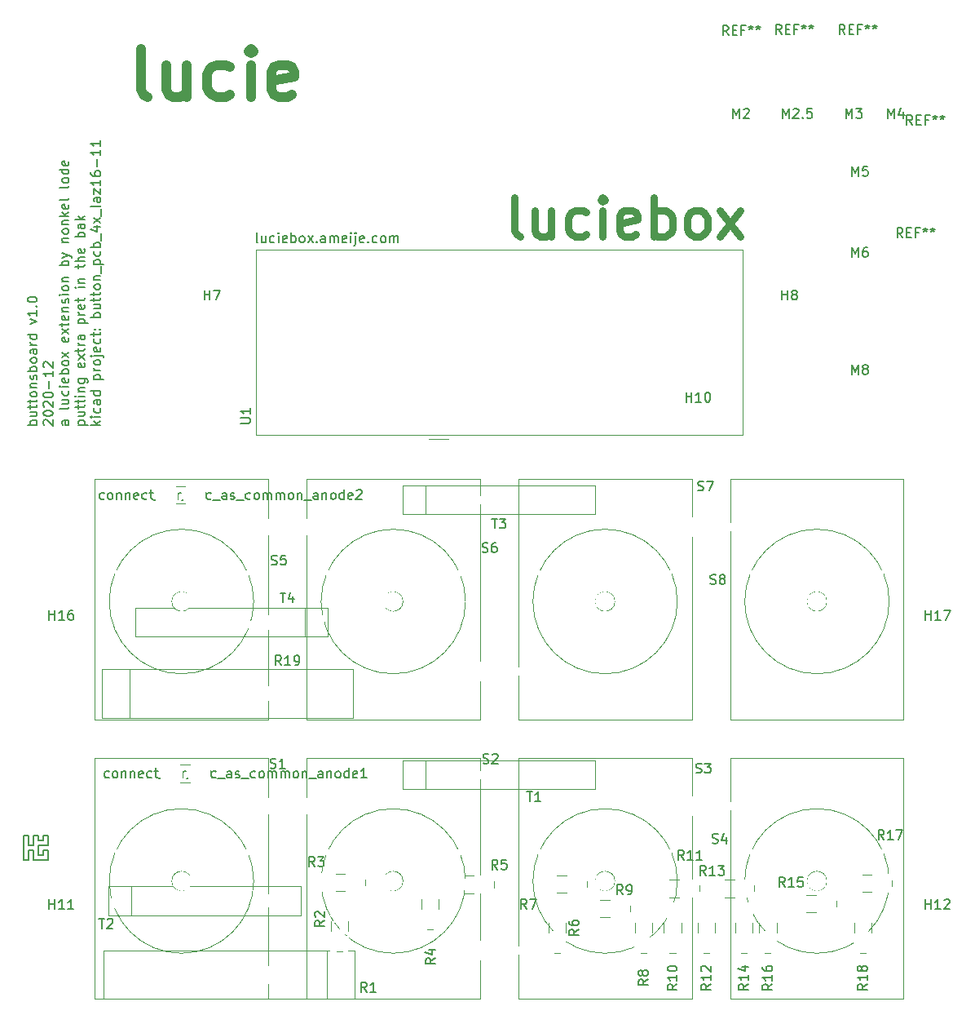
<source format=gto>
G04 #@! TF.GenerationSoftware,KiCad,Pcbnew,(5.1.5)-3*
G04 #@! TF.CreationDate,2020-12-08T17:30:17-08:00*
G04 #@! TF.ProjectId,button_pcb_4x_laz16-11_,62757474-6f6e-45f7-9063-625f34785f6c,rev?*
G04 #@! TF.SameCoordinates,Original*
G04 #@! TF.FileFunction,Legend,Top*
G04 #@! TF.FilePolarity,Positive*
%FSLAX46Y46*%
G04 Gerber Fmt 4.6, Leading zero omitted, Abs format (unit mm)*
G04 Created by KiCad (PCBNEW (5.1.5)-3) date 2020-12-08 17:30:17*
%MOMM*%
%LPD*%
G04 APERTURE LIST*
%ADD10C,0.150000*%
%ADD11C,1.000000*%
%ADD12C,0.750000*%
%ADD13C,0.120000*%
%ADD14C,0.100000*%
%ADD15C,4.300000*%
%ADD16C,6.400000*%
%ADD17C,5.300000*%
%ADD18C,2.700000*%
%ADD19C,2.200000*%
%ADD20C,3.200000*%
%ADD21C,2.000000*%
%ADD22R,4.000000X2.000000*%
%ADD23C,1.500000*%
%ADD24R,1.500000X1.500000*%
%ADD25O,1.200000X2.000000*%
%ADD26R,1.200000X2.000000*%
G04 APERTURE END LIST*
D10*
X640000Y16960000D02*
X640000Y14460000D01*
X1140000Y16960000D02*
X640000Y16960000D01*
X1140000Y15960000D02*
X1140000Y16960000D01*
X1640000Y15960000D02*
X1140000Y15960000D01*
X1640000Y16960000D02*
X1640000Y15960000D01*
X2140000Y16960000D02*
X1640000Y16960000D01*
X2140000Y16460000D02*
X2140000Y16960000D01*
X2640000Y16460000D02*
X2140000Y16460000D01*
X2640000Y16960000D02*
X2640000Y16460000D01*
X3140000Y16960000D02*
X2640000Y16960000D01*
X3140000Y15960000D02*
X3140000Y16960000D01*
X2140000Y15960000D02*
X3140000Y15960000D01*
X2140000Y14960000D02*
X2140000Y15960000D01*
X2640000Y14960000D02*
X2140000Y14960000D01*
X2640000Y15460000D02*
X2640000Y14960000D01*
X3140000Y15460000D02*
X2640000Y15460000D01*
X3140000Y14460000D02*
X3140000Y15460000D01*
X1640000Y14460000D02*
X3140000Y14460000D01*
X1640000Y15460000D02*
X1640000Y14460000D01*
X1140000Y15460000D02*
X1640000Y15460000D01*
X1140000Y14460000D02*
X1140000Y15460000D01*
X640000Y14460000D02*
X1140000Y14460000D01*
X86630476Y64807619D02*
X86630476Y65807619D01*
X86963809Y65093333D01*
X87297142Y65807619D01*
X87297142Y64807619D01*
X87916190Y65379047D02*
X87820952Y65426666D01*
X87773333Y65474285D01*
X87725714Y65569523D01*
X87725714Y65617142D01*
X87773333Y65712380D01*
X87820952Y65760000D01*
X87916190Y65807619D01*
X88106666Y65807619D01*
X88201904Y65760000D01*
X88249523Y65712380D01*
X88297142Y65617142D01*
X88297142Y65569523D01*
X88249523Y65474285D01*
X88201904Y65426666D01*
X88106666Y65379047D01*
X87916190Y65379047D01*
X87820952Y65331428D01*
X87773333Y65283809D01*
X87725714Y65188571D01*
X87725714Y64998095D01*
X87773333Y64902857D01*
X87820952Y64855238D01*
X87916190Y64807619D01*
X88106666Y64807619D01*
X88201904Y64855238D01*
X88249523Y64902857D01*
X88297142Y64998095D01*
X88297142Y65188571D01*
X88249523Y65283809D01*
X88201904Y65331428D01*
X88106666Y65379047D01*
X86630476Y77007619D02*
X86630476Y78007619D01*
X86963809Y77293333D01*
X87297142Y78007619D01*
X87297142Y77007619D01*
X88201904Y78007619D02*
X88011428Y78007619D01*
X87916190Y77960000D01*
X87868571Y77912380D01*
X87773333Y77769523D01*
X87725714Y77579047D01*
X87725714Y77198095D01*
X87773333Y77102857D01*
X87820952Y77055238D01*
X87916190Y77007619D01*
X88106666Y77007619D01*
X88201904Y77055238D01*
X88249523Y77102857D01*
X88297142Y77198095D01*
X88297142Y77436190D01*
X88249523Y77531428D01*
X88201904Y77579047D01*
X88106666Y77626666D01*
X87916190Y77626666D01*
X87820952Y77579047D01*
X87773333Y77531428D01*
X87725714Y77436190D01*
X86630476Y85407619D02*
X86630476Y86407619D01*
X86963809Y85693333D01*
X87297142Y86407619D01*
X87297142Y85407619D01*
X88249523Y86407619D02*
X87773333Y86407619D01*
X87725714Y85931428D01*
X87773333Y85979047D01*
X87868571Y86026666D01*
X88106666Y86026666D01*
X88201904Y85979047D01*
X88249523Y85931428D01*
X88297142Y85836190D01*
X88297142Y85598095D01*
X88249523Y85502857D01*
X88201904Y85455238D01*
X88106666Y85407619D01*
X87868571Y85407619D01*
X87773333Y85455238D01*
X87725714Y85502857D01*
X74282857Y91407619D02*
X74282857Y92407619D01*
X74616190Y91693333D01*
X74949523Y92407619D01*
X74949523Y91407619D01*
X75378095Y92312380D02*
X75425714Y92360000D01*
X75520952Y92407619D01*
X75759047Y92407619D01*
X75854285Y92360000D01*
X75901904Y92312380D01*
X75949523Y92217142D01*
X75949523Y92121904D01*
X75901904Y91979047D01*
X75330476Y91407619D01*
X75949523Y91407619D01*
X79425714Y91407619D02*
X79425714Y92407619D01*
X79759047Y91693333D01*
X80092380Y92407619D01*
X80092380Y91407619D01*
X80520952Y92312380D02*
X80568571Y92360000D01*
X80663809Y92407619D01*
X80901904Y92407619D01*
X80997142Y92360000D01*
X81044761Y92312380D01*
X81092380Y92217142D01*
X81092380Y92121904D01*
X81044761Y91979047D01*
X80473333Y91407619D01*
X81092380Y91407619D01*
X81520952Y91502857D02*
X81568571Y91455238D01*
X81520952Y91407619D01*
X81473333Y91455238D01*
X81520952Y91502857D01*
X81520952Y91407619D01*
X82473333Y92407619D02*
X81997142Y92407619D01*
X81949523Y91931428D01*
X81997142Y91979047D01*
X82092380Y92026666D01*
X82330476Y92026666D01*
X82425714Y91979047D01*
X82473333Y91931428D01*
X82520952Y91836190D01*
X82520952Y91598095D01*
X82473333Y91502857D01*
X82425714Y91455238D01*
X82330476Y91407619D01*
X82092380Y91407619D01*
X81997142Y91455238D01*
X81949523Y91502857D01*
X85997142Y91407619D02*
X85997142Y92407619D01*
X86330476Y91693333D01*
X86663809Y92407619D01*
X86663809Y91407619D01*
X87044761Y92407619D02*
X87663809Y92407619D01*
X87330476Y92026666D01*
X87473333Y92026666D01*
X87568571Y91979047D01*
X87616190Y91931428D01*
X87663809Y91836190D01*
X87663809Y91598095D01*
X87616190Y91502857D01*
X87568571Y91455238D01*
X87473333Y91407619D01*
X87187619Y91407619D01*
X87092380Y91455238D01*
X87044761Y91502857D01*
X90378095Y91407619D02*
X90378095Y92407619D01*
X90711428Y91693333D01*
X91044761Y92407619D01*
X91044761Y91407619D01*
X91949523Y92074285D02*
X91949523Y91407619D01*
X91711428Y92455238D02*
X91473333Y91740952D01*
X92092380Y91740952D01*
X1992380Y59595595D02*
X992380Y59595595D01*
X1373333Y59595595D02*
X1325714Y59690833D01*
X1325714Y59881309D01*
X1373333Y59976547D01*
X1420952Y60024166D01*
X1516190Y60071785D01*
X1801904Y60071785D01*
X1897142Y60024166D01*
X1944761Y59976547D01*
X1992380Y59881309D01*
X1992380Y59690833D01*
X1944761Y59595595D01*
X1325714Y60928928D02*
X1992380Y60928928D01*
X1325714Y60500357D02*
X1849523Y60500357D01*
X1944761Y60547976D01*
X1992380Y60643214D01*
X1992380Y60786071D01*
X1944761Y60881309D01*
X1897142Y60928928D01*
X1325714Y61262261D02*
X1325714Y61643214D01*
X992380Y61405119D02*
X1849523Y61405119D01*
X1944761Y61452738D01*
X1992380Y61547976D01*
X1992380Y61643214D01*
X1325714Y61833690D02*
X1325714Y62214642D01*
X992380Y61976547D02*
X1849523Y61976547D01*
X1944761Y62024166D01*
X1992380Y62119404D01*
X1992380Y62214642D01*
X1992380Y62690833D02*
X1944761Y62595595D01*
X1897142Y62547976D01*
X1801904Y62500357D01*
X1516190Y62500357D01*
X1420952Y62547976D01*
X1373333Y62595595D01*
X1325714Y62690833D01*
X1325714Y62833690D01*
X1373333Y62928928D01*
X1420952Y62976547D01*
X1516190Y63024166D01*
X1801904Y63024166D01*
X1897142Y62976547D01*
X1944761Y62928928D01*
X1992380Y62833690D01*
X1992380Y62690833D01*
X1325714Y63452738D02*
X1992380Y63452738D01*
X1420952Y63452738D02*
X1373333Y63500357D01*
X1325714Y63595595D01*
X1325714Y63738452D01*
X1373333Y63833690D01*
X1468571Y63881309D01*
X1992380Y63881309D01*
X1944761Y64309880D02*
X1992380Y64405119D01*
X1992380Y64595595D01*
X1944761Y64690833D01*
X1849523Y64738452D01*
X1801904Y64738452D01*
X1706666Y64690833D01*
X1659047Y64595595D01*
X1659047Y64452738D01*
X1611428Y64357500D01*
X1516190Y64309880D01*
X1468571Y64309880D01*
X1373333Y64357500D01*
X1325714Y64452738D01*
X1325714Y64595595D01*
X1373333Y64690833D01*
X1992380Y65167023D02*
X992380Y65167023D01*
X1373333Y65167023D02*
X1325714Y65262261D01*
X1325714Y65452738D01*
X1373333Y65547976D01*
X1420952Y65595595D01*
X1516190Y65643214D01*
X1801904Y65643214D01*
X1897142Y65595595D01*
X1944761Y65547976D01*
X1992380Y65452738D01*
X1992380Y65262261D01*
X1944761Y65167023D01*
X1992380Y66214642D02*
X1944761Y66119404D01*
X1897142Y66071785D01*
X1801904Y66024166D01*
X1516190Y66024166D01*
X1420952Y66071785D01*
X1373333Y66119404D01*
X1325714Y66214642D01*
X1325714Y66357500D01*
X1373333Y66452738D01*
X1420952Y66500357D01*
X1516190Y66547976D01*
X1801904Y66547976D01*
X1897142Y66500357D01*
X1944761Y66452738D01*
X1992380Y66357500D01*
X1992380Y66214642D01*
X1992380Y67405119D02*
X1468571Y67405119D01*
X1373333Y67357500D01*
X1325714Y67262261D01*
X1325714Y67071785D01*
X1373333Y66976547D01*
X1944761Y67405119D02*
X1992380Y67309880D01*
X1992380Y67071785D01*
X1944761Y66976547D01*
X1849523Y66928928D01*
X1754285Y66928928D01*
X1659047Y66976547D01*
X1611428Y67071785D01*
X1611428Y67309880D01*
X1563809Y67405119D01*
X1992380Y67881309D02*
X1325714Y67881309D01*
X1516190Y67881309D02*
X1420952Y67928928D01*
X1373333Y67976547D01*
X1325714Y68071785D01*
X1325714Y68167023D01*
X1992380Y68928928D02*
X992380Y68928928D01*
X1944761Y68928928D02*
X1992380Y68833690D01*
X1992380Y68643214D01*
X1944761Y68547976D01*
X1897142Y68500357D01*
X1801904Y68452738D01*
X1516190Y68452738D01*
X1420952Y68500357D01*
X1373333Y68547976D01*
X1325714Y68643214D01*
X1325714Y68833690D01*
X1373333Y68928928D01*
X1325714Y70071785D02*
X1992380Y70309880D01*
X1325714Y70547976D01*
X1992380Y71452738D02*
X1992380Y70881309D01*
X1992380Y71167023D02*
X992380Y71167023D01*
X1135238Y71071785D01*
X1230476Y70976547D01*
X1278095Y70881309D01*
X1897142Y71881309D02*
X1944761Y71928928D01*
X1992380Y71881309D01*
X1944761Y71833690D01*
X1897142Y71881309D01*
X1992380Y71881309D01*
X992380Y72547976D02*
X992380Y72643214D01*
X1040000Y72738452D01*
X1087619Y72786071D01*
X1182857Y72833690D01*
X1373333Y72881309D01*
X1611428Y72881309D01*
X1801904Y72833690D01*
X1897142Y72786071D01*
X1944761Y72738452D01*
X1992380Y72643214D01*
X1992380Y72547976D01*
X1944761Y72452738D01*
X1897142Y72405119D01*
X1801904Y72357500D01*
X1611428Y72309880D01*
X1373333Y72309880D01*
X1182857Y72357500D01*
X1087619Y72405119D01*
X1040000Y72452738D01*
X992380Y72547976D01*
X2737619Y59547976D02*
X2690000Y59595595D01*
X2642380Y59690833D01*
X2642380Y59928928D01*
X2690000Y60024166D01*
X2737619Y60071785D01*
X2832857Y60119404D01*
X2928095Y60119404D01*
X3070952Y60071785D01*
X3642380Y59500357D01*
X3642380Y60119404D01*
X2642380Y60738452D02*
X2642380Y60833690D01*
X2690000Y60928928D01*
X2737619Y60976547D01*
X2832857Y61024166D01*
X3023333Y61071785D01*
X3261428Y61071785D01*
X3451904Y61024166D01*
X3547142Y60976547D01*
X3594761Y60928928D01*
X3642380Y60833690D01*
X3642380Y60738452D01*
X3594761Y60643214D01*
X3547142Y60595595D01*
X3451904Y60547976D01*
X3261428Y60500357D01*
X3023333Y60500357D01*
X2832857Y60547976D01*
X2737619Y60595595D01*
X2690000Y60643214D01*
X2642380Y60738452D01*
X2737619Y61452738D02*
X2690000Y61500357D01*
X2642380Y61595595D01*
X2642380Y61833690D01*
X2690000Y61928928D01*
X2737619Y61976547D01*
X2832857Y62024166D01*
X2928095Y62024166D01*
X3070952Y61976547D01*
X3642380Y61405119D01*
X3642380Y62024166D01*
X2642380Y62643214D02*
X2642380Y62738452D01*
X2690000Y62833690D01*
X2737619Y62881309D01*
X2832857Y62928928D01*
X3023333Y62976547D01*
X3261428Y62976547D01*
X3451904Y62928928D01*
X3547142Y62881309D01*
X3594761Y62833690D01*
X3642380Y62738452D01*
X3642380Y62643214D01*
X3594761Y62547976D01*
X3547142Y62500357D01*
X3451904Y62452738D01*
X3261428Y62405119D01*
X3023333Y62405119D01*
X2832857Y62452738D01*
X2737619Y62500357D01*
X2690000Y62547976D01*
X2642380Y62643214D01*
X3261428Y63405119D02*
X3261428Y64167023D01*
X3642380Y65167023D02*
X3642380Y64595595D01*
X3642380Y64881309D02*
X2642380Y64881309D01*
X2785238Y64786071D01*
X2880476Y64690833D01*
X2928095Y64595595D01*
X2737619Y65547976D02*
X2690000Y65595595D01*
X2642380Y65690833D01*
X2642380Y65928928D01*
X2690000Y66024166D01*
X2737619Y66071785D01*
X2832857Y66119404D01*
X2928095Y66119404D01*
X3070952Y66071785D01*
X3642380Y65500357D01*
X3642380Y66119404D01*
X5292380Y60024166D02*
X4768571Y60024166D01*
X4673333Y59976547D01*
X4625714Y59881309D01*
X4625714Y59690833D01*
X4673333Y59595595D01*
X5244761Y60024166D02*
X5292380Y59928928D01*
X5292380Y59690833D01*
X5244761Y59595595D01*
X5149523Y59547976D01*
X5054285Y59547976D01*
X4959047Y59595595D01*
X4911428Y59690833D01*
X4911428Y59928928D01*
X4863809Y60024166D01*
X5292380Y61405119D02*
X5244761Y61309880D01*
X5149523Y61262261D01*
X4292380Y61262261D01*
X4625714Y62214642D02*
X5292380Y62214642D01*
X4625714Y61786071D02*
X5149523Y61786071D01*
X5244761Y61833690D01*
X5292380Y61928928D01*
X5292380Y62071785D01*
X5244761Y62167023D01*
X5197142Y62214642D01*
X5244761Y63119404D02*
X5292380Y63024166D01*
X5292380Y62833690D01*
X5244761Y62738452D01*
X5197142Y62690833D01*
X5101904Y62643214D01*
X4816190Y62643214D01*
X4720952Y62690833D01*
X4673333Y62738452D01*
X4625714Y62833690D01*
X4625714Y63024166D01*
X4673333Y63119404D01*
X5292380Y63547976D02*
X4625714Y63547976D01*
X4292380Y63547976D02*
X4340000Y63500357D01*
X4387619Y63547976D01*
X4340000Y63595595D01*
X4292380Y63547976D01*
X4387619Y63547976D01*
X5244761Y64405119D02*
X5292380Y64309880D01*
X5292380Y64119404D01*
X5244761Y64024166D01*
X5149523Y63976547D01*
X4768571Y63976547D01*
X4673333Y64024166D01*
X4625714Y64119404D01*
X4625714Y64309880D01*
X4673333Y64405119D01*
X4768571Y64452738D01*
X4863809Y64452738D01*
X4959047Y63976547D01*
X5292380Y64881309D02*
X4292380Y64881309D01*
X4673333Y64881309D02*
X4625714Y64976547D01*
X4625714Y65167023D01*
X4673333Y65262261D01*
X4720952Y65309880D01*
X4816190Y65357500D01*
X5101904Y65357500D01*
X5197142Y65309880D01*
X5244761Y65262261D01*
X5292380Y65167023D01*
X5292380Y64976547D01*
X5244761Y64881309D01*
X5292380Y65928928D02*
X5244761Y65833690D01*
X5197142Y65786071D01*
X5101904Y65738452D01*
X4816190Y65738452D01*
X4720952Y65786071D01*
X4673333Y65833690D01*
X4625714Y65928928D01*
X4625714Y66071785D01*
X4673333Y66167023D01*
X4720952Y66214642D01*
X4816190Y66262261D01*
X5101904Y66262261D01*
X5197142Y66214642D01*
X5244761Y66167023D01*
X5292380Y66071785D01*
X5292380Y65928928D01*
X5292380Y66595595D02*
X4625714Y67119404D01*
X4625714Y66595595D02*
X5292380Y67119404D01*
X5244761Y68643214D02*
X5292380Y68547976D01*
X5292380Y68357500D01*
X5244761Y68262261D01*
X5149523Y68214642D01*
X4768571Y68214642D01*
X4673333Y68262261D01*
X4625714Y68357500D01*
X4625714Y68547976D01*
X4673333Y68643214D01*
X4768571Y68690833D01*
X4863809Y68690833D01*
X4959047Y68214642D01*
X5292380Y69024166D02*
X4625714Y69547976D01*
X4625714Y69024166D02*
X5292380Y69547976D01*
X4625714Y69786071D02*
X4625714Y70167023D01*
X4292380Y69928928D02*
X5149523Y69928928D01*
X5244761Y69976547D01*
X5292380Y70071785D01*
X5292380Y70167023D01*
X5244761Y70881309D02*
X5292380Y70786071D01*
X5292380Y70595595D01*
X5244761Y70500357D01*
X5149523Y70452738D01*
X4768571Y70452738D01*
X4673333Y70500357D01*
X4625714Y70595595D01*
X4625714Y70786071D01*
X4673333Y70881309D01*
X4768571Y70928928D01*
X4863809Y70928928D01*
X4959047Y70452738D01*
X4625714Y71357500D02*
X5292380Y71357500D01*
X4720952Y71357500D02*
X4673333Y71405119D01*
X4625714Y71500357D01*
X4625714Y71643214D01*
X4673333Y71738452D01*
X4768571Y71786071D01*
X5292380Y71786071D01*
X5244761Y72214642D02*
X5292380Y72309880D01*
X5292380Y72500357D01*
X5244761Y72595595D01*
X5149523Y72643214D01*
X5101904Y72643214D01*
X5006666Y72595595D01*
X4959047Y72500357D01*
X4959047Y72357500D01*
X4911428Y72262261D01*
X4816190Y72214642D01*
X4768571Y72214642D01*
X4673333Y72262261D01*
X4625714Y72357500D01*
X4625714Y72500357D01*
X4673333Y72595595D01*
X5292380Y73071785D02*
X4625714Y73071785D01*
X4292380Y73071785D02*
X4340000Y73024166D01*
X4387619Y73071785D01*
X4340000Y73119404D01*
X4292380Y73071785D01*
X4387619Y73071785D01*
X5292380Y73690833D02*
X5244761Y73595595D01*
X5197142Y73547976D01*
X5101904Y73500357D01*
X4816190Y73500357D01*
X4720952Y73547976D01*
X4673333Y73595595D01*
X4625714Y73690833D01*
X4625714Y73833690D01*
X4673333Y73928928D01*
X4720952Y73976547D01*
X4816190Y74024166D01*
X5101904Y74024166D01*
X5197142Y73976547D01*
X5244761Y73928928D01*
X5292380Y73833690D01*
X5292380Y73690833D01*
X4625714Y74452738D02*
X5292380Y74452738D01*
X4720952Y74452738D02*
X4673333Y74500357D01*
X4625714Y74595595D01*
X4625714Y74738452D01*
X4673333Y74833690D01*
X4768571Y74881309D01*
X5292380Y74881309D01*
X5292380Y76119404D02*
X4292380Y76119404D01*
X4673333Y76119404D02*
X4625714Y76214642D01*
X4625714Y76405119D01*
X4673333Y76500357D01*
X4720952Y76547976D01*
X4816190Y76595595D01*
X5101904Y76595595D01*
X5197142Y76547976D01*
X5244761Y76500357D01*
X5292380Y76405119D01*
X5292380Y76214642D01*
X5244761Y76119404D01*
X4625714Y76928928D02*
X5292380Y77167023D01*
X4625714Y77405119D02*
X5292380Y77167023D01*
X5530476Y77071785D01*
X5578095Y77024166D01*
X5625714Y76928928D01*
X4625714Y78547976D02*
X5292380Y78547976D01*
X4720952Y78547976D02*
X4673333Y78595595D01*
X4625714Y78690833D01*
X4625714Y78833690D01*
X4673333Y78928928D01*
X4768571Y78976547D01*
X5292380Y78976547D01*
X5292380Y79595595D02*
X5244761Y79500357D01*
X5197142Y79452738D01*
X5101904Y79405119D01*
X4816190Y79405119D01*
X4720952Y79452738D01*
X4673333Y79500357D01*
X4625714Y79595595D01*
X4625714Y79738452D01*
X4673333Y79833690D01*
X4720952Y79881309D01*
X4816190Y79928928D01*
X5101904Y79928928D01*
X5197142Y79881309D01*
X5244761Y79833690D01*
X5292380Y79738452D01*
X5292380Y79595595D01*
X4625714Y80357500D02*
X5292380Y80357500D01*
X4720952Y80357500D02*
X4673333Y80405119D01*
X4625714Y80500357D01*
X4625714Y80643214D01*
X4673333Y80738452D01*
X4768571Y80786071D01*
X5292380Y80786071D01*
X5292380Y81262261D02*
X4292380Y81262261D01*
X4911428Y81357499D02*
X5292380Y81643214D01*
X4625714Y81643214D02*
X5006666Y81262261D01*
X5244761Y82452738D02*
X5292380Y82357499D01*
X5292380Y82167023D01*
X5244761Y82071785D01*
X5149523Y82024166D01*
X4768571Y82024166D01*
X4673333Y82071785D01*
X4625714Y82167023D01*
X4625714Y82357499D01*
X4673333Y82452738D01*
X4768571Y82500357D01*
X4863809Y82500357D01*
X4959047Y82024166D01*
X5292380Y83071785D02*
X5244761Y82976547D01*
X5149523Y82928928D01*
X4292380Y82928928D01*
X5292380Y84357499D02*
X5244761Y84262261D01*
X5149523Y84214642D01*
X4292380Y84214642D01*
X5292380Y84881309D02*
X5244761Y84786071D01*
X5197142Y84738452D01*
X5101904Y84690833D01*
X4816190Y84690833D01*
X4720952Y84738452D01*
X4673333Y84786071D01*
X4625714Y84881309D01*
X4625714Y85024166D01*
X4673333Y85119404D01*
X4720952Y85167023D01*
X4816190Y85214642D01*
X5101904Y85214642D01*
X5197142Y85167023D01*
X5244761Y85119404D01*
X5292380Y85024166D01*
X5292380Y84881309D01*
X5292380Y86071785D02*
X4292380Y86071785D01*
X5244761Y86071785D02*
X5292380Y85976547D01*
X5292380Y85786071D01*
X5244761Y85690833D01*
X5197142Y85643214D01*
X5101904Y85595595D01*
X4816190Y85595595D01*
X4720952Y85643214D01*
X4673333Y85690833D01*
X4625714Y85786071D01*
X4625714Y85976547D01*
X4673333Y86071785D01*
X5244761Y86928928D02*
X5292380Y86833690D01*
X5292380Y86643214D01*
X5244761Y86547976D01*
X5149523Y86500357D01*
X4768571Y86500357D01*
X4673333Y86547976D01*
X4625714Y86643214D01*
X4625714Y86833690D01*
X4673333Y86928928D01*
X4768571Y86976547D01*
X4863809Y86976547D01*
X4959047Y86500357D01*
X6275714Y59595595D02*
X7275714Y59595595D01*
X6323333Y59595595D02*
X6275714Y59690833D01*
X6275714Y59881309D01*
X6323333Y59976547D01*
X6370952Y60024166D01*
X6466190Y60071785D01*
X6751904Y60071785D01*
X6847142Y60024166D01*
X6894761Y59976547D01*
X6942380Y59881309D01*
X6942380Y59690833D01*
X6894761Y59595595D01*
X6275714Y60928928D02*
X6942380Y60928928D01*
X6275714Y60500357D02*
X6799523Y60500357D01*
X6894761Y60547976D01*
X6942380Y60643214D01*
X6942380Y60786071D01*
X6894761Y60881309D01*
X6847142Y60928928D01*
X6275714Y61262261D02*
X6275714Y61643214D01*
X5942380Y61405119D02*
X6799523Y61405119D01*
X6894761Y61452738D01*
X6942380Y61547976D01*
X6942380Y61643214D01*
X6275714Y61833690D02*
X6275714Y62214642D01*
X5942380Y61976547D02*
X6799523Y61976547D01*
X6894761Y62024166D01*
X6942380Y62119404D01*
X6942380Y62214642D01*
X6942380Y62547976D02*
X6275714Y62547976D01*
X5942380Y62547976D02*
X5990000Y62500357D01*
X6037619Y62547976D01*
X5990000Y62595595D01*
X5942380Y62547976D01*
X6037619Y62547976D01*
X6275714Y63024166D02*
X6942380Y63024166D01*
X6370952Y63024166D02*
X6323333Y63071785D01*
X6275714Y63167023D01*
X6275714Y63309880D01*
X6323333Y63405119D01*
X6418571Y63452738D01*
X6942380Y63452738D01*
X6275714Y64357500D02*
X7085238Y64357500D01*
X7180476Y64309880D01*
X7228095Y64262261D01*
X7275714Y64167023D01*
X7275714Y64024166D01*
X7228095Y63928928D01*
X6894761Y64357500D02*
X6942380Y64262261D01*
X6942380Y64071785D01*
X6894761Y63976547D01*
X6847142Y63928928D01*
X6751904Y63881309D01*
X6466190Y63881309D01*
X6370952Y63928928D01*
X6323333Y63976547D01*
X6275714Y64071785D01*
X6275714Y64262261D01*
X6323333Y64357500D01*
X6894761Y65976547D02*
X6942380Y65881309D01*
X6942380Y65690833D01*
X6894761Y65595595D01*
X6799523Y65547976D01*
X6418571Y65547976D01*
X6323333Y65595595D01*
X6275714Y65690833D01*
X6275714Y65881309D01*
X6323333Y65976547D01*
X6418571Y66024166D01*
X6513809Y66024166D01*
X6609047Y65547976D01*
X6942380Y66357500D02*
X6275714Y66881309D01*
X6275714Y66357500D02*
X6942380Y66881309D01*
X6275714Y67119404D02*
X6275714Y67500357D01*
X5942380Y67262261D02*
X6799523Y67262261D01*
X6894761Y67309880D01*
X6942380Y67405119D01*
X6942380Y67500357D01*
X6942380Y67833690D02*
X6275714Y67833690D01*
X6466190Y67833690D02*
X6370952Y67881309D01*
X6323333Y67928928D01*
X6275714Y68024166D01*
X6275714Y68119404D01*
X6942380Y68881309D02*
X6418571Y68881309D01*
X6323333Y68833690D01*
X6275714Y68738452D01*
X6275714Y68547976D01*
X6323333Y68452738D01*
X6894761Y68881309D02*
X6942380Y68786071D01*
X6942380Y68547976D01*
X6894761Y68452738D01*
X6799523Y68405119D01*
X6704285Y68405119D01*
X6609047Y68452738D01*
X6561428Y68547976D01*
X6561428Y68786071D01*
X6513809Y68881309D01*
X6275714Y70119404D02*
X7275714Y70119404D01*
X6323333Y70119404D02*
X6275714Y70214642D01*
X6275714Y70405119D01*
X6323333Y70500357D01*
X6370952Y70547976D01*
X6466190Y70595595D01*
X6751904Y70595595D01*
X6847142Y70547976D01*
X6894761Y70500357D01*
X6942380Y70405119D01*
X6942380Y70214642D01*
X6894761Y70119404D01*
X6942380Y71024166D02*
X6275714Y71024166D01*
X6466190Y71024166D02*
X6370952Y71071785D01*
X6323333Y71119404D01*
X6275714Y71214642D01*
X6275714Y71309880D01*
X6894761Y72024166D02*
X6942380Y71928928D01*
X6942380Y71738452D01*
X6894761Y71643214D01*
X6799523Y71595595D01*
X6418571Y71595595D01*
X6323333Y71643214D01*
X6275714Y71738452D01*
X6275714Y71928928D01*
X6323333Y72024166D01*
X6418571Y72071785D01*
X6513809Y72071785D01*
X6609047Y71595595D01*
X6275714Y72357500D02*
X6275714Y72738452D01*
X5942380Y72500357D02*
X6799523Y72500357D01*
X6894761Y72547976D01*
X6942380Y72643214D01*
X6942380Y72738452D01*
X6942380Y73833690D02*
X6275714Y73833690D01*
X5942380Y73833690D02*
X5990000Y73786071D01*
X6037619Y73833690D01*
X5990000Y73881309D01*
X5942380Y73833690D01*
X6037619Y73833690D01*
X6275714Y74309880D02*
X6942380Y74309880D01*
X6370952Y74309880D02*
X6323333Y74357500D01*
X6275714Y74452738D01*
X6275714Y74595595D01*
X6323333Y74690833D01*
X6418571Y74738452D01*
X6942380Y74738452D01*
X6275714Y75833690D02*
X6275714Y76214642D01*
X5942380Y75976547D02*
X6799523Y75976547D01*
X6894761Y76024166D01*
X6942380Y76119404D01*
X6942380Y76214642D01*
X6942380Y76547976D02*
X5942380Y76547976D01*
X6942380Y76976547D02*
X6418571Y76976547D01*
X6323333Y76928928D01*
X6275714Y76833690D01*
X6275714Y76690833D01*
X6323333Y76595595D01*
X6370952Y76547976D01*
X6894761Y77833690D02*
X6942380Y77738452D01*
X6942380Y77547976D01*
X6894761Y77452738D01*
X6799523Y77405119D01*
X6418571Y77405119D01*
X6323333Y77452738D01*
X6275714Y77547976D01*
X6275714Y77738452D01*
X6323333Y77833690D01*
X6418571Y77881309D01*
X6513809Y77881309D01*
X6609047Y77405119D01*
X6942380Y79071785D02*
X5942380Y79071785D01*
X6323333Y79071785D02*
X6275714Y79167023D01*
X6275714Y79357500D01*
X6323333Y79452738D01*
X6370952Y79500357D01*
X6466190Y79547976D01*
X6751904Y79547976D01*
X6847142Y79500357D01*
X6894761Y79452738D01*
X6942380Y79357500D01*
X6942380Y79167023D01*
X6894761Y79071785D01*
X6942380Y80405119D02*
X6418571Y80405119D01*
X6323333Y80357500D01*
X6275714Y80262261D01*
X6275714Y80071785D01*
X6323333Y79976547D01*
X6894761Y80405119D02*
X6942380Y80309880D01*
X6942380Y80071785D01*
X6894761Y79976547D01*
X6799523Y79928928D01*
X6704285Y79928928D01*
X6609047Y79976547D01*
X6561428Y80071785D01*
X6561428Y80309880D01*
X6513809Y80405119D01*
X6942380Y80881309D02*
X5942380Y80881309D01*
X6561428Y80976547D02*
X6942380Y81262261D01*
X6275714Y81262261D02*
X6656666Y80881309D01*
X8592380Y59595595D02*
X7592380Y59595595D01*
X8211428Y59690833D02*
X8592380Y59976547D01*
X7925714Y59976547D02*
X8306666Y59595595D01*
X8592380Y60405119D02*
X7925714Y60405119D01*
X7592380Y60405119D02*
X7640000Y60357500D01*
X7687619Y60405119D01*
X7640000Y60452738D01*
X7592380Y60405119D01*
X7687619Y60405119D01*
X8544761Y61309880D02*
X8592380Y61214642D01*
X8592380Y61024166D01*
X8544761Y60928928D01*
X8497142Y60881309D01*
X8401904Y60833690D01*
X8116190Y60833690D01*
X8020952Y60881309D01*
X7973333Y60928928D01*
X7925714Y61024166D01*
X7925714Y61214642D01*
X7973333Y61309880D01*
X8592380Y62167023D02*
X8068571Y62167023D01*
X7973333Y62119404D01*
X7925714Y62024166D01*
X7925714Y61833690D01*
X7973333Y61738452D01*
X8544761Y62167023D02*
X8592380Y62071785D01*
X8592380Y61833690D01*
X8544761Y61738452D01*
X8449523Y61690833D01*
X8354285Y61690833D01*
X8259047Y61738452D01*
X8211428Y61833690D01*
X8211428Y62071785D01*
X8163809Y62167023D01*
X8592380Y63071785D02*
X7592380Y63071785D01*
X8544761Y63071785D02*
X8592380Y62976547D01*
X8592380Y62786071D01*
X8544761Y62690833D01*
X8497142Y62643214D01*
X8401904Y62595595D01*
X8116190Y62595595D01*
X8020952Y62643214D01*
X7973333Y62690833D01*
X7925714Y62786071D01*
X7925714Y62976547D01*
X7973333Y63071785D01*
X7925714Y64309880D02*
X8925714Y64309880D01*
X7973333Y64309880D02*
X7925714Y64405119D01*
X7925714Y64595595D01*
X7973333Y64690833D01*
X8020952Y64738452D01*
X8116190Y64786071D01*
X8401904Y64786071D01*
X8497142Y64738452D01*
X8544761Y64690833D01*
X8592380Y64595595D01*
X8592380Y64405119D01*
X8544761Y64309880D01*
X8592380Y65214642D02*
X7925714Y65214642D01*
X8116190Y65214642D02*
X8020952Y65262261D01*
X7973333Y65309880D01*
X7925714Y65405119D01*
X7925714Y65500357D01*
X8592380Y65976547D02*
X8544761Y65881309D01*
X8497142Y65833690D01*
X8401904Y65786071D01*
X8116190Y65786071D01*
X8020952Y65833690D01*
X7973333Y65881309D01*
X7925714Y65976547D01*
X7925714Y66119404D01*
X7973333Y66214642D01*
X8020952Y66262261D01*
X8116190Y66309880D01*
X8401904Y66309880D01*
X8497142Y66262261D01*
X8544761Y66214642D01*
X8592380Y66119404D01*
X8592380Y65976547D01*
X7925714Y66738452D02*
X8782857Y66738452D01*
X8878095Y66690833D01*
X8925714Y66595595D01*
X8925714Y66547976D01*
X7592380Y66738452D02*
X7640000Y66690833D01*
X7687619Y66738452D01*
X7640000Y66786071D01*
X7592380Y66738452D01*
X7687619Y66738452D01*
X8544761Y67595595D02*
X8592380Y67500357D01*
X8592380Y67309880D01*
X8544761Y67214642D01*
X8449523Y67167023D01*
X8068571Y67167023D01*
X7973333Y67214642D01*
X7925714Y67309880D01*
X7925714Y67500357D01*
X7973333Y67595595D01*
X8068571Y67643214D01*
X8163809Y67643214D01*
X8259047Y67167023D01*
X8544761Y68500357D02*
X8592380Y68405119D01*
X8592380Y68214642D01*
X8544761Y68119404D01*
X8497142Y68071785D01*
X8401904Y68024166D01*
X8116190Y68024166D01*
X8020952Y68071785D01*
X7973333Y68119404D01*
X7925714Y68214642D01*
X7925714Y68405119D01*
X7973333Y68500357D01*
X7925714Y68786071D02*
X7925714Y69167023D01*
X7592380Y68928928D02*
X8449523Y68928928D01*
X8544761Y68976547D01*
X8592380Y69071785D01*
X8592380Y69167023D01*
X8497142Y69500357D02*
X8544761Y69547976D01*
X8592380Y69500357D01*
X8544761Y69452738D01*
X8497142Y69500357D01*
X8592380Y69500357D01*
X7973333Y69500357D02*
X8020952Y69547976D01*
X8068571Y69500357D01*
X8020952Y69452738D01*
X7973333Y69500357D01*
X8068571Y69500357D01*
X8592380Y70738452D02*
X7592380Y70738452D01*
X7973333Y70738452D02*
X7925714Y70833690D01*
X7925714Y71024166D01*
X7973333Y71119404D01*
X8020952Y71167023D01*
X8116190Y71214642D01*
X8401904Y71214642D01*
X8497142Y71167023D01*
X8544761Y71119404D01*
X8592380Y71024166D01*
X8592380Y70833690D01*
X8544761Y70738452D01*
X7925714Y72071785D02*
X8592380Y72071785D01*
X7925714Y71643214D02*
X8449523Y71643214D01*
X8544761Y71690833D01*
X8592380Y71786071D01*
X8592380Y71928928D01*
X8544761Y72024166D01*
X8497142Y72071785D01*
X7925714Y72405119D02*
X7925714Y72786071D01*
X7592380Y72547976D02*
X8449523Y72547976D01*
X8544761Y72595595D01*
X8592380Y72690833D01*
X8592380Y72786071D01*
X7925714Y72976547D02*
X7925714Y73357500D01*
X7592380Y73119404D02*
X8449523Y73119404D01*
X8544761Y73167023D01*
X8592380Y73262261D01*
X8592380Y73357500D01*
X8592380Y73833690D02*
X8544761Y73738452D01*
X8497142Y73690833D01*
X8401904Y73643214D01*
X8116190Y73643214D01*
X8020952Y73690833D01*
X7973333Y73738452D01*
X7925714Y73833690D01*
X7925714Y73976547D01*
X7973333Y74071785D01*
X8020952Y74119404D01*
X8116190Y74167023D01*
X8401904Y74167023D01*
X8497142Y74119404D01*
X8544761Y74071785D01*
X8592380Y73976547D01*
X8592380Y73833690D01*
X7925714Y74595595D02*
X8592380Y74595595D01*
X8020952Y74595595D02*
X7973333Y74643214D01*
X7925714Y74738452D01*
X7925714Y74881309D01*
X7973333Y74976547D01*
X8068571Y75024166D01*
X8592380Y75024166D01*
X8687619Y75262261D02*
X8687619Y76024166D01*
X7925714Y76262261D02*
X8925714Y76262261D01*
X7973333Y76262261D02*
X7925714Y76357500D01*
X7925714Y76547976D01*
X7973333Y76643214D01*
X8020952Y76690833D01*
X8116190Y76738452D01*
X8401904Y76738452D01*
X8497142Y76690833D01*
X8544761Y76643214D01*
X8592380Y76547976D01*
X8592380Y76357500D01*
X8544761Y76262261D01*
X8544761Y77595595D02*
X8592380Y77500357D01*
X8592380Y77309880D01*
X8544761Y77214642D01*
X8497142Y77167023D01*
X8401904Y77119404D01*
X8116190Y77119404D01*
X8020952Y77167023D01*
X7973333Y77214642D01*
X7925714Y77309880D01*
X7925714Y77500357D01*
X7973333Y77595595D01*
X8592380Y78024166D02*
X7592380Y78024166D01*
X7973333Y78024166D02*
X7925714Y78119404D01*
X7925714Y78309880D01*
X7973333Y78405119D01*
X8020952Y78452738D01*
X8116190Y78500357D01*
X8401904Y78500357D01*
X8497142Y78452738D01*
X8544761Y78405119D01*
X8592380Y78309880D01*
X8592380Y78119404D01*
X8544761Y78024166D01*
X8687619Y78690833D02*
X8687619Y79452738D01*
X7925714Y80119404D02*
X8592380Y80119404D01*
X7544761Y79881309D02*
X8259047Y79643214D01*
X8259047Y80262261D01*
X8592380Y80547976D02*
X7925714Y81071785D01*
X7925714Y80547976D02*
X8592380Y81071785D01*
X8687619Y81214642D02*
X8687619Y81976547D01*
X8592380Y82357500D02*
X8544761Y82262261D01*
X8449523Y82214642D01*
X7592380Y82214642D01*
X8592380Y83167023D02*
X8068571Y83167023D01*
X7973333Y83119404D01*
X7925714Y83024166D01*
X7925714Y82833690D01*
X7973333Y82738452D01*
X8544761Y83167023D02*
X8592380Y83071785D01*
X8592380Y82833690D01*
X8544761Y82738452D01*
X8449523Y82690833D01*
X8354285Y82690833D01*
X8259047Y82738452D01*
X8211428Y82833690D01*
X8211428Y83071785D01*
X8163809Y83167023D01*
X7925714Y83547976D02*
X7925714Y84071785D01*
X8592380Y83547976D01*
X8592380Y84071785D01*
X8592380Y84976547D02*
X8592380Y84405119D01*
X8592380Y84690833D02*
X7592380Y84690833D01*
X7735238Y84595595D01*
X7830476Y84500357D01*
X7878095Y84405119D01*
X7592380Y85833690D02*
X7592380Y85643214D01*
X7640000Y85547976D01*
X7687619Y85500357D01*
X7830476Y85405119D01*
X8020952Y85357499D01*
X8401904Y85357499D01*
X8497142Y85405119D01*
X8544761Y85452738D01*
X8592380Y85547976D01*
X8592380Y85738452D01*
X8544761Y85833690D01*
X8497142Y85881309D01*
X8401904Y85928928D01*
X8163809Y85928928D01*
X8068571Y85881309D01*
X8020952Y85833690D01*
X7973333Y85738452D01*
X7973333Y85547976D01*
X8020952Y85452738D01*
X8068571Y85405119D01*
X8163809Y85357499D01*
X8211428Y86357499D02*
X8211428Y87119404D01*
X8592380Y88119404D02*
X8592380Y87547976D01*
X8592380Y87833690D02*
X7592380Y87833690D01*
X7735238Y87738452D01*
X7830476Y87643214D01*
X7878095Y87547976D01*
X8592380Y89071785D02*
X8592380Y88500357D01*
X8592380Y88786071D02*
X7592380Y88786071D01*
X7735238Y88690833D01*
X7830476Y88595595D01*
X7878095Y88500357D01*
D11*
X13497142Y93598095D02*
X13020952Y93836190D01*
X12782857Y94312380D01*
X12782857Y98598095D01*
X17544761Y96931428D02*
X17544761Y93598095D01*
X15401904Y96931428D02*
X15401904Y94312380D01*
X15639999Y93836190D01*
X16116190Y93598095D01*
X16830476Y93598095D01*
X17306666Y93836190D01*
X17544761Y94074285D01*
X22068571Y93836190D02*
X21592380Y93598095D01*
X20640000Y93598095D01*
X20163809Y93836190D01*
X19925714Y94074285D01*
X19687619Y94550476D01*
X19687619Y95979047D01*
X19925714Y96455238D01*
X20163809Y96693333D01*
X20640000Y96931428D01*
X21592380Y96931428D01*
X22068571Y96693333D01*
X24211428Y93598095D02*
X24211428Y96931428D01*
X24211428Y98598095D02*
X23973333Y98360000D01*
X24211428Y98121904D01*
X24449523Y98360000D01*
X24211428Y98598095D01*
X24211428Y98121904D01*
X28497142Y93836190D02*
X28020952Y93598095D01*
X27068571Y93598095D01*
X26592380Y93836190D01*
X26354285Y94312380D01*
X26354285Y96217142D01*
X26592380Y96693333D01*
X27068571Y96931428D01*
X28020952Y96931428D01*
X28497142Y96693333D01*
X28735238Y96217142D01*
X28735238Y95740952D01*
X26354285Y95264761D01*
D12*
X52187619Y79150476D02*
X51806666Y79340952D01*
X51616190Y79721904D01*
X51616190Y83150476D01*
X55425714Y81817142D02*
X55425714Y79150476D01*
X53711428Y81817142D02*
X53711428Y79721904D01*
X53901904Y79340952D01*
X54282857Y79150476D01*
X54854285Y79150476D01*
X55235238Y79340952D01*
X55425714Y79531428D01*
X59044761Y79340952D02*
X58663809Y79150476D01*
X57901904Y79150476D01*
X57520952Y79340952D01*
X57330476Y79531428D01*
X57140000Y79912380D01*
X57140000Y81055238D01*
X57330476Y81436190D01*
X57520952Y81626666D01*
X57901904Y81817142D01*
X58663809Y81817142D01*
X59044761Y81626666D01*
X60759047Y79150476D02*
X60759047Y81817142D01*
X60759047Y83150476D02*
X60568571Y82960000D01*
X60759047Y82769523D01*
X60949523Y82960000D01*
X60759047Y83150476D01*
X60759047Y82769523D01*
X64187619Y79340952D02*
X63806666Y79150476D01*
X63044761Y79150476D01*
X62663809Y79340952D01*
X62473333Y79721904D01*
X62473333Y81245714D01*
X62663809Y81626666D01*
X63044761Y81817142D01*
X63806666Y81817142D01*
X64187619Y81626666D01*
X64378095Y81245714D01*
X64378095Y80864761D01*
X62473333Y80483809D01*
X66092380Y79150476D02*
X66092380Y83150476D01*
X66092380Y81626666D02*
X66473333Y81817142D01*
X67235238Y81817142D01*
X67616190Y81626666D01*
X67806666Y81436190D01*
X67997142Y81055238D01*
X67997142Y79912380D01*
X67806666Y79531428D01*
X67616190Y79340952D01*
X67235238Y79150476D01*
X66473333Y79150476D01*
X66092380Y79340952D01*
X70282857Y79150476D02*
X69901904Y79340952D01*
X69711428Y79531428D01*
X69520952Y79912380D01*
X69520952Y81055238D01*
X69711428Y81436190D01*
X69901904Y81626666D01*
X70282857Y81817142D01*
X70854285Y81817142D01*
X71235238Y81626666D01*
X71425714Y81436190D01*
X71616190Y81055238D01*
X71616190Y79912380D01*
X71425714Y79531428D01*
X71235238Y79340952D01*
X70854285Y79150476D01*
X70282857Y79150476D01*
X72949523Y79150476D02*
X75044761Y81817142D01*
X72949523Y81817142D02*
X75044761Y79150476D01*
D10*
X24925714Y78507619D02*
X24830476Y78555238D01*
X24782857Y78650476D01*
X24782857Y79507619D01*
X25735238Y79174285D02*
X25735238Y78507619D01*
X25306666Y79174285D02*
X25306666Y78650476D01*
X25354285Y78555238D01*
X25449523Y78507619D01*
X25592380Y78507619D01*
X25687619Y78555238D01*
X25735238Y78602857D01*
X26640000Y78555238D02*
X26544761Y78507619D01*
X26354285Y78507619D01*
X26259047Y78555238D01*
X26211428Y78602857D01*
X26163809Y78698095D01*
X26163809Y78983809D01*
X26211428Y79079047D01*
X26259047Y79126666D01*
X26354285Y79174285D01*
X26544761Y79174285D01*
X26640000Y79126666D01*
X27068571Y78507619D02*
X27068571Y79174285D01*
X27068571Y79507619D02*
X27020952Y79460000D01*
X27068571Y79412380D01*
X27116190Y79460000D01*
X27068571Y79507619D01*
X27068571Y79412380D01*
X27925714Y78555238D02*
X27830476Y78507619D01*
X27640000Y78507619D01*
X27544761Y78555238D01*
X27497142Y78650476D01*
X27497142Y79031428D01*
X27544761Y79126666D01*
X27640000Y79174285D01*
X27830476Y79174285D01*
X27925714Y79126666D01*
X27973333Y79031428D01*
X27973333Y78936190D01*
X27497142Y78840952D01*
X28401904Y78507619D02*
X28401904Y79507619D01*
X28401904Y79126666D02*
X28497142Y79174285D01*
X28687619Y79174285D01*
X28782857Y79126666D01*
X28830476Y79079047D01*
X28878095Y78983809D01*
X28878095Y78698095D01*
X28830476Y78602857D01*
X28782857Y78555238D01*
X28687619Y78507619D01*
X28497142Y78507619D01*
X28401904Y78555238D01*
X29449523Y78507619D02*
X29354285Y78555238D01*
X29306666Y78602857D01*
X29259047Y78698095D01*
X29259047Y78983809D01*
X29306666Y79079047D01*
X29354285Y79126666D01*
X29449523Y79174285D01*
X29592380Y79174285D01*
X29687619Y79126666D01*
X29735238Y79079047D01*
X29782857Y78983809D01*
X29782857Y78698095D01*
X29735238Y78602857D01*
X29687619Y78555238D01*
X29592380Y78507619D01*
X29449523Y78507619D01*
X30116190Y78507619D02*
X30640000Y79174285D01*
X30116190Y79174285D02*
X30640000Y78507619D01*
X31020952Y78602857D02*
X31068571Y78555238D01*
X31020952Y78507619D01*
X30973333Y78555238D01*
X31020952Y78602857D01*
X31020952Y78507619D01*
X31925714Y78507619D02*
X31925714Y79031428D01*
X31878095Y79126666D01*
X31782857Y79174285D01*
X31592380Y79174285D01*
X31497142Y79126666D01*
X31925714Y78555238D02*
X31830476Y78507619D01*
X31592380Y78507619D01*
X31497142Y78555238D01*
X31449523Y78650476D01*
X31449523Y78745714D01*
X31497142Y78840952D01*
X31592380Y78888571D01*
X31830476Y78888571D01*
X31925714Y78936190D01*
X32401904Y78507619D02*
X32401904Y79174285D01*
X32401904Y79079047D02*
X32449523Y79126666D01*
X32544761Y79174285D01*
X32687619Y79174285D01*
X32782857Y79126666D01*
X32830476Y79031428D01*
X32830476Y78507619D01*
X32830476Y79031428D02*
X32878095Y79126666D01*
X32973333Y79174285D01*
X33116190Y79174285D01*
X33211428Y79126666D01*
X33259047Y79031428D01*
X33259047Y78507619D01*
X34116190Y78555238D02*
X34020952Y78507619D01*
X33830476Y78507619D01*
X33735238Y78555238D01*
X33687619Y78650476D01*
X33687619Y79031428D01*
X33735238Y79126666D01*
X33830476Y79174285D01*
X34020952Y79174285D01*
X34116190Y79126666D01*
X34163809Y79031428D01*
X34163809Y78936190D01*
X33687619Y78840952D01*
X34592380Y78507619D02*
X34592380Y79174285D01*
X34592380Y79507619D02*
X34544761Y79460000D01*
X34592380Y79412380D01*
X34640000Y79460000D01*
X34592380Y79507619D01*
X34592380Y79412380D01*
X35068571Y79174285D02*
X35068571Y78317142D01*
X35020952Y78221904D01*
X34925714Y78174285D01*
X34878095Y78174285D01*
X35068571Y79507619D02*
X35020952Y79460000D01*
X35068571Y79412380D01*
X35116190Y79460000D01*
X35068571Y79507619D01*
X35068571Y79412380D01*
X35925714Y78555238D02*
X35830476Y78507619D01*
X35640000Y78507619D01*
X35544761Y78555238D01*
X35497142Y78650476D01*
X35497142Y79031428D01*
X35544761Y79126666D01*
X35640000Y79174285D01*
X35830476Y79174285D01*
X35925714Y79126666D01*
X35973333Y79031428D01*
X35973333Y78936190D01*
X35497142Y78840952D01*
X36401904Y78602857D02*
X36449523Y78555238D01*
X36401904Y78507619D01*
X36354285Y78555238D01*
X36401904Y78602857D01*
X36401904Y78507619D01*
X37306666Y78555238D02*
X37211428Y78507619D01*
X37020952Y78507619D01*
X36925714Y78555238D01*
X36878095Y78602857D01*
X36830476Y78698095D01*
X36830476Y78983809D01*
X36878095Y79079047D01*
X36925714Y79126666D01*
X37020952Y79174285D01*
X37211428Y79174285D01*
X37306666Y79126666D01*
X37878095Y78507619D02*
X37782857Y78555238D01*
X37735238Y78602857D01*
X37687619Y78698095D01*
X37687619Y78983809D01*
X37735238Y79079047D01*
X37782857Y79126666D01*
X37878095Y79174285D01*
X38020952Y79174285D01*
X38116190Y79126666D01*
X38163809Y79079047D01*
X38211428Y78983809D01*
X38211428Y78698095D01*
X38163809Y78602857D01*
X38116190Y78555238D01*
X38020952Y78507619D01*
X37878095Y78507619D01*
X38639999Y78507619D02*
X38639999Y79174285D01*
X38639999Y79079047D02*
X38687619Y79126666D01*
X38782857Y79174285D01*
X38925714Y79174285D01*
X39020952Y79126666D01*
X39068571Y79031428D01*
X39068571Y78507619D01*
X39068571Y79031428D02*
X39116190Y79126666D01*
X39211428Y79174285D01*
X39354285Y79174285D01*
X39449523Y79126666D01*
X39497142Y79031428D01*
X39497142Y78507619D01*
D13*
X18001249Y12250000D02*
G75*
G03X18001249Y12250000I-1001249J0D01*
G01*
X24500000Y12250000D02*
G75*
G03X24500000Y12250000I-7500000J0D01*
G01*
X8000000Y25000000D02*
X8000000Y24000000D01*
X26000000Y25000000D02*
X26000000Y24000000D01*
X8000000Y0D02*
X8000000Y24000000D01*
X26000000Y0D02*
X8000000Y0D01*
X26000000Y24000000D02*
X26000000Y0D01*
X8000000Y25000000D02*
X26000000Y25000000D01*
D14*
X34300000Y7566000D02*
X34300000Y7066000D01*
X34300000Y7566000D02*
X34300000Y8066000D01*
X32500000Y7566000D02*
X32500000Y7066000D01*
X32500000Y7566000D02*
X32500000Y8066000D01*
X33700000Y10166000D02*
X33100000Y10166000D01*
X33700000Y4966000D02*
X33100000Y4966000D01*
D13*
X42690000Y58120000D02*
X44690000Y58120000D01*
X75310000Y77740000D02*
X24770000Y77740000D01*
X75310000Y58500000D02*
X75310000Y77740000D01*
X24770000Y58500000D02*
X75310000Y58500000D01*
X24770000Y58500000D02*
X24770000Y77740000D01*
X29820000Y37600000D02*
X29820000Y40600000D01*
X32190000Y40600000D02*
X32190000Y37600000D01*
X12210000Y40600000D02*
X32190000Y40600000D01*
X12210000Y37600000D02*
X12210000Y40600000D01*
X32190000Y37600000D02*
X12210000Y37600000D01*
X42380000Y53300000D02*
X42380000Y50300000D01*
X40010000Y50300000D02*
X40010000Y53300000D01*
X59990000Y50300000D02*
X40010000Y50300000D01*
X59990000Y53300000D02*
X59990000Y50300000D01*
X40010000Y53300000D02*
X59990000Y53300000D01*
X11816000Y11701000D02*
X11816000Y8701000D01*
X9446000Y8701000D02*
X9446000Y11701000D01*
X29426000Y8701000D02*
X9446000Y8701000D01*
X29426000Y11701000D02*
X29426000Y8701000D01*
X9446000Y11701000D02*
X29426000Y11701000D01*
X42320000Y24760000D02*
X42320000Y21760000D01*
X39950000Y21760000D02*
X39950000Y24760000D01*
X59930000Y21760000D02*
X39950000Y21760000D01*
X59930000Y24760000D02*
X59930000Y21760000D01*
X39950000Y24760000D02*
X59930000Y24760000D01*
X84001249Y41250000D02*
G75*
G03X84001249Y41250000I-1001249J0D01*
G01*
X90500000Y41250000D02*
G75*
G03X90500000Y41250000I-7500000J0D01*
G01*
X74000000Y54000000D02*
X74000000Y53000000D01*
X92000000Y54000000D02*
X92000000Y53000000D01*
X74000000Y29000000D02*
X74000000Y53000000D01*
X92000000Y29000000D02*
X74000000Y29000000D01*
X92000000Y53000000D02*
X92000000Y29000000D01*
X74000000Y54000000D02*
X92000000Y54000000D01*
X62001249Y41250000D02*
G75*
G03X62001249Y41250000I-1001249J0D01*
G01*
X68500000Y41250000D02*
G75*
G03X68500000Y41250000I-7500000J0D01*
G01*
X52000000Y54000000D02*
X52000000Y53000000D01*
X70000000Y54000000D02*
X70000000Y53000000D01*
X52000000Y29000000D02*
X52000000Y53000000D01*
X70000000Y29000000D02*
X52000000Y29000000D01*
X70000000Y53000000D02*
X70000000Y29000000D01*
X52000000Y54000000D02*
X70000000Y54000000D01*
X40001249Y41250000D02*
G75*
G03X40001249Y41250000I-1001249J0D01*
G01*
X46500000Y41250000D02*
G75*
G03X46500000Y41250000I-7500000J0D01*
G01*
X30000000Y54000000D02*
X30000000Y53000000D01*
X48000000Y54000000D02*
X48000000Y53000000D01*
X30000000Y29000000D02*
X30000000Y53000000D01*
X48000000Y29000000D02*
X30000000Y29000000D01*
X48000000Y53000000D02*
X48000000Y29000000D01*
X30000000Y54000000D02*
X48000000Y54000000D01*
X18001249Y41250000D02*
G75*
G03X18001249Y41250000I-1001249J0D01*
G01*
X24500000Y41250000D02*
G75*
G03X24500000Y41250000I-7500000J0D01*
G01*
X8000000Y54000000D02*
X8000000Y53000000D01*
X26000000Y54000000D02*
X26000000Y53000000D01*
X8000000Y29000000D02*
X8000000Y53000000D01*
X26000000Y29000000D02*
X8000000Y29000000D01*
X26000000Y53000000D02*
X26000000Y29000000D01*
X8000000Y54000000D02*
X26000000Y54000000D01*
X84001249Y12250000D02*
G75*
G03X84001249Y12250000I-1001249J0D01*
G01*
X90500000Y12250000D02*
G75*
G03X90500000Y12250000I-7500000J0D01*
G01*
X74000000Y25000000D02*
X74000000Y24000000D01*
X92000000Y25000000D02*
X92000000Y24000000D01*
X74000000Y0D02*
X74000000Y24000000D01*
X92000000Y0D02*
X74000000Y0D01*
X92000000Y24000000D02*
X92000000Y0D01*
X74000000Y25000000D02*
X92000000Y25000000D01*
X62001249Y12250000D02*
G75*
G03X62001249Y12250000I-1001249J0D01*
G01*
X68500000Y12250000D02*
G75*
G03X68500000Y12250000I-7500000J0D01*
G01*
X52000000Y25000000D02*
X52000000Y24000000D01*
X70000000Y25000000D02*
X70000000Y24000000D01*
X52000000Y0D02*
X52000000Y24000000D01*
X70000000Y0D02*
X52000000Y0D01*
X70000000Y24000000D02*
X70000000Y0D01*
X52000000Y25000000D02*
X70000000Y25000000D01*
X40001249Y12250000D02*
G75*
G03X40001249Y12250000I-1001249J0D01*
G01*
X46500000Y12250000D02*
G75*
G03X46500000Y12250000I-7500000J0D01*
G01*
X30000000Y25000000D02*
X30000000Y24000000D01*
X48000000Y25000000D02*
X48000000Y24000000D01*
X30000000Y0D02*
X30000000Y24000000D01*
X48000000Y0D02*
X30000000Y0D01*
X48000000Y24000000D02*
X48000000Y0D01*
X30000000Y25000000D02*
X48000000Y25000000D01*
X11640000Y34200000D02*
X11640000Y29200000D01*
X8770000Y29200000D02*
X8770000Y34200000D01*
X34830000Y29200000D02*
X8770000Y29200000D01*
X34830000Y34200000D02*
X34830000Y29200000D01*
X8770000Y34200000D02*
X34830000Y34200000D01*
D14*
X88662000Y7407000D02*
X88662000Y6907000D01*
X88662000Y7407000D02*
X88662000Y7907000D01*
X86862000Y7407000D02*
X86862000Y6907000D01*
X86862000Y7407000D02*
X86862000Y7907000D01*
X88062000Y10007000D02*
X87462000Y10007000D01*
X88062000Y4807000D02*
X87462000Y4807000D01*
X88200000Y11100000D02*
X87700000Y11100000D01*
X88200000Y11100000D02*
X88700000Y11100000D01*
X88200000Y12900000D02*
X87700000Y12900000D01*
X88200000Y12900000D02*
X88700000Y12900000D01*
X90800000Y11700000D02*
X90800000Y12300000D01*
X85600000Y11700000D02*
X85600000Y12300000D01*
X78800000Y7400000D02*
X78800000Y6900000D01*
X78800000Y7400000D02*
X78800000Y7900000D01*
X77000000Y7400000D02*
X77000000Y6900000D01*
X77000000Y7400000D02*
X77000000Y7900000D01*
X78200000Y10000000D02*
X77600000Y10000000D01*
X78200000Y4800000D02*
X77600000Y4800000D01*
X82400000Y9000000D02*
X81900000Y9000000D01*
X82400000Y9000000D02*
X82900000Y9000000D01*
X82400000Y10800000D02*
X81900000Y10800000D01*
X82400000Y10800000D02*
X82900000Y10800000D01*
X85000000Y9600000D02*
X85000000Y10200000D01*
X79800000Y9600000D02*
X79800000Y10200000D01*
X76300000Y7407000D02*
X76300000Y6907000D01*
X76300000Y7407000D02*
X76300000Y7907000D01*
X74500000Y7407000D02*
X74500000Y6907000D01*
X74500000Y7407000D02*
X74500000Y7907000D01*
X75700000Y10007000D02*
X75100000Y10007000D01*
X75700000Y4807000D02*
X75100000Y4807000D01*
X73900000Y10571000D02*
X73400000Y10571000D01*
X73900000Y10571000D02*
X74400000Y10571000D01*
X73900000Y12371000D02*
X73400000Y12371000D01*
X73900000Y12371000D02*
X74400000Y12371000D01*
X76500000Y11171000D02*
X76500000Y11771000D01*
X71300000Y11171000D02*
X71300000Y11771000D01*
X72406000Y7407000D02*
X72406000Y6907000D01*
X72406000Y7407000D02*
X72406000Y7907000D01*
X70606000Y7407000D02*
X70606000Y6907000D01*
X70606000Y7407000D02*
X70606000Y7907000D01*
X71806000Y10007000D02*
X71206000Y10007000D01*
X71806000Y4807000D02*
X71206000Y4807000D01*
X68204000Y10571000D02*
X67704000Y10571000D01*
X68204000Y10571000D02*
X68704000Y10571000D01*
X68204000Y12371000D02*
X67704000Y12371000D01*
X68204000Y12371000D02*
X68704000Y12371000D01*
X70804000Y11171000D02*
X70804000Y11771000D01*
X65604000Y11171000D02*
X65604000Y11771000D01*
X68900000Y7400000D02*
X68900000Y6900000D01*
X68900000Y7400000D02*
X68900000Y7900000D01*
X67100000Y7400000D02*
X67100000Y6900000D01*
X67100000Y7400000D02*
X67100000Y7900000D01*
X68300000Y10000000D02*
X67700000Y10000000D01*
X68300000Y4800000D02*
X67700000Y4800000D01*
X61000000Y8500000D02*
X60500000Y8500000D01*
X61000000Y8500000D02*
X61500000Y8500000D01*
X61000000Y10300000D02*
X60500000Y10300000D01*
X61000000Y10300000D02*
X61500000Y10300000D01*
X63600000Y9100000D02*
X63600000Y9700000D01*
X58400000Y9100000D02*
X58400000Y9700000D01*
X65900000Y7400000D02*
X65900000Y6900000D01*
X65900000Y7400000D02*
X65900000Y7900000D01*
X64100000Y7400000D02*
X64100000Y6900000D01*
X64100000Y7400000D02*
X64100000Y7900000D01*
X65300000Y10000000D02*
X64700000Y10000000D01*
X65300000Y4800000D02*
X64700000Y4800000D01*
X56500000Y11000000D02*
X56000000Y11000000D01*
X56500000Y11000000D02*
X57000000Y11000000D01*
X56500000Y12800000D02*
X56000000Y12800000D01*
X56500000Y12800000D02*
X57000000Y12800000D01*
X59100000Y11600000D02*
X59100000Y12200000D01*
X53900000Y11600000D02*
X53900000Y12200000D01*
X56900000Y7400000D02*
X56900000Y6900000D01*
X56900000Y7400000D02*
X56900000Y7900000D01*
X55100000Y7400000D02*
X55100000Y6900000D01*
X55100000Y7400000D02*
X55100000Y7900000D01*
X56300000Y10000000D02*
X55700000Y10000000D01*
X56300000Y4800000D02*
X55700000Y4800000D01*
X46884000Y10984000D02*
X46384000Y10984000D01*
X46884000Y10984000D02*
X47384000Y10984000D01*
X46884000Y12784000D02*
X46384000Y12784000D01*
X46884000Y12784000D02*
X47384000Y12784000D01*
X49484000Y11584000D02*
X49484000Y12184000D01*
X44284000Y11584000D02*
X44284000Y12184000D01*
X43698000Y9852000D02*
X43698000Y9352000D01*
X43698000Y9852000D02*
X43698000Y10352000D01*
X41898000Y9852000D02*
X41898000Y9352000D01*
X41898000Y9852000D02*
X41898000Y10352000D01*
X43098000Y12452000D02*
X42498000Y12452000D01*
X43098000Y7252000D02*
X42498000Y7252000D01*
X33500000Y11200000D02*
X33000000Y11200000D01*
X33500000Y11200000D02*
X34000000Y11200000D01*
X33500000Y13000000D02*
X33000000Y13000000D01*
X33500000Y13000000D02*
X34000000Y13000000D01*
X36100000Y11800000D02*
X36100000Y12400000D01*
X30900000Y11800000D02*
X30900000Y12400000D01*
D13*
X32130000Y0D02*
X32130000Y5000000D01*
X35000000Y5000000D02*
X35000000Y0D01*
X8940000Y5000000D02*
X35000000Y5000000D01*
X8940000Y0D02*
X8940000Y5000000D01*
X35000000Y0D02*
X8940000Y0D01*
D14*
X16900000Y53200000D02*
X17400000Y53200000D01*
X16900000Y53200000D02*
X16400000Y53200000D01*
X16900000Y51400000D02*
X17400000Y51400000D01*
X16900000Y51400000D02*
X16400000Y51400000D01*
X14300000Y52600000D02*
X14300000Y52000000D01*
X19500000Y52600000D02*
X19500000Y52000000D01*
X17404000Y24309000D02*
X17904000Y24309000D01*
X17404000Y24309000D02*
X16904000Y24309000D01*
X17404000Y22509000D02*
X17904000Y22509000D01*
X17404000Y22509000D02*
X16904000Y22509000D01*
X14804000Y23709000D02*
X14804000Y23109000D01*
X20004000Y23709000D02*
X20004000Y23109000D01*
D10*
X94261904Y39347619D02*
X94261904Y40347619D01*
X94261904Y39871428D02*
X94833333Y39871428D01*
X94833333Y39347619D02*
X94833333Y40347619D01*
X95833333Y39347619D02*
X95261904Y39347619D01*
X95547619Y39347619D02*
X95547619Y40347619D01*
X95452380Y40204761D01*
X95357142Y40109523D01*
X95261904Y40061904D01*
X96166666Y40347619D02*
X96833333Y40347619D01*
X96404761Y39347619D01*
X3261904Y39347619D02*
X3261904Y40347619D01*
X3261904Y39871428D02*
X3833333Y39871428D01*
X3833333Y39347619D02*
X3833333Y40347619D01*
X4833333Y39347619D02*
X4261904Y39347619D01*
X4547619Y39347619D02*
X4547619Y40347619D01*
X4452380Y40204761D01*
X4357142Y40109523D01*
X4261904Y40061904D01*
X5690476Y40347619D02*
X5500000Y40347619D01*
X5404761Y40300000D01*
X5357142Y40252380D01*
X5261904Y40109523D01*
X5214285Y39919047D01*
X5214285Y39538095D01*
X5261904Y39442857D01*
X5309523Y39395238D01*
X5404761Y39347619D01*
X5595238Y39347619D01*
X5690476Y39395238D01*
X5738095Y39442857D01*
X5785714Y39538095D01*
X5785714Y39776190D01*
X5738095Y39871428D01*
X5690476Y39919047D01*
X5595238Y39966666D01*
X5404761Y39966666D01*
X5309523Y39919047D01*
X5261904Y39871428D01*
X5214285Y39776190D01*
X91906666Y79007619D02*
X91573333Y79483809D01*
X91335238Y79007619D02*
X91335238Y80007619D01*
X91716190Y80007619D01*
X91811428Y79960000D01*
X91859047Y79912380D01*
X91906666Y79817142D01*
X91906666Y79674285D01*
X91859047Y79579047D01*
X91811428Y79531428D01*
X91716190Y79483809D01*
X91335238Y79483809D01*
X92335238Y79531428D02*
X92668571Y79531428D01*
X92811428Y79007619D02*
X92335238Y79007619D01*
X92335238Y80007619D01*
X92811428Y80007619D01*
X93573333Y79531428D02*
X93240000Y79531428D01*
X93240000Y79007619D02*
X93240000Y80007619D01*
X93716190Y80007619D01*
X94240000Y80007619D02*
X94240000Y79769523D01*
X94001904Y79864761D02*
X94240000Y79769523D01*
X94478095Y79864761D01*
X94097142Y79579047D02*
X94240000Y79769523D01*
X94382857Y79579047D01*
X95001904Y80007619D02*
X95001904Y79769523D01*
X94763809Y79864761D02*
X95001904Y79769523D01*
X95240000Y79864761D01*
X94859047Y79579047D02*
X95001904Y79769523D01*
X95144761Y79579047D01*
X92906666Y90707619D02*
X92573333Y91183809D01*
X92335238Y90707619D02*
X92335238Y91707619D01*
X92716190Y91707619D01*
X92811428Y91660000D01*
X92859047Y91612380D01*
X92906666Y91517142D01*
X92906666Y91374285D01*
X92859047Y91279047D01*
X92811428Y91231428D01*
X92716190Y91183809D01*
X92335238Y91183809D01*
X93335238Y91231428D02*
X93668571Y91231428D01*
X93811428Y90707619D02*
X93335238Y90707619D01*
X93335238Y91707619D01*
X93811428Y91707619D01*
X94573333Y91231428D02*
X94240000Y91231428D01*
X94240000Y90707619D02*
X94240000Y91707619D01*
X94716190Y91707619D01*
X95240000Y91707619D02*
X95240000Y91469523D01*
X95001904Y91564761D02*
X95240000Y91469523D01*
X95478095Y91564761D01*
X95097142Y91279047D02*
X95240000Y91469523D01*
X95382857Y91279047D01*
X96001904Y91707619D02*
X96001904Y91469523D01*
X95763809Y91564761D02*
X96001904Y91469523D01*
X96240000Y91564761D01*
X95859047Y91279047D02*
X96001904Y91469523D01*
X96144761Y91279047D01*
X79306666Y100107619D02*
X78973333Y100583809D01*
X78735238Y100107619D02*
X78735238Y101107619D01*
X79116190Y101107619D01*
X79211428Y101060000D01*
X79259047Y101012380D01*
X79306666Y100917142D01*
X79306666Y100774285D01*
X79259047Y100679047D01*
X79211428Y100631428D01*
X79116190Y100583809D01*
X78735238Y100583809D01*
X79735238Y100631428D02*
X80068571Y100631428D01*
X80211428Y100107619D02*
X79735238Y100107619D01*
X79735238Y101107619D01*
X80211428Y101107619D01*
X80973333Y100631428D02*
X80640000Y100631428D01*
X80640000Y100107619D02*
X80640000Y101107619D01*
X81116190Y101107619D01*
X81640000Y101107619D02*
X81640000Y100869523D01*
X81401904Y100964761D02*
X81640000Y100869523D01*
X81878095Y100964761D01*
X81497142Y100679047D02*
X81640000Y100869523D01*
X81782857Y100679047D01*
X82401904Y101107619D02*
X82401904Y100869523D01*
X82163809Y100964761D02*
X82401904Y100869523D01*
X82640000Y100964761D01*
X82259047Y100679047D02*
X82401904Y100869523D01*
X82544761Y100679047D01*
X73806666Y100007619D02*
X73473333Y100483809D01*
X73235238Y100007619D02*
X73235238Y101007619D01*
X73616190Y101007619D01*
X73711428Y100960000D01*
X73759047Y100912380D01*
X73806666Y100817142D01*
X73806666Y100674285D01*
X73759047Y100579047D01*
X73711428Y100531428D01*
X73616190Y100483809D01*
X73235238Y100483809D01*
X74235238Y100531428D02*
X74568571Y100531428D01*
X74711428Y100007619D02*
X74235238Y100007619D01*
X74235238Y101007619D01*
X74711428Y101007619D01*
X75473333Y100531428D02*
X75140000Y100531428D01*
X75140000Y100007619D02*
X75140000Y101007619D01*
X75616190Y101007619D01*
X76140000Y101007619D02*
X76140000Y100769523D01*
X75901904Y100864761D02*
X76140000Y100769523D01*
X76378095Y100864761D01*
X75997142Y100579047D02*
X76140000Y100769523D01*
X76282857Y100579047D01*
X76901904Y101007619D02*
X76901904Y100769523D01*
X76663809Y100864761D02*
X76901904Y100769523D01*
X77140000Y100864761D01*
X76759047Y100579047D02*
X76901904Y100769523D01*
X77044761Y100579047D01*
X85906666Y100107619D02*
X85573333Y100583809D01*
X85335238Y100107619D02*
X85335238Y101107619D01*
X85716190Y101107619D01*
X85811428Y101060000D01*
X85859047Y101012380D01*
X85906666Y100917142D01*
X85906666Y100774285D01*
X85859047Y100679047D01*
X85811428Y100631428D01*
X85716190Y100583809D01*
X85335238Y100583809D01*
X86335238Y100631428D02*
X86668571Y100631428D01*
X86811428Y100107619D02*
X86335238Y100107619D01*
X86335238Y101107619D01*
X86811428Y101107619D01*
X87573333Y100631428D02*
X87240000Y100631428D01*
X87240000Y100107619D02*
X87240000Y101107619D01*
X87716190Y101107619D01*
X88240000Y101107619D02*
X88240000Y100869523D01*
X88001904Y100964761D02*
X88240000Y100869523D01*
X88478095Y100964761D01*
X88097142Y100679047D02*
X88240000Y100869523D01*
X88382857Y100679047D01*
X89001904Y101107619D02*
X89001904Y100869523D01*
X88763809Y100964761D02*
X89001904Y100869523D01*
X89240000Y100964761D01*
X88859047Y100679047D02*
X89001904Y100869523D01*
X89144761Y100679047D01*
X49101904Y94907619D02*
X49101904Y95907619D01*
X49101904Y95431428D02*
X49673333Y95431428D01*
X49673333Y94907619D02*
X49673333Y95907619D01*
X50673333Y94907619D02*
X50101904Y94907619D01*
X50387619Y94907619D02*
X50387619Y95907619D01*
X50292380Y95764761D01*
X50197142Y95669523D01*
X50101904Y95621904D01*
X51578095Y95907619D02*
X51101904Y95907619D01*
X51054285Y95431428D01*
X51101904Y95479047D01*
X51197142Y95526666D01*
X51435238Y95526666D01*
X51530476Y95479047D01*
X51578095Y95431428D01*
X51625714Y95336190D01*
X51625714Y95098095D01*
X51578095Y95002857D01*
X51530476Y94955238D01*
X51435238Y94907619D01*
X51197142Y94907619D01*
X51101904Y94955238D01*
X51054285Y95002857D01*
X94401904Y94307619D02*
X94401904Y95307619D01*
X94401904Y94831428D02*
X94973333Y94831428D01*
X94973333Y94307619D02*
X94973333Y95307619D01*
X95973333Y94307619D02*
X95401904Y94307619D01*
X95687619Y94307619D02*
X95687619Y95307619D01*
X95592380Y95164761D01*
X95497142Y95069523D01*
X95401904Y95021904D01*
X96830476Y94974285D02*
X96830476Y94307619D01*
X96592380Y95355238D02*
X96354285Y94640952D01*
X96973333Y94640952D01*
X3301904Y95107619D02*
X3301904Y96107619D01*
X3301904Y95631428D02*
X3873333Y95631428D01*
X3873333Y95107619D02*
X3873333Y96107619D01*
X4873333Y95107619D02*
X4301904Y95107619D01*
X4587619Y95107619D02*
X4587619Y96107619D01*
X4492380Y95964761D01*
X4397142Y95869523D01*
X4301904Y95821904D01*
X5206666Y96107619D02*
X5825714Y96107619D01*
X5492380Y95726666D01*
X5635238Y95726666D01*
X5730476Y95679047D01*
X5778095Y95631428D01*
X5825714Y95536190D01*
X5825714Y95298095D01*
X5778095Y95202857D01*
X5730476Y95155238D01*
X5635238Y95107619D01*
X5349523Y95107619D01*
X5254285Y95155238D01*
X5206666Y95202857D01*
X94261904Y9347619D02*
X94261904Y10347619D01*
X94261904Y9871428D02*
X94833333Y9871428D01*
X94833333Y9347619D02*
X94833333Y10347619D01*
X95833333Y9347619D02*
X95261904Y9347619D01*
X95547619Y9347619D02*
X95547619Y10347619D01*
X95452380Y10204761D01*
X95357142Y10109523D01*
X95261904Y10061904D01*
X96214285Y10252380D02*
X96261904Y10300000D01*
X96357142Y10347619D01*
X96595238Y10347619D01*
X96690476Y10300000D01*
X96738095Y10252380D01*
X96785714Y10157142D01*
X96785714Y10061904D01*
X96738095Y9919047D01*
X96166666Y9347619D01*
X96785714Y9347619D01*
X3261904Y9347619D02*
X3261904Y10347619D01*
X3261904Y9871428D02*
X3833333Y9871428D01*
X3833333Y9347619D02*
X3833333Y10347619D01*
X4833333Y9347619D02*
X4261904Y9347619D01*
X4547619Y9347619D02*
X4547619Y10347619D01*
X4452380Y10204761D01*
X4357142Y10109523D01*
X4261904Y10061904D01*
X5785714Y9347619D02*
X5214285Y9347619D01*
X5500000Y9347619D02*
X5500000Y10347619D01*
X5404761Y10204761D01*
X5309523Y10109523D01*
X5214285Y10061904D01*
X26238095Y23995238D02*
X26380952Y23947619D01*
X26619047Y23947619D01*
X26714285Y23995238D01*
X26761904Y24042857D01*
X26809523Y24138095D01*
X26809523Y24233333D01*
X26761904Y24328571D01*
X26714285Y24376190D01*
X26619047Y24423809D01*
X26428571Y24471428D01*
X26333333Y24519047D01*
X26285714Y24566666D01*
X26238095Y24661904D01*
X26238095Y24757142D01*
X26285714Y24852380D01*
X26333333Y24900000D01*
X26428571Y24947619D01*
X26666666Y24947619D01*
X26809523Y24900000D01*
X27761904Y23947619D02*
X27190476Y23947619D01*
X27476190Y23947619D02*
X27476190Y24947619D01*
X27380952Y24804761D01*
X27285714Y24709523D01*
X27190476Y24661904D01*
X31852380Y8133333D02*
X31376190Y7800000D01*
X31852380Y7561904D02*
X30852380Y7561904D01*
X30852380Y7942857D01*
X30900000Y8038095D01*
X30947619Y8085714D01*
X31042857Y8133333D01*
X31185714Y8133333D01*
X31280952Y8085714D01*
X31328571Y8038095D01*
X31376190Y7942857D01*
X31376190Y7561904D01*
X30947619Y8514285D02*
X30900000Y8561904D01*
X30852380Y8657142D01*
X30852380Y8895238D01*
X30900000Y8990476D01*
X30947619Y9038095D01*
X31042857Y9085714D01*
X31138095Y9085714D01*
X31280952Y9038095D01*
X31852380Y8466666D01*
X31852380Y9085714D01*
X69401904Y61957619D02*
X69401904Y62957619D01*
X69401904Y62481428D02*
X69973333Y62481428D01*
X69973333Y61957619D02*
X69973333Y62957619D01*
X70973333Y61957619D02*
X70401904Y61957619D01*
X70687619Y61957619D02*
X70687619Y62957619D01*
X70592380Y62814761D01*
X70497142Y62719523D01*
X70401904Y62671904D01*
X71592380Y62957619D02*
X71687619Y62957619D01*
X71782857Y62910000D01*
X71830476Y62862380D01*
X71878095Y62767142D01*
X71925714Y62576666D01*
X71925714Y62338571D01*
X71878095Y62148095D01*
X71830476Y62052857D01*
X71782857Y62005238D01*
X71687619Y61957619D01*
X71592380Y61957619D01*
X71497142Y62005238D01*
X71449523Y62052857D01*
X71401904Y62148095D01*
X71354285Y62338571D01*
X71354285Y62576666D01*
X71401904Y62767142D01*
X71449523Y62862380D01*
X71497142Y62910000D01*
X71592380Y62957619D01*
X79378095Y72557619D02*
X79378095Y73557619D01*
X79378095Y73081428D02*
X79949523Y73081428D01*
X79949523Y72557619D02*
X79949523Y73557619D01*
X80568571Y73129047D02*
X80473333Y73176666D01*
X80425714Y73224285D01*
X80378095Y73319523D01*
X80378095Y73367142D01*
X80425714Y73462380D01*
X80473333Y73510000D01*
X80568571Y73557619D01*
X80759047Y73557619D01*
X80854285Y73510000D01*
X80901904Y73462380D01*
X80949523Y73367142D01*
X80949523Y73319523D01*
X80901904Y73224285D01*
X80854285Y73176666D01*
X80759047Y73129047D01*
X80568571Y73129047D01*
X80473333Y73081428D01*
X80425714Y73033809D01*
X80378095Y72938571D01*
X80378095Y72748095D01*
X80425714Y72652857D01*
X80473333Y72605238D01*
X80568571Y72557619D01*
X80759047Y72557619D01*
X80854285Y72605238D01*
X80901904Y72652857D01*
X80949523Y72748095D01*
X80949523Y72938571D01*
X80901904Y73033809D01*
X80854285Y73081428D01*
X80759047Y73129047D01*
X19378095Y72557619D02*
X19378095Y73557619D01*
X19378095Y73081428D02*
X19949523Y73081428D01*
X19949523Y72557619D02*
X19949523Y73557619D01*
X20330476Y73557619D02*
X20997142Y73557619D01*
X20568571Y72557619D01*
X70638095Y48947619D02*
X70638095Y49947619D01*
X70638095Y49471428D02*
X71209523Y49471428D01*
X71209523Y48947619D02*
X71209523Y49947619D01*
X72114285Y49947619D02*
X71923809Y49947619D01*
X71828571Y49900000D01*
X71780952Y49852380D01*
X71685714Y49709523D01*
X71638095Y49519047D01*
X71638095Y49138095D01*
X71685714Y49042857D01*
X71733333Y48995238D01*
X71828571Y48947619D01*
X72019047Y48947619D01*
X72114285Y48995238D01*
X72161904Y49042857D01*
X72209523Y49138095D01*
X72209523Y49376190D01*
X72161904Y49471428D01*
X72114285Y49519047D01*
X72019047Y49566666D01*
X71828571Y49566666D01*
X71733333Y49519047D01*
X71685714Y49471428D01*
X71638095Y49376190D01*
X49038095Y33547619D02*
X49038095Y34547619D01*
X49038095Y34071428D02*
X49609523Y34071428D01*
X49609523Y33547619D02*
X49609523Y34547619D01*
X50561904Y34547619D02*
X50085714Y34547619D01*
X50038095Y34071428D01*
X50085714Y34119047D01*
X50180952Y34166666D01*
X50419047Y34166666D01*
X50514285Y34119047D01*
X50561904Y34071428D01*
X50609523Y33976190D01*
X50609523Y33738095D01*
X50561904Y33642857D01*
X50514285Y33595238D01*
X50419047Y33547619D01*
X50180952Y33547619D01*
X50085714Y33595238D01*
X50038095Y33642857D01*
X27138095Y48747619D02*
X27138095Y49747619D01*
X27138095Y49271428D02*
X27709523Y49271428D01*
X27709523Y48747619D02*
X27709523Y49747619D01*
X28614285Y49414285D02*
X28614285Y48747619D01*
X28376190Y49795238D02*
X28138095Y49080952D01*
X28757142Y49080952D01*
X49138095Y4347619D02*
X49138095Y5347619D01*
X49138095Y4871428D02*
X49709523Y4871428D01*
X49709523Y4347619D02*
X49709523Y5347619D01*
X50090476Y5347619D02*
X50709523Y5347619D01*
X50376190Y4966666D01*
X50519047Y4966666D01*
X50614285Y4919047D01*
X50661904Y4871428D01*
X50709523Y4776190D01*
X50709523Y4538095D01*
X50661904Y4442857D01*
X50614285Y4395238D01*
X50519047Y4347619D01*
X50233333Y4347619D01*
X50138095Y4395238D01*
X50090476Y4442857D01*
X26738095Y20147619D02*
X26738095Y21147619D01*
X26738095Y20671428D02*
X27309523Y20671428D01*
X27309523Y20147619D02*
X27309523Y21147619D01*
X27738095Y21052380D02*
X27785714Y21100000D01*
X27880952Y21147619D01*
X28119047Y21147619D01*
X28214285Y21100000D01*
X28261904Y21052380D01*
X28309523Y20957142D01*
X28309523Y20861904D01*
X28261904Y20719047D01*
X27690476Y20147619D01*
X28309523Y20147619D01*
X71238095Y19647619D02*
X71238095Y20647619D01*
X71238095Y20171428D02*
X71809523Y20171428D01*
X71809523Y19647619D02*
X71809523Y20647619D01*
X72809523Y19647619D02*
X72238095Y19647619D01*
X72523809Y19647619D02*
X72523809Y20647619D01*
X72428571Y20504761D01*
X72333333Y20409523D01*
X72238095Y20361904D01*
X23142380Y59738095D02*
X23951904Y59738095D01*
X24047142Y59785714D01*
X24094761Y59833333D01*
X24142380Y59928571D01*
X24142380Y60119047D01*
X24094761Y60214285D01*
X24047142Y60261904D01*
X23951904Y60309523D01*
X23142380Y60309523D01*
X24142380Y61309523D02*
X24142380Y60738095D01*
X24142380Y61023809D02*
X23142380Y61023809D01*
X23285238Y60928571D01*
X23380476Y60833333D01*
X23428095Y60738095D01*
X27238095Y42147619D02*
X27809523Y42147619D01*
X27523809Y41147619D02*
X27523809Y42147619D01*
X28571428Y41814285D02*
X28571428Y41147619D01*
X28333333Y42195238D02*
X28095238Y41480952D01*
X28714285Y41480952D01*
X49238095Y49847619D02*
X49809523Y49847619D01*
X49523809Y48847619D02*
X49523809Y49847619D01*
X50047619Y49847619D02*
X50666666Y49847619D01*
X50333333Y49466666D01*
X50476190Y49466666D01*
X50571428Y49419047D01*
X50619047Y49371428D01*
X50666666Y49276190D01*
X50666666Y49038095D01*
X50619047Y48942857D01*
X50571428Y48895238D01*
X50476190Y48847619D01*
X50190476Y48847619D01*
X50095238Y48895238D01*
X50047619Y48942857D01*
X8438095Y8347619D02*
X9009523Y8347619D01*
X8723809Y7347619D02*
X8723809Y8347619D01*
X9295238Y8252380D02*
X9342857Y8300000D01*
X9438095Y8347619D01*
X9676190Y8347619D01*
X9771428Y8300000D01*
X9819047Y8252380D01*
X9866666Y8157142D01*
X9866666Y8061904D01*
X9819047Y7919047D01*
X9247619Y7347619D01*
X9866666Y7347619D01*
X52878095Y21507619D02*
X53449523Y21507619D01*
X53163809Y20507619D02*
X53163809Y21507619D01*
X54306666Y20507619D02*
X53735238Y20507619D01*
X54020952Y20507619D02*
X54020952Y21507619D01*
X53925714Y21364761D01*
X53830476Y21269523D01*
X53735238Y21221904D01*
X71938095Y43095238D02*
X72080952Y43047619D01*
X72319047Y43047619D01*
X72414285Y43095238D01*
X72461904Y43142857D01*
X72509523Y43238095D01*
X72509523Y43333333D01*
X72461904Y43428571D01*
X72414285Y43476190D01*
X72319047Y43523809D01*
X72128571Y43571428D01*
X72033333Y43619047D01*
X71985714Y43666666D01*
X71938095Y43761904D01*
X71938095Y43857142D01*
X71985714Y43952380D01*
X72033333Y44000000D01*
X72128571Y44047619D01*
X72366666Y44047619D01*
X72509523Y44000000D01*
X73080952Y43619047D02*
X72985714Y43666666D01*
X72938095Y43714285D01*
X72890476Y43809523D01*
X72890476Y43857142D01*
X72938095Y43952380D01*
X72985714Y44000000D01*
X73080952Y44047619D01*
X73271428Y44047619D01*
X73366666Y44000000D01*
X73414285Y43952380D01*
X73461904Y43857142D01*
X73461904Y43809523D01*
X73414285Y43714285D01*
X73366666Y43666666D01*
X73271428Y43619047D01*
X73080952Y43619047D01*
X72985714Y43571428D01*
X72938095Y43523809D01*
X72890476Y43428571D01*
X72890476Y43238095D01*
X72938095Y43142857D01*
X72985714Y43095238D01*
X73080952Y43047619D01*
X73271428Y43047619D01*
X73366666Y43095238D01*
X73414285Y43142857D01*
X73461904Y43238095D01*
X73461904Y43428571D01*
X73414285Y43523809D01*
X73366666Y43571428D01*
X73271428Y43619047D01*
X70638095Y52795238D02*
X70780952Y52747619D01*
X71019047Y52747619D01*
X71114285Y52795238D01*
X71161904Y52842857D01*
X71209523Y52938095D01*
X71209523Y53033333D01*
X71161904Y53128571D01*
X71114285Y53176190D01*
X71019047Y53223809D01*
X70828571Y53271428D01*
X70733333Y53319047D01*
X70685714Y53366666D01*
X70638095Y53461904D01*
X70638095Y53557142D01*
X70685714Y53652380D01*
X70733333Y53700000D01*
X70828571Y53747619D01*
X71066666Y53747619D01*
X71209523Y53700000D01*
X71542857Y53747619D02*
X72209523Y53747619D01*
X71780952Y52747619D01*
X48238095Y46395238D02*
X48380952Y46347619D01*
X48619047Y46347619D01*
X48714285Y46395238D01*
X48761904Y46442857D01*
X48809523Y46538095D01*
X48809523Y46633333D01*
X48761904Y46728571D01*
X48714285Y46776190D01*
X48619047Y46823809D01*
X48428571Y46871428D01*
X48333333Y46919047D01*
X48285714Y46966666D01*
X48238095Y47061904D01*
X48238095Y47157142D01*
X48285714Y47252380D01*
X48333333Y47300000D01*
X48428571Y47347619D01*
X48666666Y47347619D01*
X48809523Y47300000D01*
X49666666Y47347619D02*
X49476190Y47347619D01*
X49380952Y47300000D01*
X49333333Y47252380D01*
X49238095Y47109523D01*
X49190476Y46919047D01*
X49190476Y46538095D01*
X49238095Y46442857D01*
X49285714Y46395238D01*
X49380952Y46347619D01*
X49571428Y46347619D01*
X49666666Y46395238D01*
X49714285Y46442857D01*
X49761904Y46538095D01*
X49761904Y46776190D01*
X49714285Y46871428D01*
X49666666Y46919047D01*
X49571428Y46966666D01*
X49380952Y46966666D01*
X49285714Y46919047D01*
X49238095Y46871428D01*
X49190476Y46776190D01*
X26338095Y45095238D02*
X26480952Y45047619D01*
X26719047Y45047619D01*
X26814285Y45095238D01*
X26861904Y45142857D01*
X26909523Y45238095D01*
X26909523Y45333333D01*
X26861904Y45428571D01*
X26814285Y45476190D01*
X26719047Y45523809D01*
X26528571Y45571428D01*
X26433333Y45619047D01*
X26385714Y45666666D01*
X26338095Y45761904D01*
X26338095Y45857142D01*
X26385714Y45952380D01*
X26433333Y46000000D01*
X26528571Y46047619D01*
X26766666Y46047619D01*
X26909523Y46000000D01*
X27814285Y46047619D02*
X27338095Y46047619D01*
X27290476Y45571428D01*
X27338095Y45619047D01*
X27433333Y45666666D01*
X27671428Y45666666D01*
X27766666Y45619047D01*
X27814285Y45571428D01*
X27861904Y45476190D01*
X27861904Y45238095D01*
X27814285Y45142857D01*
X27766666Y45095238D01*
X27671428Y45047619D01*
X27433333Y45047619D01*
X27338095Y45095238D01*
X27290476Y45142857D01*
X72138095Y16195238D02*
X72280952Y16147619D01*
X72519047Y16147619D01*
X72614285Y16195238D01*
X72661904Y16242857D01*
X72709523Y16338095D01*
X72709523Y16433333D01*
X72661904Y16528571D01*
X72614285Y16576190D01*
X72519047Y16623809D01*
X72328571Y16671428D01*
X72233333Y16719047D01*
X72185714Y16766666D01*
X72138095Y16861904D01*
X72138095Y16957142D01*
X72185714Y17052380D01*
X72233333Y17100000D01*
X72328571Y17147619D01*
X72566666Y17147619D01*
X72709523Y17100000D01*
X73566666Y16814285D02*
X73566666Y16147619D01*
X73328571Y17195238D02*
X73090476Y16480952D01*
X73709523Y16480952D01*
X70438095Y23495238D02*
X70580952Y23447619D01*
X70819047Y23447619D01*
X70914285Y23495238D01*
X70961904Y23542857D01*
X71009523Y23638095D01*
X71009523Y23733333D01*
X70961904Y23828571D01*
X70914285Y23876190D01*
X70819047Y23923809D01*
X70628571Y23971428D01*
X70533333Y24019047D01*
X70485714Y24066666D01*
X70438095Y24161904D01*
X70438095Y24257142D01*
X70485714Y24352380D01*
X70533333Y24400000D01*
X70628571Y24447619D01*
X70866666Y24447619D01*
X71009523Y24400000D01*
X71342857Y24447619D02*
X71961904Y24447619D01*
X71628571Y24066666D01*
X71771428Y24066666D01*
X71866666Y24019047D01*
X71914285Y23971428D01*
X71961904Y23876190D01*
X71961904Y23638095D01*
X71914285Y23542857D01*
X71866666Y23495238D01*
X71771428Y23447619D01*
X71485714Y23447619D01*
X71390476Y23495238D01*
X71342857Y23542857D01*
X48338095Y24495238D02*
X48480952Y24447619D01*
X48719047Y24447619D01*
X48814285Y24495238D01*
X48861904Y24542857D01*
X48909523Y24638095D01*
X48909523Y24733333D01*
X48861904Y24828571D01*
X48814285Y24876190D01*
X48719047Y24923809D01*
X48528571Y24971428D01*
X48433333Y25019047D01*
X48385714Y25066666D01*
X48338095Y25161904D01*
X48338095Y25257142D01*
X48385714Y25352380D01*
X48433333Y25400000D01*
X48528571Y25447619D01*
X48766666Y25447619D01*
X48909523Y25400000D01*
X49290476Y25352380D02*
X49338095Y25400000D01*
X49433333Y25447619D01*
X49671428Y25447619D01*
X49766666Y25400000D01*
X49814285Y25352380D01*
X49861904Y25257142D01*
X49861904Y25161904D01*
X49814285Y25019047D01*
X49242857Y24447619D01*
X49861904Y24447619D01*
X27357142Y34647619D02*
X27023809Y35123809D01*
X26785714Y34647619D02*
X26785714Y35647619D01*
X27166666Y35647619D01*
X27261904Y35600000D01*
X27309523Y35552380D01*
X27357142Y35457142D01*
X27357142Y35314285D01*
X27309523Y35219047D01*
X27261904Y35171428D01*
X27166666Y35123809D01*
X26785714Y35123809D01*
X28309523Y34647619D02*
X27738095Y34647619D01*
X28023809Y34647619D02*
X28023809Y35647619D01*
X27928571Y35504761D01*
X27833333Y35409523D01*
X27738095Y35361904D01*
X28785714Y34647619D02*
X28976190Y34647619D01*
X29071428Y34695238D01*
X29119047Y34742857D01*
X29214285Y34885714D01*
X29261904Y35076190D01*
X29261904Y35457142D01*
X29214285Y35552380D01*
X29166666Y35600000D01*
X29071428Y35647619D01*
X28880952Y35647619D01*
X28785714Y35600000D01*
X28738095Y35552380D01*
X28690476Y35457142D01*
X28690476Y35219047D01*
X28738095Y35123809D01*
X28785714Y35076190D01*
X28880952Y35028571D01*
X29071428Y35028571D01*
X29166666Y35076190D01*
X29214285Y35123809D01*
X29261904Y35219047D01*
X88214380Y1557142D02*
X87738190Y1223809D01*
X88214380Y985714D02*
X87214380Y985714D01*
X87214380Y1366666D01*
X87262000Y1461904D01*
X87309619Y1509523D01*
X87404857Y1557142D01*
X87547714Y1557142D01*
X87642952Y1509523D01*
X87690571Y1461904D01*
X87738190Y1366666D01*
X87738190Y985714D01*
X88214380Y2509523D02*
X88214380Y1938095D01*
X88214380Y2223809D02*
X87214380Y2223809D01*
X87357238Y2128571D01*
X87452476Y2033333D01*
X87500095Y1938095D01*
X87642952Y3080952D02*
X87595333Y2985714D01*
X87547714Y2938095D01*
X87452476Y2890476D01*
X87404857Y2890476D01*
X87309619Y2938095D01*
X87262000Y2985714D01*
X87214380Y3080952D01*
X87214380Y3271428D01*
X87262000Y3366666D01*
X87309619Y3414285D01*
X87404857Y3461904D01*
X87452476Y3461904D01*
X87547714Y3414285D01*
X87595333Y3366666D01*
X87642952Y3271428D01*
X87642952Y3080952D01*
X87690571Y2985714D01*
X87738190Y2938095D01*
X87833428Y2890476D01*
X88023904Y2890476D01*
X88119142Y2938095D01*
X88166761Y2985714D01*
X88214380Y3080952D01*
X88214380Y3271428D01*
X88166761Y3366666D01*
X88119142Y3414285D01*
X88023904Y3461904D01*
X87833428Y3461904D01*
X87738190Y3414285D01*
X87690571Y3366666D01*
X87642952Y3271428D01*
X89957142Y16547619D02*
X89623809Y17023809D01*
X89385714Y16547619D02*
X89385714Y17547619D01*
X89766666Y17547619D01*
X89861904Y17500000D01*
X89909523Y17452380D01*
X89957142Y17357142D01*
X89957142Y17214285D01*
X89909523Y17119047D01*
X89861904Y17071428D01*
X89766666Y17023809D01*
X89385714Y17023809D01*
X90909523Y16547619D02*
X90338095Y16547619D01*
X90623809Y16547619D02*
X90623809Y17547619D01*
X90528571Y17404761D01*
X90433333Y17309523D01*
X90338095Y17261904D01*
X91242857Y17547619D02*
X91909523Y17547619D01*
X91480952Y16547619D01*
X78352380Y1550142D02*
X77876190Y1216809D01*
X78352380Y978714D02*
X77352380Y978714D01*
X77352380Y1359666D01*
X77400000Y1454904D01*
X77447619Y1502523D01*
X77542857Y1550142D01*
X77685714Y1550142D01*
X77780952Y1502523D01*
X77828571Y1454904D01*
X77876190Y1359666D01*
X77876190Y978714D01*
X78352380Y2502523D02*
X78352380Y1931095D01*
X78352380Y2216809D02*
X77352380Y2216809D01*
X77495238Y2121571D01*
X77590476Y2026333D01*
X77638095Y1931095D01*
X77352380Y3359666D02*
X77352380Y3169190D01*
X77400000Y3073952D01*
X77447619Y3026333D01*
X77590476Y2931095D01*
X77780952Y2883476D01*
X78161904Y2883476D01*
X78257142Y2931095D01*
X78304761Y2978714D01*
X78352380Y3073952D01*
X78352380Y3264428D01*
X78304761Y3359666D01*
X78257142Y3407285D01*
X78161904Y3454904D01*
X77923809Y3454904D01*
X77828571Y3407285D01*
X77780952Y3359666D01*
X77733333Y3264428D01*
X77733333Y3073952D01*
X77780952Y2978714D01*
X77828571Y2931095D01*
X77923809Y2883476D01*
X79657142Y11647619D02*
X79323809Y12123809D01*
X79085714Y11647619D02*
X79085714Y12647619D01*
X79466666Y12647619D01*
X79561904Y12600000D01*
X79609523Y12552380D01*
X79657142Y12457142D01*
X79657142Y12314285D01*
X79609523Y12219047D01*
X79561904Y12171428D01*
X79466666Y12123809D01*
X79085714Y12123809D01*
X80609523Y11647619D02*
X80038095Y11647619D01*
X80323809Y11647619D02*
X80323809Y12647619D01*
X80228571Y12504761D01*
X80133333Y12409523D01*
X80038095Y12361904D01*
X81514285Y12647619D02*
X81038095Y12647619D01*
X80990476Y12171428D01*
X81038095Y12219047D01*
X81133333Y12266666D01*
X81371428Y12266666D01*
X81466666Y12219047D01*
X81514285Y12171428D01*
X81561904Y12076190D01*
X81561904Y11838095D01*
X81514285Y11742857D01*
X81466666Y11695238D01*
X81371428Y11647619D01*
X81133333Y11647619D01*
X81038095Y11695238D01*
X80990476Y11742857D01*
X75852380Y1557142D02*
X75376190Y1223809D01*
X75852380Y985714D02*
X74852380Y985714D01*
X74852380Y1366666D01*
X74900000Y1461904D01*
X74947619Y1509523D01*
X75042857Y1557142D01*
X75185714Y1557142D01*
X75280952Y1509523D01*
X75328571Y1461904D01*
X75376190Y1366666D01*
X75376190Y985714D01*
X75852380Y2509523D02*
X75852380Y1938095D01*
X75852380Y2223809D02*
X74852380Y2223809D01*
X74995238Y2128571D01*
X75090476Y2033333D01*
X75138095Y1938095D01*
X75185714Y3366666D02*
X75852380Y3366666D01*
X74804761Y3128571D02*
X75519047Y2890476D01*
X75519047Y3509523D01*
X71457142Y12847619D02*
X71123809Y13323809D01*
X70885714Y12847619D02*
X70885714Y13847619D01*
X71266666Y13847619D01*
X71361904Y13800000D01*
X71409523Y13752380D01*
X71457142Y13657142D01*
X71457142Y13514285D01*
X71409523Y13419047D01*
X71361904Y13371428D01*
X71266666Y13323809D01*
X70885714Y13323809D01*
X72409523Y12847619D02*
X71838095Y12847619D01*
X72123809Y12847619D02*
X72123809Y13847619D01*
X72028571Y13704761D01*
X71933333Y13609523D01*
X71838095Y13561904D01*
X72742857Y13847619D02*
X73361904Y13847619D01*
X73028571Y13466666D01*
X73171428Y13466666D01*
X73266666Y13419047D01*
X73314285Y13371428D01*
X73361904Y13276190D01*
X73361904Y13038095D01*
X73314285Y12942857D01*
X73266666Y12895238D01*
X73171428Y12847619D01*
X72885714Y12847619D01*
X72790476Y12895238D01*
X72742857Y12942857D01*
X71958380Y1557142D02*
X71482190Y1223809D01*
X71958380Y985714D02*
X70958380Y985714D01*
X70958380Y1366666D01*
X71006000Y1461904D01*
X71053619Y1509523D01*
X71148857Y1557142D01*
X71291714Y1557142D01*
X71386952Y1509523D01*
X71434571Y1461904D01*
X71482190Y1366666D01*
X71482190Y985714D01*
X71958380Y2509523D02*
X71958380Y1938095D01*
X71958380Y2223809D02*
X70958380Y2223809D01*
X71101238Y2128571D01*
X71196476Y2033333D01*
X71244095Y1938095D01*
X71053619Y2890476D02*
X71006000Y2938095D01*
X70958380Y3033333D01*
X70958380Y3271428D01*
X71006000Y3366666D01*
X71053619Y3414285D01*
X71148857Y3461904D01*
X71244095Y3461904D01*
X71386952Y3414285D01*
X71958380Y2842857D01*
X71958380Y3461904D01*
X69157142Y14447619D02*
X68823809Y14923809D01*
X68585714Y14447619D02*
X68585714Y15447619D01*
X68966666Y15447619D01*
X69061904Y15400000D01*
X69109523Y15352380D01*
X69157142Y15257142D01*
X69157142Y15114285D01*
X69109523Y15019047D01*
X69061904Y14971428D01*
X68966666Y14923809D01*
X68585714Y14923809D01*
X70109523Y14447619D02*
X69538095Y14447619D01*
X69823809Y14447619D02*
X69823809Y15447619D01*
X69728571Y15304761D01*
X69633333Y15209523D01*
X69538095Y15161904D01*
X71061904Y14447619D02*
X70490476Y14447619D01*
X70776190Y14447619D02*
X70776190Y15447619D01*
X70680952Y15304761D01*
X70585714Y15209523D01*
X70490476Y15161904D01*
X68452380Y1550142D02*
X67976190Y1216809D01*
X68452380Y978714D02*
X67452380Y978714D01*
X67452380Y1359666D01*
X67500000Y1454904D01*
X67547619Y1502523D01*
X67642857Y1550142D01*
X67785714Y1550142D01*
X67880952Y1502523D01*
X67928571Y1454904D01*
X67976190Y1359666D01*
X67976190Y978714D01*
X68452380Y2502523D02*
X68452380Y1931095D01*
X68452380Y2216809D02*
X67452380Y2216809D01*
X67595238Y2121571D01*
X67690476Y2026333D01*
X67738095Y1931095D01*
X67452380Y3121571D02*
X67452380Y3216809D01*
X67500000Y3312047D01*
X67547619Y3359666D01*
X67642857Y3407285D01*
X67833333Y3454904D01*
X68071428Y3454904D01*
X68261904Y3407285D01*
X68357142Y3359666D01*
X68404761Y3312047D01*
X68452380Y3216809D01*
X68452380Y3121571D01*
X68404761Y3026333D01*
X68357142Y2978714D01*
X68261904Y2931095D01*
X68071428Y2883476D01*
X67833333Y2883476D01*
X67642857Y2931095D01*
X67547619Y2978714D01*
X67500000Y3026333D01*
X67452380Y3121571D01*
X62833333Y10847619D02*
X62500000Y11323809D01*
X62261904Y10847619D02*
X62261904Y11847619D01*
X62642857Y11847619D01*
X62738095Y11800000D01*
X62785714Y11752380D01*
X62833333Y11657142D01*
X62833333Y11514285D01*
X62785714Y11419047D01*
X62738095Y11371428D01*
X62642857Y11323809D01*
X62261904Y11323809D01*
X63309523Y10847619D02*
X63500000Y10847619D01*
X63595238Y10895238D01*
X63642857Y10942857D01*
X63738095Y11085714D01*
X63785714Y11276190D01*
X63785714Y11657142D01*
X63738095Y11752380D01*
X63690476Y11800000D01*
X63595238Y11847619D01*
X63404761Y11847619D01*
X63309523Y11800000D01*
X63261904Y11752380D01*
X63214285Y11657142D01*
X63214285Y11419047D01*
X63261904Y11323809D01*
X63309523Y11276190D01*
X63404761Y11228571D01*
X63595238Y11228571D01*
X63690476Y11276190D01*
X63738095Y11323809D01*
X63785714Y11419047D01*
X65452380Y2026333D02*
X64976190Y1693000D01*
X65452380Y1454904D02*
X64452380Y1454904D01*
X64452380Y1835857D01*
X64500000Y1931095D01*
X64547619Y1978714D01*
X64642857Y2026333D01*
X64785714Y2026333D01*
X64880952Y1978714D01*
X64928571Y1931095D01*
X64976190Y1835857D01*
X64976190Y1454904D01*
X64880952Y2597761D02*
X64833333Y2502523D01*
X64785714Y2454904D01*
X64690476Y2407285D01*
X64642857Y2407285D01*
X64547619Y2454904D01*
X64500000Y2502523D01*
X64452380Y2597761D01*
X64452380Y2788238D01*
X64500000Y2883476D01*
X64547619Y2931095D01*
X64642857Y2978714D01*
X64690476Y2978714D01*
X64785714Y2931095D01*
X64833333Y2883476D01*
X64880952Y2788238D01*
X64880952Y2597761D01*
X64928571Y2502523D01*
X64976190Y2454904D01*
X65071428Y2407285D01*
X65261904Y2407285D01*
X65357142Y2454904D01*
X65404761Y2502523D01*
X65452380Y2597761D01*
X65452380Y2788238D01*
X65404761Y2883476D01*
X65357142Y2931095D01*
X65261904Y2978714D01*
X65071428Y2978714D01*
X64976190Y2931095D01*
X64928571Y2883476D01*
X64880952Y2788238D01*
X52833333Y9347619D02*
X52500000Y9823809D01*
X52261904Y9347619D02*
X52261904Y10347619D01*
X52642857Y10347619D01*
X52738095Y10300000D01*
X52785714Y10252380D01*
X52833333Y10157142D01*
X52833333Y10014285D01*
X52785714Y9919047D01*
X52738095Y9871428D01*
X52642857Y9823809D01*
X52261904Y9823809D01*
X53166666Y10347619D02*
X53833333Y10347619D01*
X53404761Y9347619D01*
X58230380Y7233333D02*
X57754190Y6900000D01*
X58230380Y6661904D02*
X57230380Y6661904D01*
X57230380Y7042857D01*
X57278000Y7138095D01*
X57325619Y7185714D01*
X57420857Y7233333D01*
X57563714Y7233333D01*
X57658952Y7185714D01*
X57706571Y7138095D01*
X57754190Y7042857D01*
X57754190Y6661904D01*
X57230380Y8090476D02*
X57230380Y7900000D01*
X57278000Y7804761D01*
X57325619Y7757142D01*
X57468476Y7661904D01*
X57658952Y7614285D01*
X58039904Y7614285D01*
X58135142Y7661904D01*
X58182761Y7709523D01*
X58230380Y7804761D01*
X58230380Y7995238D01*
X58182761Y8090476D01*
X58135142Y8138095D01*
X58039904Y8185714D01*
X57801809Y8185714D01*
X57706571Y8138095D01*
X57658952Y8090476D01*
X57611333Y7995238D01*
X57611333Y7804761D01*
X57658952Y7709523D01*
X57706571Y7661904D01*
X57801809Y7614285D01*
X49833333Y13447619D02*
X49500000Y13923809D01*
X49261904Y13447619D02*
X49261904Y14447619D01*
X49642857Y14447619D01*
X49738095Y14400000D01*
X49785714Y14352380D01*
X49833333Y14257142D01*
X49833333Y14114285D01*
X49785714Y14019047D01*
X49738095Y13971428D01*
X49642857Y13923809D01*
X49261904Y13923809D01*
X50738095Y14447619D02*
X50261904Y14447619D01*
X50214285Y13971428D01*
X50261904Y14019047D01*
X50357142Y14066666D01*
X50595238Y14066666D01*
X50690476Y14019047D01*
X50738095Y13971428D01*
X50785714Y13876190D01*
X50785714Y13638095D01*
X50738095Y13542857D01*
X50690476Y13495238D01*
X50595238Y13447619D01*
X50357142Y13447619D01*
X50261904Y13495238D01*
X50214285Y13542857D01*
X43352380Y4233333D02*
X42876190Y3900000D01*
X43352380Y3661904D02*
X42352380Y3661904D01*
X42352380Y4042857D01*
X42400000Y4138095D01*
X42447619Y4185714D01*
X42542857Y4233333D01*
X42685714Y4233333D01*
X42780952Y4185714D01*
X42828571Y4138095D01*
X42876190Y4042857D01*
X42876190Y3661904D01*
X42685714Y5090476D02*
X43352380Y5090476D01*
X42304761Y4852380D02*
X43019047Y4614285D01*
X43019047Y5233333D01*
X30833333Y13747619D02*
X30500000Y14223809D01*
X30261904Y13747619D02*
X30261904Y14747619D01*
X30642857Y14747619D01*
X30738095Y14700000D01*
X30785714Y14652380D01*
X30833333Y14557142D01*
X30833333Y14414285D01*
X30785714Y14319047D01*
X30738095Y14271428D01*
X30642857Y14223809D01*
X30261904Y14223809D01*
X31166666Y14747619D02*
X31785714Y14747619D01*
X31452380Y14366666D01*
X31595238Y14366666D01*
X31690476Y14319047D01*
X31738095Y14271428D01*
X31785714Y14176190D01*
X31785714Y13938095D01*
X31738095Y13842857D01*
X31690476Y13795238D01*
X31595238Y13747619D01*
X31309523Y13747619D01*
X31214285Y13795238D01*
X31166666Y13842857D01*
X36233333Y747619D02*
X35900000Y1223809D01*
X35661904Y747619D02*
X35661904Y1747619D01*
X36042857Y1747619D01*
X36138095Y1700000D01*
X36185714Y1652380D01*
X36233333Y1557142D01*
X36233333Y1414285D01*
X36185714Y1319047D01*
X36138095Y1271428D01*
X36042857Y1223809D01*
X35661904Y1223809D01*
X37185714Y747619D02*
X36614285Y747619D01*
X36900000Y747619D02*
X36900000Y1747619D01*
X36804761Y1604761D01*
X36709523Y1509523D01*
X36614285Y1461904D01*
X8964142Y51895238D02*
X8868904Y51847619D01*
X8678428Y51847619D01*
X8583190Y51895238D01*
X8535571Y51942857D01*
X8487952Y52038095D01*
X8487952Y52323809D01*
X8535571Y52419047D01*
X8583190Y52466666D01*
X8678428Y52514285D01*
X8868904Y52514285D01*
X8964142Y52466666D01*
X9535571Y51847619D02*
X9440333Y51895238D01*
X9392714Y51942857D01*
X9345095Y52038095D01*
X9345095Y52323809D01*
X9392714Y52419047D01*
X9440333Y52466666D01*
X9535571Y52514285D01*
X9678428Y52514285D01*
X9773666Y52466666D01*
X9821285Y52419047D01*
X9868904Y52323809D01*
X9868904Y52038095D01*
X9821285Y51942857D01*
X9773666Y51895238D01*
X9678428Y51847619D01*
X9535571Y51847619D01*
X10297476Y52514285D02*
X10297476Y51847619D01*
X10297476Y52419047D02*
X10345095Y52466666D01*
X10440333Y52514285D01*
X10583190Y52514285D01*
X10678428Y52466666D01*
X10726047Y52371428D01*
X10726047Y51847619D01*
X11202238Y52514285D02*
X11202238Y51847619D01*
X11202238Y52419047D02*
X11249857Y52466666D01*
X11345095Y52514285D01*
X11487952Y52514285D01*
X11583190Y52466666D01*
X11630809Y52371428D01*
X11630809Y51847619D01*
X12487952Y51895238D02*
X12392714Y51847619D01*
X12202238Y51847619D01*
X12106999Y51895238D01*
X12059380Y51990476D01*
X12059380Y52371428D01*
X12106999Y52466666D01*
X12202238Y52514285D01*
X12392714Y52514285D01*
X12487952Y52466666D01*
X12535571Y52371428D01*
X12535571Y52276190D01*
X12059380Y52180952D01*
X13392714Y51895238D02*
X13297476Y51847619D01*
X13106999Y51847619D01*
X13011761Y51895238D01*
X12964142Y51942857D01*
X12916523Y52038095D01*
X12916523Y52323809D01*
X12964142Y52419047D01*
X13011761Y52466666D01*
X13106999Y52514285D01*
X13297476Y52514285D01*
X13392714Y52466666D01*
X13678428Y52514285D02*
X14059380Y52514285D01*
X13821285Y52847619D02*
X13821285Y51990476D01*
X13868904Y51895238D01*
X13964142Y51847619D01*
X14059380Y51847619D01*
X14154619Y51752380D02*
X14916523Y51752380D01*
X15011761Y52514285D02*
X15392714Y52514285D01*
X15154619Y51847619D02*
X15154619Y52704761D01*
X15202238Y52800000D01*
X15297476Y52847619D01*
X15392714Y52847619D01*
X15868904Y51847619D02*
X15773666Y51895238D01*
X15726047Y51942857D01*
X15678428Y52038095D01*
X15678428Y52323809D01*
X15726047Y52419047D01*
X15773666Y52466666D01*
X15868904Y52514285D01*
X16011761Y52514285D01*
X16106999Y52466666D01*
X16154619Y52419047D01*
X16202238Y52323809D01*
X16202238Y52038095D01*
X16154619Y51942857D01*
X16106999Y51895238D01*
X16011761Y51847619D01*
X15868904Y51847619D01*
X16630809Y51847619D02*
X16630809Y52514285D01*
X16630809Y52323809D02*
X16678428Y52419047D01*
X16726047Y52466666D01*
X16821285Y52514285D01*
X16916523Y52514285D01*
X17011761Y51752380D02*
X17773666Y51752380D01*
X17916523Y52514285D02*
X18154619Y51847619D01*
X18392714Y52514285D01*
X19202238Y51895238D02*
X19106999Y51847619D01*
X18916523Y51847619D01*
X18821285Y51895238D01*
X18773666Y51942857D01*
X18726047Y52038095D01*
X18726047Y52323809D01*
X18773666Y52419047D01*
X18821285Y52466666D01*
X18916523Y52514285D01*
X19106999Y52514285D01*
X19202238Y52466666D01*
X20059380Y51895238D02*
X19964142Y51847619D01*
X19773666Y51847619D01*
X19678428Y51895238D01*
X19630809Y51942857D01*
X19583190Y52038095D01*
X19583190Y52323809D01*
X19630809Y52419047D01*
X19678428Y52466666D01*
X19773666Y52514285D01*
X19964142Y52514285D01*
X20059380Y52466666D01*
X20249857Y51752380D02*
X21011761Y51752380D01*
X21678428Y51847619D02*
X21678428Y52371428D01*
X21630809Y52466666D01*
X21535571Y52514285D01*
X21345095Y52514285D01*
X21249857Y52466666D01*
X21678428Y51895238D02*
X21583190Y51847619D01*
X21345095Y51847619D01*
X21249857Y51895238D01*
X21202238Y51990476D01*
X21202238Y52085714D01*
X21249857Y52180952D01*
X21345095Y52228571D01*
X21583190Y52228571D01*
X21678428Y52276190D01*
X22106999Y51895238D02*
X22202238Y51847619D01*
X22392714Y51847619D01*
X22487952Y51895238D01*
X22535571Y51990476D01*
X22535571Y52038095D01*
X22487952Y52133333D01*
X22392714Y52180952D01*
X22249857Y52180952D01*
X22154619Y52228571D01*
X22106999Y52323809D01*
X22106999Y52371428D01*
X22154619Y52466666D01*
X22249857Y52514285D01*
X22392714Y52514285D01*
X22487952Y52466666D01*
X22726047Y51752380D02*
X23487952Y51752380D01*
X24154619Y51895238D02*
X24059380Y51847619D01*
X23868904Y51847619D01*
X23773666Y51895238D01*
X23726047Y51942857D01*
X23678428Y52038095D01*
X23678428Y52323809D01*
X23726047Y52419047D01*
X23773666Y52466666D01*
X23868904Y52514285D01*
X24059380Y52514285D01*
X24154619Y52466666D01*
X24726047Y51847619D02*
X24630809Y51895238D01*
X24583190Y51942857D01*
X24535571Y52038095D01*
X24535571Y52323809D01*
X24583190Y52419047D01*
X24630809Y52466666D01*
X24726047Y52514285D01*
X24868904Y52514285D01*
X24964142Y52466666D01*
X25011761Y52419047D01*
X25059380Y52323809D01*
X25059380Y52038095D01*
X25011761Y51942857D01*
X24964142Y51895238D01*
X24868904Y51847619D01*
X24726047Y51847619D01*
X25487952Y51847619D02*
X25487952Y52514285D01*
X25487952Y52419047D02*
X25535571Y52466666D01*
X25630809Y52514285D01*
X25773666Y52514285D01*
X25868904Y52466666D01*
X25916523Y52371428D01*
X25916523Y51847619D01*
X25916523Y52371428D02*
X25964142Y52466666D01*
X26059380Y52514285D01*
X26202238Y52514285D01*
X26297476Y52466666D01*
X26345095Y52371428D01*
X26345095Y51847619D01*
X26821285Y51847619D02*
X26821285Y52514285D01*
X26821285Y52419047D02*
X26868904Y52466666D01*
X26964142Y52514285D01*
X27106999Y52514285D01*
X27202238Y52466666D01*
X27249857Y52371428D01*
X27249857Y51847619D01*
X27249857Y52371428D02*
X27297476Y52466666D01*
X27392714Y52514285D01*
X27535571Y52514285D01*
X27630809Y52466666D01*
X27678428Y52371428D01*
X27678428Y51847619D01*
X28297476Y51847619D02*
X28202238Y51895238D01*
X28154619Y51942857D01*
X28106999Y52038095D01*
X28106999Y52323809D01*
X28154619Y52419047D01*
X28202238Y52466666D01*
X28297476Y52514285D01*
X28440333Y52514285D01*
X28535571Y52466666D01*
X28583190Y52419047D01*
X28630809Y52323809D01*
X28630809Y52038095D01*
X28583190Y51942857D01*
X28535571Y51895238D01*
X28440333Y51847619D01*
X28297476Y51847619D01*
X29059380Y52514285D02*
X29059380Y51847619D01*
X29059380Y52419047D02*
X29106999Y52466666D01*
X29202238Y52514285D01*
X29345095Y52514285D01*
X29440333Y52466666D01*
X29487952Y52371428D01*
X29487952Y51847619D01*
X29726047Y51752380D02*
X30487952Y51752380D01*
X31154619Y51847619D02*
X31154619Y52371428D01*
X31106999Y52466666D01*
X31011761Y52514285D01*
X30821285Y52514285D01*
X30726047Y52466666D01*
X31154619Y51895238D02*
X31059380Y51847619D01*
X30821285Y51847619D01*
X30726047Y51895238D01*
X30678428Y51990476D01*
X30678428Y52085714D01*
X30726047Y52180952D01*
X30821285Y52228571D01*
X31059380Y52228571D01*
X31154619Y52276190D01*
X31630809Y52514285D02*
X31630809Y51847619D01*
X31630809Y52419047D02*
X31678428Y52466666D01*
X31773666Y52514285D01*
X31916523Y52514285D01*
X32011761Y52466666D01*
X32059380Y52371428D01*
X32059380Y51847619D01*
X32678428Y51847619D02*
X32583190Y51895238D01*
X32535571Y51942857D01*
X32487952Y52038095D01*
X32487952Y52323809D01*
X32535571Y52419047D01*
X32583190Y52466666D01*
X32678428Y52514285D01*
X32821285Y52514285D01*
X32916523Y52466666D01*
X32964142Y52419047D01*
X33011761Y52323809D01*
X33011761Y52038095D01*
X32964142Y51942857D01*
X32916523Y51895238D01*
X32821285Y51847619D01*
X32678428Y51847619D01*
X33868904Y51847619D02*
X33868904Y52847619D01*
X33868904Y51895238D02*
X33773666Y51847619D01*
X33583190Y51847619D01*
X33487952Y51895238D01*
X33440333Y51942857D01*
X33392714Y52038095D01*
X33392714Y52323809D01*
X33440333Y52419047D01*
X33487952Y52466666D01*
X33583190Y52514285D01*
X33773666Y52514285D01*
X33868904Y52466666D01*
X34726047Y51895238D02*
X34630809Y51847619D01*
X34440333Y51847619D01*
X34345095Y51895238D01*
X34297476Y51990476D01*
X34297476Y52371428D01*
X34345095Y52466666D01*
X34440333Y52514285D01*
X34630809Y52514285D01*
X34726047Y52466666D01*
X34773666Y52371428D01*
X34773666Y52276190D01*
X34297476Y52180952D01*
X35154619Y52752380D02*
X35202238Y52800000D01*
X35297476Y52847619D01*
X35535571Y52847619D01*
X35630809Y52800000D01*
X35678428Y52752380D01*
X35726047Y52657142D01*
X35726047Y52561904D01*
X35678428Y52419047D01*
X35106999Y51847619D01*
X35726047Y51847619D01*
X9468142Y23004238D02*
X9372904Y22956619D01*
X9182428Y22956619D01*
X9087190Y23004238D01*
X9039571Y23051857D01*
X8991952Y23147095D01*
X8991952Y23432809D01*
X9039571Y23528047D01*
X9087190Y23575666D01*
X9182428Y23623285D01*
X9372904Y23623285D01*
X9468142Y23575666D01*
X10039571Y22956619D02*
X9944333Y23004238D01*
X9896714Y23051857D01*
X9849095Y23147095D01*
X9849095Y23432809D01*
X9896714Y23528047D01*
X9944333Y23575666D01*
X10039571Y23623285D01*
X10182428Y23623285D01*
X10277666Y23575666D01*
X10325285Y23528047D01*
X10372904Y23432809D01*
X10372904Y23147095D01*
X10325285Y23051857D01*
X10277666Y23004238D01*
X10182428Y22956619D01*
X10039571Y22956619D01*
X10801476Y23623285D02*
X10801476Y22956619D01*
X10801476Y23528047D02*
X10849095Y23575666D01*
X10944333Y23623285D01*
X11087190Y23623285D01*
X11182428Y23575666D01*
X11230047Y23480428D01*
X11230047Y22956619D01*
X11706238Y23623285D02*
X11706238Y22956619D01*
X11706238Y23528047D02*
X11753857Y23575666D01*
X11849095Y23623285D01*
X11991952Y23623285D01*
X12087190Y23575666D01*
X12134809Y23480428D01*
X12134809Y22956619D01*
X12991952Y23004238D02*
X12896714Y22956619D01*
X12706238Y22956619D01*
X12610999Y23004238D01*
X12563380Y23099476D01*
X12563380Y23480428D01*
X12610999Y23575666D01*
X12706238Y23623285D01*
X12896714Y23623285D01*
X12991952Y23575666D01*
X13039571Y23480428D01*
X13039571Y23385190D01*
X12563380Y23289952D01*
X13896714Y23004238D02*
X13801476Y22956619D01*
X13610999Y22956619D01*
X13515761Y23004238D01*
X13468142Y23051857D01*
X13420523Y23147095D01*
X13420523Y23432809D01*
X13468142Y23528047D01*
X13515761Y23575666D01*
X13610999Y23623285D01*
X13801476Y23623285D01*
X13896714Y23575666D01*
X14182428Y23623285D02*
X14563380Y23623285D01*
X14325285Y23956619D02*
X14325285Y23099476D01*
X14372904Y23004238D01*
X14468142Y22956619D01*
X14563380Y22956619D01*
X14658619Y22861380D02*
X15420523Y22861380D01*
X15515761Y23623285D02*
X15896714Y23623285D01*
X15658619Y22956619D02*
X15658619Y23813761D01*
X15706238Y23909000D01*
X15801476Y23956619D01*
X15896714Y23956619D01*
X16372904Y22956619D02*
X16277666Y23004238D01*
X16230047Y23051857D01*
X16182428Y23147095D01*
X16182428Y23432809D01*
X16230047Y23528047D01*
X16277666Y23575666D01*
X16372904Y23623285D01*
X16515761Y23623285D01*
X16610999Y23575666D01*
X16658619Y23528047D01*
X16706238Y23432809D01*
X16706238Y23147095D01*
X16658619Y23051857D01*
X16610999Y23004238D01*
X16515761Y22956619D01*
X16372904Y22956619D01*
X17134809Y22956619D02*
X17134809Y23623285D01*
X17134809Y23432809D02*
X17182428Y23528047D01*
X17230047Y23575666D01*
X17325285Y23623285D01*
X17420523Y23623285D01*
X17515761Y22861380D02*
X18277666Y22861380D01*
X18420523Y23623285D02*
X18658619Y22956619D01*
X18896714Y23623285D01*
X19706238Y23004238D02*
X19610999Y22956619D01*
X19420523Y22956619D01*
X19325285Y23004238D01*
X19277666Y23051857D01*
X19230047Y23147095D01*
X19230047Y23432809D01*
X19277666Y23528047D01*
X19325285Y23575666D01*
X19420523Y23623285D01*
X19610999Y23623285D01*
X19706238Y23575666D01*
X20563380Y23004238D02*
X20468142Y22956619D01*
X20277666Y22956619D01*
X20182428Y23004238D01*
X20134809Y23051857D01*
X20087190Y23147095D01*
X20087190Y23432809D01*
X20134809Y23528047D01*
X20182428Y23575666D01*
X20277666Y23623285D01*
X20468142Y23623285D01*
X20563380Y23575666D01*
X20753857Y22861380D02*
X21515761Y22861380D01*
X22182428Y22956619D02*
X22182428Y23480428D01*
X22134809Y23575666D01*
X22039571Y23623285D01*
X21849095Y23623285D01*
X21753857Y23575666D01*
X22182428Y23004238D02*
X22087190Y22956619D01*
X21849095Y22956619D01*
X21753857Y23004238D01*
X21706238Y23099476D01*
X21706238Y23194714D01*
X21753857Y23289952D01*
X21849095Y23337571D01*
X22087190Y23337571D01*
X22182428Y23385190D01*
X22610999Y23004238D02*
X22706238Y22956619D01*
X22896714Y22956619D01*
X22991952Y23004238D01*
X23039571Y23099476D01*
X23039571Y23147095D01*
X22991952Y23242333D01*
X22896714Y23289952D01*
X22753857Y23289952D01*
X22658619Y23337571D01*
X22610999Y23432809D01*
X22610999Y23480428D01*
X22658619Y23575666D01*
X22753857Y23623285D01*
X22896714Y23623285D01*
X22991952Y23575666D01*
X23230047Y22861380D02*
X23991952Y22861380D01*
X24658619Y23004238D02*
X24563380Y22956619D01*
X24372904Y22956619D01*
X24277666Y23004238D01*
X24230047Y23051857D01*
X24182428Y23147095D01*
X24182428Y23432809D01*
X24230047Y23528047D01*
X24277666Y23575666D01*
X24372904Y23623285D01*
X24563380Y23623285D01*
X24658619Y23575666D01*
X25230047Y22956619D02*
X25134809Y23004238D01*
X25087190Y23051857D01*
X25039571Y23147095D01*
X25039571Y23432809D01*
X25087190Y23528047D01*
X25134809Y23575666D01*
X25230047Y23623285D01*
X25372904Y23623285D01*
X25468142Y23575666D01*
X25515761Y23528047D01*
X25563380Y23432809D01*
X25563380Y23147095D01*
X25515761Y23051857D01*
X25468142Y23004238D01*
X25372904Y22956619D01*
X25230047Y22956619D01*
X25991952Y22956619D02*
X25991952Y23623285D01*
X25991952Y23528047D02*
X26039571Y23575666D01*
X26134809Y23623285D01*
X26277666Y23623285D01*
X26372904Y23575666D01*
X26420523Y23480428D01*
X26420523Y22956619D01*
X26420523Y23480428D02*
X26468142Y23575666D01*
X26563380Y23623285D01*
X26706238Y23623285D01*
X26801476Y23575666D01*
X26849095Y23480428D01*
X26849095Y22956619D01*
X27325285Y22956619D02*
X27325285Y23623285D01*
X27325285Y23528047D02*
X27372904Y23575666D01*
X27468142Y23623285D01*
X27610999Y23623285D01*
X27706238Y23575666D01*
X27753857Y23480428D01*
X27753857Y22956619D01*
X27753857Y23480428D02*
X27801476Y23575666D01*
X27896714Y23623285D01*
X28039571Y23623285D01*
X28134809Y23575666D01*
X28182428Y23480428D01*
X28182428Y22956619D01*
X28801476Y22956619D02*
X28706238Y23004238D01*
X28658619Y23051857D01*
X28610999Y23147095D01*
X28610999Y23432809D01*
X28658619Y23528047D01*
X28706238Y23575666D01*
X28801476Y23623285D01*
X28944333Y23623285D01*
X29039571Y23575666D01*
X29087190Y23528047D01*
X29134809Y23432809D01*
X29134809Y23147095D01*
X29087190Y23051857D01*
X29039571Y23004238D01*
X28944333Y22956619D01*
X28801476Y22956619D01*
X29563380Y23623285D02*
X29563380Y22956619D01*
X29563380Y23528047D02*
X29610999Y23575666D01*
X29706238Y23623285D01*
X29849095Y23623285D01*
X29944333Y23575666D01*
X29991952Y23480428D01*
X29991952Y22956619D01*
X30230047Y22861380D02*
X30991952Y22861380D01*
X31658619Y22956619D02*
X31658619Y23480428D01*
X31610999Y23575666D01*
X31515761Y23623285D01*
X31325285Y23623285D01*
X31230047Y23575666D01*
X31658619Y23004238D02*
X31563380Y22956619D01*
X31325285Y22956619D01*
X31230047Y23004238D01*
X31182428Y23099476D01*
X31182428Y23194714D01*
X31230047Y23289952D01*
X31325285Y23337571D01*
X31563380Y23337571D01*
X31658619Y23385190D01*
X32134809Y23623285D02*
X32134809Y22956619D01*
X32134809Y23528047D02*
X32182428Y23575666D01*
X32277666Y23623285D01*
X32420523Y23623285D01*
X32515761Y23575666D01*
X32563380Y23480428D01*
X32563380Y22956619D01*
X33182428Y22956619D02*
X33087190Y23004238D01*
X33039571Y23051857D01*
X32991952Y23147095D01*
X32991952Y23432809D01*
X33039571Y23528047D01*
X33087190Y23575666D01*
X33182428Y23623285D01*
X33325285Y23623285D01*
X33420523Y23575666D01*
X33468142Y23528047D01*
X33515761Y23432809D01*
X33515761Y23147095D01*
X33468142Y23051857D01*
X33420523Y23004238D01*
X33325285Y22956619D01*
X33182428Y22956619D01*
X34372904Y22956619D02*
X34372904Y23956619D01*
X34372904Y23004238D02*
X34277666Y22956619D01*
X34087190Y22956619D01*
X33991952Y23004238D01*
X33944333Y23051857D01*
X33896714Y23147095D01*
X33896714Y23432809D01*
X33944333Y23528047D01*
X33991952Y23575666D01*
X34087190Y23623285D01*
X34277666Y23623285D01*
X34372904Y23575666D01*
X35230047Y23004238D02*
X35134809Y22956619D01*
X34944333Y22956619D01*
X34849095Y23004238D01*
X34801476Y23099476D01*
X34801476Y23480428D01*
X34849095Y23575666D01*
X34944333Y23623285D01*
X35134809Y23623285D01*
X35230047Y23575666D01*
X35277666Y23480428D01*
X35277666Y23385190D01*
X34801476Y23289952D01*
X36230047Y22956619D02*
X35658619Y22956619D01*
X35944333Y22956619D02*
X35944333Y23956619D01*
X35849095Y23813761D01*
X35753857Y23718523D01*
X35658619Y23670904D01*
%LPC*%
D11*
X30882857Y93598095D02*
X30882857Y98598095D01*
X30882857Y96693333D02*
X31359047Y96931428D01*
X32311428Y96931428D01*
X32787619Y96693333D01*
X33025714Y96455238D01*
X33263809Y95979047D01*
X33263809Y94550476D01*
X33025714Y94074285D01*
X32787619Y93836190D01*
X32311428Y93598095D01*
X31359047Y93598095D01*
X30882857Y93836190D01*
X36120952Y93598095D02*
X35644761Y93836190D01*
X35406666Y94074285D01*
X35168571Y94550476D01*
X35168571Y95979047D01*
X35406666Y96455238D01*
X35644761Y96693333D01*
X36120952Y96931428D01*
X36835238Y96931428D01*
X37311428Y96693333D01*
X37549523Y96455238D01*
X37787619Y95979047D01*
X37787619Y94550476D01*
X37549523Y94074285D01*
X37311428Y93836190D01*
X36835238Y93598095D01*
X36120952Y93598095D01*
X39454285Y93598095D02*
X42073333Y96931428D01*
X39454285Y96931428D02*
X42073333Y93598095D01*
D15*
X95500000Y34500000D03*
X4500000Y34500000D03*
D16*
X93240000Y72060000D03*
D17*
X94240000Y84860000D03*
D18*
X80640000Y96860000D03*
D19*
X75140000Y97260000D03*
D20*
X87240000Y96360000D03*
D15*
X50000000Y95500000D03*
X95500000Y95500000D03*
X4500000Y95500000D03*
X95500000Y4500000D03*
X4500000Y4500000D03*
D21*
X17000000Y12250000D03*
D22*
X17000000Y6500000D03*
X17000000Y18000000D03*
X22000000Y14500000D03*
X17000000Y14500000D03*
X12000000Y14500000D03*
D14*
G36*
X34349039Y5006245D02*
G01*
X34346194Y4996866D01*
X34341573Y4988221D01*
X34335355Y4980645D01*
X34327779Y4974427D01*
X34319134Y4969806D01*
X34309755Y4966961D01*
X34300000Y4966000D01*
X32500000Y4966000D01*
X32490245Y4966961D01*
X32480866Y4969806D01*
X32472221Y4974427D01*
X32464645Y4980645D01*
X32458427Y4988221D01*
X32453806Y4996866D01*
X32450961Y5006245D01*
X32450000Y5016000D01*
X32450000Y6516000D01*
X32450961Y6525755D01*
X32453806Y6535134D01*
X32458427Y6543779D01*
X32464645Y6551355D01*
X32472221Y6557573D01*
X32480866Y6562194D01*
X32490245Y6565039D01*
X32500000Y6566000D01*
X32800000Y6566000D01*
X32800000Y7216000D01*
X32800961Y7225755D01*
X32803806Y7235134D01*
X32808427Y7243779D01*
X32814645Y7251355D01*
X32822221Y7257573D01*
X32830866Y7262194D01*
X32840245Y7265039D01*
X32850000Y7266000D01*
X33950000Y7266000D01*
X33959755Y7265039D01*
X33969134Y7262194D01*
X33977779Y7257573D01*
X33985355Y7251355D01*
X33991573Y7243779D01*
X33996194Y7235134D01*
X33999039Y7225755D01*
X34000000Y7216000D01*
X34000000Y6566000D01*
X34300000Y6566000D01*
X34309755Y6565039D01*
X34319134Y6562194D01*
X34327779Y6557573D01*
X34335355Y6551355D01*
X34341573Y6543779D01*
X34346194Y6535134D01*
X34349039Y6525755D01*
X34350000Y6516000D01*
X34350000Y5016000D01*
X34349039Y5006245D01*
G37*
G36*
X34349039Y8606245D02*
G01*
X34346194Y8596866D01*
X34341573Y8588221D01*
X34335355Y8580645D01*
X34327779Y8574427D01*
X34319134Y8569806D01*
X34309755Y8566961D01*
X34300000Y8566000D01*
X34000000Y8566000D01*
X34000000Y7916000D01*
X33999039Y7906245D01*
X33996194Y7896866D01*
X33991573Y7888221D01*
X33985355Y7880645D01*
X33977779Y7874427D01*
X33969134Y7869806D01*
X33959755Y7866961D01*
X33950000Y7866000D01*
X32850000Y7866000D01*
X32840245Y7866961D01*
X32830866Y7869806D01*
X32822221Y7874427D01*
X32814645Y7880645D01*
X32808427Y7888221D01*
X32803806Y7896866D01*
X32800961Y7906245D01*
X32800000Y7916000D01*
X32800000Y8566000D01*
X32500000Y8566000D01*
X32490245Y8566961D01*
X32480866Y8569806D01*
X32472221Y8574427D01*
X32464645Y8580645D01*
X32458427Y8588221D01*
X32453806Y8596866D01*
X32450961Y8606245D01*
X32450000Y8616000D01*
X32450000Y10116000D01*
X32450961Y10125755D01*
X32453806Y10135134D01*
X32458427Y10143779D01*
X32464645Y10151355D01*
X32472221Y10157573D01*
X32480866Y10162194D01*
X32490245Y10165039D01*
X32500000Y10166000D01*
X34300000Y10166000D01*
X34309755Y10165039D01*
X34319134Y10162194D01*
X34327779Y10157573D01*
X34335355Y10151355D01*
X34341573Y10143779D01*
X34346194Y10135134D01*
X34349039Y10125755D01*
X34350000Y10116000D01*
X34350000Y8616000D01*
X34349039Y8606245D01*
G37*
D15*
X70640000Y67710000D03*
X29640000Y67710000D03*
X80140000Y67710000D03*
X20140000Y67710000D03*
X72000000Y49000000D03*
X50000000Y34000000D03*
X28000000Y49000000D03*
X50000000Y5000000D03*
X28000000Y20000000D03*
X72000000Y20000000D03*
D23*
X43690000Y75740000D03*
X46230000Y75740000D03*
X48770000Y75740000D03*
X51310000Y75740000D03*
X53850000Y75740000D03*
X56390000Y75740000D03*
X56390000Y60500000D03*
X53850000Y60500000D03*
X51310000Y60500000D03*
X48770000Y60500000D03*
X46230000Y60500000D03*
D24*
X43690000Y60500000D03*
D23*
X58930000Y68530000D03*
X56390000Y68530000D03*
X53850000Y68530000D03*
X51310000Y68530000D03*
X48770000Y68530000D03*
X46230000Y68530000D03*
X43690000Y68530000D03*
D24*
X41150000Y68530000D03*
D23*
X58930000Y71070000D03*
X56390000Y71070000D03*
X53850000Y71070000D03*
X51310000Y71070000D03*
X48770000Y71070000D03*
X46230000Y71070000D03*
X43690000Y71070000D03*
D24*
X41150000Y71070000D03*
D23*
X13310000Y39100000D03*
X15850000Y39100000D03*
X18390000Y39100000D03*
X20930000Y39100000D03*
X23470000Y39100000D03*
X26010000Y39100000D03*
X28550000Y39100000D03*
D24*
X31090000Y39100000D03*
D23*
X58890000Y51800000D03*
X56350000Y51800000D03*
X53810000Y51800000D03*
X51270000Y51800000D03*
X48730000Y51800000D03*
X46190000Y51800000D03*
X43650000Y51800000D03*
D24*
X41110000Y51800000D03*
D23*
X28326000Y10201000D03*
X25786000Y10201000D03*
X23246000Y10201000D03*
X20706000Y10201000D03*
X18166000Y10201000D03*
X15626000Y10201000D03*
X13086000Y10201000D03*
D24*
X10546000Y10201000D03*
D23*
X58830000Y23260000D03*
X56290000Y23260000D03*
X53750000Y23260000D03*
X51210000Y23260000D03*
X48670000Y23260000D03*
X46130000Y23260000D03*
X43590000Y23260000D03*
D24*
X41050000Y23260000D03*
D21*
X83000000Y41250000D03*
D22*
X83000000Y35500000D03*
X83000000Y47000000D03*
X88000000Y43500000D03*
X83000000Y43500000D03*
X78000000Y43500000D03*
D21*
X61000000Y41250000D03*
D22*
X61000000Y35500000D03*
X61000000Y47000000D03*
X66000000Y43500000D03*
X61000000Y43500000D03*
X56000000Y43500000D03*
D21*
X39000000Y41250000D03*
D22*
X39000000Y35500000D03*
X39000000Y47000000D03*
X44000000Y43500000D03*
X39000000Y43500000D03*
X34000000Y43500000D03*
D21*
X17000000Y41250000D03*
D22*
X17000000Y35500000D03*
X17000000Y47000000D03*
X22000000Y43500000D03*
X17000000Y43500000D03*
X12000000Y43500000D03*
D21*
X83000000Y12250000D03*
D22*
X83000000Y6500000D03*
X83000000Y18000000D03*
X88000000Y14500000D03*
X83000000Y14500000D03*
X78000000Y14500000D03*
D21*
X61000000Y12250000D03*
D22*
X61000000Y6500000D03*
X61000000Y18000000D03*
X66000000Y14500000D03*
X61000000Y14500000D03*
X56000000Y14500000D03*
D21*
X39000000Y12250000D03*
D22*
X39000000Y6500000D03*
X39000000Y18000000D03*
X44000000Y14500000D03*
X39000000Y14500000D03*
X34000000Y14500000D03*
D25*
X33230000Y31700000D03*
X30690000Y31700000D03*
X28150000Y31700000D03*
X25610000Y31700000D03*
X23070000Y31700000D03*
X20530000Y31700000D03*
X17990000Y31700000D03*
X15450000Y31700000D03*
X12910000Y31700000D03*
D26*
X10370000Y31700000D03*
D14*
G36*
X88711039Y4847245D02*
G01*
X88708194Y4837866D01*
X88703573Y4829221D01*
X88697355Y4821645D01*
X88689779Y4815427D01*
X88681134Y4810806D01*
X88671755Y4807961D01*
X88662000Y4807000D01*
X86862000Y4807000D01*
X86852245Y4807961D01*
X86842866Y4810806D01*
X86834221Y4815427D01*
X86826645Y4821645D01*
X86820427Y4829221D01*
X86815806Y4837866D01*
X86812961Y4847245D01*
X86812000Y4857000D01*
X86812000Y6357000D01*
X86812961Y6366755D01*
X86815806Y6376134D01*
X86820427Y6384779D01*
X86826645Y6392355D01*
X86834221Y6398573D01*
X86842866Y6403194D01*
X86852245Y6406039D01*
X86862000Y6407000D01*
X87162000Y6407000D01*
X87162000Y7057000D01*
X87162961Y7066755D01*
X87165806Y7076134D01*
X87170427Y7084779D01*
X87176645Y7092355D01*
X87184221Y7098573D01*
X87192866Y7103194D01*
X87202245Y7106039D01*
X87212000Y7107000D01*
X88312000Y7107000D01*
X88321755Y7106039D01*
X88331134Y7103194D01*
X88339779Y7098573D01*
X88347355Y7092355D01*
X88353573Y7084779D01*
X88358194Y7076134D01*
X88361039Y7066755D01*
X88362000Y7057000D01*
X88362000Y6407000D01*
X88662000Y6407000D01*
X88671755Y6406039D01*
X88681134Y6403194D01*
X88689779Y6398573D01*
X88697355Y6392355D01*
X88703573Y6384779D01*
X88708194Y6376134D01*
X88711039Y6366755D01*
X88712000Y6357000D01*
X88712000Y4857000D01*
X88711039Y4847245D01*
G37*
G36*
X88711039Y8447245D02*
G01*
X88708194Y8437866D01*
X88703573Y8429221D01*
X88697355Y8421645D01*
X88689779Y8415427D01*
X88681134Y8410806D01*
X88671755Y8407961D01*
X88662000Y8407000D01*
X88362000Y8407000D01*
X88362000Y7757000D01*
X88361039Y7747245D01*
X88358194Y7737866D01*
X88353573Y7729221D01*
X88347355Y7721645D01*
X88339779Y7715427D01*
X88331134Y7710806D01*
X88321755Y7707961D01*
X88312000Y7707000D01*
X87212000Y7707000D01*
X87202245Y7707961D01*
X87192866Y7710806D01*
X87184221Y7715427D01*
X87176645Y7721645D01*
X87170427Y7729221D01*
X87165806Y7737866D01*
X87162961Y7747245D01*
X87162000Y7757000D01*
X87162000Y8407000D01*
X86862000Y8407000D01*
X86852245Y8407961D01*
X86842866Y8410806D01*
X86834221Y8415427D01*
X86826645Y8421645D01*
X86820427Y8429221D01*
X86815806Y8437866D01*
X86812961Y8447245D01*
X86812000Y8457000D01*
X86812000Y9957000D01*
X86812961Y9966755D01*
X86815806Y9976134D01*
X86820427Y9984779D01*
X86826645Y9992355D01*
X86834221Y9998573D01*
X86842866Y10003194D01*
X86852245Y10006039D01*
X86862000Y10007000D01*
X88662000Y10007000D01*
X88671755Y10006039D01*
X88681134Y10003194D01*
X88689779Y9998573D01*
X88697355Y9992355D01*
X88703573Y9984779D01*
X88708194Y9976134D01*
X88711039Y9966755D01*
X88712000Y9957000D01*
X88712000Y8457000D01*
X88711039Y8447245D01*
G37*
G36*
X85640245Y11050961D02*
G01*
X85630866Y11053806D01*
X85622221Y11058427D01*
X85614645Y11064645D01*
X85608427Y11072221D01*
X85603806Y11080866D01*
X85600961Y11090245D01*
X85600000Y11100000D01*
X85600000Y12900000D01*
X85600961Y12909755D01*
X85603806Y12919134D01*
X85608427Y12927779D01*
X85614645Y12935355D01*
X85622221Y12941573D01*
X85630866Y12946194D01*
X85640245Y12949039D01*
X85650000Y12950000D01*
X87150000Y12950000D01*
X87159755Y12949039D01*
X87169134Y12946194D01*
X87177779Y12941573D01*
X87185355Y12935355D01*
X87191573Y12927779D01*
X87196194Y12919134D01*
X87199039Y12909755D01*
X87200000Y12900000D01*
X87200000Y12600000D01*
X87850000Y12600000D01*
X87859755Y12599039D01*
X87869134Y12596194D01*
X87877779Y12591573D01*
X87885355Y12585355D01*
X87891573Y12577779D01*
X87896194Y12569134D01*
X87899039Y12559755D01*
X87900000Y12550000D01*
X87900000Y11450000D01*
X87899039Y11440245D01*
X87896194Y11430866D01*
X87891573Y11422221D01*
X87885355Y11414645D01*
X87877779Y11408427D01*
X87869134Y11403806D01*
X87859755Y11400961D01*
X87850000Y11400000D01*
X87200000Y11400000D01*
X87200000Y11100000D01*
X87199039Y11090245D01*
X87196194Y11080866D01*
X87191573Y11072221D01*
X87185355Y11064645D01*
X87177779Y11058427D01*
X87169134Y11053806D01*
X87159755Y11050961D01*
X87150000Y11050000D01*
X85650000Y11050000D01*
X85640245Y11050961D01*
G37*
G36*
X89240245Y11050961D02*
G01*
X89230866Y11053806D01*
X89222221Y11058427D01*
X89214645Y11064645D01*
X89208427Y11072221D01*
X89203806Y11080866D01*
X89200961Y11090245D01*
X89200000Y11100000D01*
X89200000Y11400000D01*
X88550000Y11400000D01*
X88540245Y11400961D01*
X88530866Y11403806D01*
X88522221Y11408427D01*
X88514645Y11414645D01*
X88508427Y11422221D01*
X88503806Y11430866D01*
X88500961Y11440245D01*
X88500000Y11450000D01*
X88500000Y12550000D01*
X88500961Y12559755D01*
X88503806Y12569134D01*
X88508427Y12577779D01*
X88514645Y12585355D01*
X88522221Y12591573D01*
X88530866Y12596194D01*
X88540245Y12599039D01*
X88550000Y12600000D01*
X89200000Y12600000D01*
X89200000Y12900000D01*
X89200961Y12909755D01*
X89203806Y12919134D01*
X89208427Y12927779D01*
X89214645Y12935355D01*
X89222221Y12941573D01*
X89230866Y12946194D01*
X89240245Y12949039D01*
X89250000Y12950000D01*
X90750000Y12950000D01*
X90759755Y12949039D01*
X90769134Y12946194D01*
X90777779Y12941573D01*
X90785355Y12935355D01*
X90791573Y12927779D01*
X90796194Y12919134D01*
X90799039Y12909755D01*
X90800000Y12900000D01*
X90800000Y11100000D01*
X90799039Y11090245D01*
X90796194Y11080866D01*
X90791573Y11072221D01*
X90785355Y11064645D01*
X90777779Y11058427D01*
X90769134Y11053806D01*
X90759755Y11050961D01*
X90750000Y11050000D01*
X89250000Y11050000D01*
X89240245Y11050961D01*
G37*
G36*
X78849039Y4840245D02*
G01*
X78846194Y4830866D01*
X78841573Y4822221D01*
X78835355Y4814645D01*
X78827779Y4808427D01*
X78819134Y4803806D01*
X78809755Y4800961D01*
X78800000Y4800000D01*
X77000000Y4800000D01*
X76990245Y4800961D01*
X76980866Y4803806D01*
X76972221Y4808427D01*
X76964645Y4814645D01*
X76958427Y4822221D01*
X76953806Y4830866D01*
X76950961Y4840245D01*
X76950000Y4850000D01*
X76950000Y6350000D01*
X76950961Y6359755D01*
X76953806Y6369134D01*
X76958427Y6377779D01*
X76964645Y6385355D01*
X76972221Y6391573D01*
X76980866Y6396194D01*
X76990245Y6399039D01*
X77000000Y6400000D01*
X77300000Y6400000D01*
X77300000Y7050000D01*
X77300961Y7059755D01*
X77303806Y7069134D01*
X77308427Y7077779D01*
X77314645Y7085355D01*
X77322221Y7091573D01*
X77330866Y7096194D01*
X77340245Y7099039D01*
X77350000Y7100000D01*
X78450000Y7100000D01*
X78459755Y7099039D01*
X78469134Y7096194D01*
X78477779Y7091573D01*
X78485355Y7085355D01*
X78491573Y7077779D01*
X78496194Y7069134D01*
X78499039Y7059755D01*
X78500000Y7050000D01*
X78500000Y6400000D01*
X78800000Y6400000D01*
X78809755Y6399039D01*
X78819134Y6396194D01*
X78827779Y6391573D01*
X78835355Y6385355D01*
X78841573Y6377779D01*
X78846194Y6369134D01*
X78849039Y6359755D01*
X78850000Y6350000D01*
X78850000Y4850000D01*
X78849039Y4840245D01*
G37*
G36*
X78849039Y8440245D02*
G01*
X78846194Y8430866D01*
X78841573Y8422221D01*
X78835355Y8414645D01*
X78827779Y8408427D01*
X78819134Y8403806D01*
X78809755Y8400961D01*
X78800000Y8400000D01*
X78500000Y8400000D01*
X78500000Y7750000D01*
X78499039Y7740245D01*
X78496194Y7730866D01*
X78491573Y7722221D01*
X78485355Y7714645D01*
X78477779Y7708427D01*
X78469134Y7703806D01*
X78459755Y7700961D01*
X78450000Y7700000D01*
X77350000Y7700000D01*
X77340245Y7700961D01*
X77330866Y7703806D01*
X77322221Y7708427D01*
X77314645Y7714645D01*
X77308427Y7722221D01*
X77303806Y7730866D01*
X77300961Y7740245D01*
X77300000Y7750000D01*
X77300000Y8400000D01*
X77000000Y8400000D01*
X76990245Y8400961D01*
X76980866Y8403806D01*
X76972221Y8408427D01*
X76964645Y8414645D01*
X76958427Y8422221D01*
X76953806Y8430866D01*
X76950961Y8440245D01*
X76950000Y8450000D01*
X76950000Y9950000D01*
X76950961Y9959755D01*
X76953806Y9969134D01*
X76958427Y9977779D01*
X76964645Y9985355D01*
X76972221Y9991573D01*
X76980866Y9996194D01*
X76990245Y9999039D01*
X77000000Y10000000D01*
X78800000Y10000000D01*
X78809755Y9999039D01*
X78819134Y9996194D01*
X78827779Y9991573D01*
X78835355Y9985355D01*
X78841573Y9977779D01*
X78846194Y9969134D01*
X78849039Y9959755D01*
X78850000Y9950000D01*
X78850000Y8450000D01*
X78849039Y8440245D01*
G37*
G36*
X79840245Y8950961D02*
G01*
X79830866Y8953806D01*
X79822221Y8958427D01*
X79814645Y8964645D01*
X79808427Y8972221D01*
X79803806Y8980866D01*
X79800961Y8990245D01*
X79800000Y9000000D01*
X79800000Y10800000D01*
X79800961Y10809755D01*
X79803806Y10819134D01*
X79808427Y10827779D01*
X79814645Y10835355D01*
X79822221Y10841573D01*
X79830866Y10846194D01*
X79840245Y10849039D01*
X79850000Y10850000D01*
X81350000Y10850000D01*
X81359755Y10849039D01*
X81369134Y10846194D01*
X81377779Y10841573D01*
X81385355Y10835355D01*
X81391573Y10827779D01*
X81396194Y10819134D01*
X81399039Y10809755D01*
X81400000Y10800000D01*
X81400000Y10500000D01*
X82050000Y10500000D01*
X82059755Y10499039D01*
X82069134Y10496194D01*
X82077779Y10491573D01*
X82085355Y10485355D01*
X82091573Y10477779D01*
X82096194Y10469134D01*
X82099039Y10459755D01*
X82100000Y10450000D01*
X82100000Y9350000D01*
X82099039Y9340245D01*
X82096194Y9330866D01*
X82091573Y9322221D01*
X82085355Y9314645D01*
X82077779Y9308427D01*
X82069134Y9303806D01*
X82059755Y9300961D01*
X82050000Y9300000D01*
X81400000Y9300000D01*
X81400000Y9000000D01*
X81399039Y8990245D01*
X81396194Y8980866D01*
X81391573Y8972221D01*
X81385355Y8964645D01*
X81377779Y8958427D01*
X81369134Y8953806D01*
X81359755Y8950961D01*
X81350000Y8950000D01*
X79850000Y8950000D01*
X79840245Y8950961D01*
G37*
G36*
X83440245Y8950961D02*
G01*
X83430866Y8953806D01*
X83422221Y8958427D01*
X83414645Y8964645D01*
X83408427Y8972221D01*
X83403806Y8980866D01*
X83400961Y8990245D01*
X83400000Y9000000D01*
X83400000Y9300000D01*
X82750000Y9300000D01*
X82740245Y9300961D01*
X82730866Y9303806D01*
X82722221Y9308427D01*
X82714645Y9314645D01*
X82708427Y9322221D01*
X82703806Y9330866D01*
X82700961Y9340245D01*
X82700000Y9350000D01*
X82700000Y10450000D01*
X82700961Y10459755D01*
X82703806Y10469134D01*
X82708427Y10477779D01*
X82714645Y10485355D01*
X82722221Y10491573D01*
X82730866Y10496194D01*
X82740245Y10499039D01*
X82750000Y10500000D01*
X83400000Y10500000D01*
X83400000Y10800000D01*
X83400961Y10809755D01*
X83403806Y10819134D01*
X83408427Y10827779D01*
X83414645Y10835355D01*
X83422221Y10841573D01*
X83430866Y10846194D01*
X83440245Y10849039D01*
X83450000Y10850000D01*
X84950000Y10850000D01*
X84959755Y10849039D01*
X84969134Y10846194D01*
X84977779Y10841573D01*
X84985355Y10835355D01*
X84991573Y10827779D01*
X84996194Y10819134D01*
X84999039Y10809755D01*
X85000000Y10800000D01*
X85000000Y9000000D01*
X84999039Y8990245D01*
X84996194Y8980866D01*
X84991573Y8972221D01*
X84985355Y8964645D01*
X84977779Y8958427D01*
X84969134Y8953806D01*
X84959755Y8950961D01*
X84950000Y8950000D01*
X83450000Y8950000D01*
X83440245Y8950961D01*
G37*
G36*
X76349039Y4847245D02*
G01*
X76346194Y4837866D01*
X76341573Y4829221D01*
X76335355Y4821645D01*
X76327779Y4815427D01*
X76319134Y4810806D01*
X76309755Y4807961D01*
X76300000Y4807000D01*
X74500000Y4807000D01*
X74490245Y4807961D01*
X74480866Y4810806D01*
X74472221Y4815427D01*
X74464645Y4821645D01*
X74458427Y4829221D01*
X74453806Y4837866D01*
X74450961Y4847245D01*
X74450000Y4857000D01*
X74450000Y6357000D01*
X74450961Y6366755D01*
X74453806Y6376134D01*
X74458427Y6384779D01*
X74464645Y6392355D01*
X74472221Y6398573D01*
X74480866Y6403194D01*
X74490245Y6406039D01*
X74500000Y6407000D01*
X74800000Y6407000D01*
X74800000Y7057000D01*
X74800961Y7066755D01*
X74803806Y7076134D01*
X74808427Y7084779D01*
X74814645Y7092355D01*
X74822221Y7098573D01*
X74830866Y7103194D01*
X74840245Y7106039D01*
X74850000Y7107000D01*
X75950000Y7107000D01*
X75959755Y7106039D01*
X75969134Y7103194D01*
X75977779Y7098573D01*
X75985355Y7092355D01*
X75991573Y7084779D01*
X75996194Y7076134D01*
X75999039Y7066755D01*
X76000000Y7057000D01*
X76000000Y6407000D01*
X76300000Y6407000D01*
X76309755Y6406039D01*
X76319134Y6403194D01*
X76327779Y6398573D01*
X76335355Y6392355D01*
X76341573Y6384779D01*
X76346194Y6376134D01*
X76349039Y6366755D01*
X76350000Y6357000D01*
X76350000Y4857000D01*
X76349039Y4847245D01*
G37*
G36*
X76349039Y8447245D02*
G01*
X76346194Y8437866D01*
X76341573Y8429221D01*
X76335355Y8421645D01*
X76327779Y8415427D01*
X76319134Y8410806D01*
X76309755Y8407961D01*
X76300000Y8407000D01*
X76000000Y8407000D01*
X76000000Y7757000D01*
X75999039Y7747245D01*
X75996194Y7737866D01*
X75991573Y7729221D01*
X75985355Y7721645D01*
X75977779Y7715427D01*
X75969134Y7710806D01*
X75959755Y7707961D01*
X75950000Y7707000D01*
X74850000Y7707000D01*
X74840245Y7707961D01*
X74830866Y7710806D01*
X74822221Y7715427D01*
X74814645Y7721645D01*
X74808427Y7729221D01*
X74803806Y7737866D01*
X74800961Y7747245D01*
X74800000Y7757000D01*
X74800000Y8407000D01*
X74500000Y8407000D01*
X74490245Y8407961D01*
X74480866Y8410806D01*
X74472221Y8415427D01*
X74464645Y8421645D01*
X74458427Y8429221D01*
X74453806Y8437866D01*
X74450961Y8447245D01*
X74450000Y8457000D01*
X74450000Y9957000D01*
X74450961Y9966755D01*
X74453806Y9976134D01*
X74458427Y9984779D01*
X74464645Y9992355D01*
X74472221Y9998573D01*
X74480866Y10003194D01*
X74490245Y10006039D01*
X74500000Y10007000D01*
X76300000Y10007000D01*
X76309755Y10006039D01*
X76319134Y10003194D01*
X76327779Y9998573D01*
X76335355Y9992355D01*
X76341573Y9984779D01*
X76346194Y9976134D01*
X76349039Y9966755D01*
X76350000Y9957000D01*
X76350000Y8457000D01*
X76349039Y8447245D01*
G37*
G36*
X71340245Y10521961D02*
G01*
X71330866Y10524806D01*
X71322221Y10529427D01*
X71314645Y10535645D01*
X71308427Y10543221D01*
X71303806Y10551866D01*
X71300961Y10561245D01*
X71300000Y10571000D01*
X71300000Y12371000D01*
X71300961Y12380755D01*
X71303806Y12390134D01*
X71308427Y12398779D01*
X71314645Y12406355D01*
X71322221Y12412573D01*
X71330866Y12417194D01*
X71340245Y12420039D01*
X71350000Y12421000D01*
X72850000Y12421000D01*
X72859755Y12420039D01*
X72869134Y12417194D01*
X72877779Y12412573D01*
X72885355Y12406355D01*
X72891573Y12398779D01*
X72896194Y12390134D01*
X72899039Y12380755D01*
X72900000Y12371000D01*
X72900000Y12071000D01*
X73550000Y12071000D01*
X73559755Y12070039D01*
X73569134Y12067194D01*
X73577779Y12062573D01*
X73585355Y12056355D01*
X73591573Y12048779D01*
X73596194Y12040134D01*
X73599039Y12030755D01*
X73600000Y12021000D01*
X73600000Y10921000D01*
X73599039Y10911245D01*
X73596194Y10901866D01*
X73591573Y10893221D01*
X73585355Y10885645D01*
X73577779Y10879427D01*
X73569134Y10874806D01*
X73559755Y10871961D01*
X73550000Y10871000D01*
X72900000Y10871000D01*
X72900000Y10571000D01*
X72899039Y10561245D01*
X72896194Y10551866D01*
X72891573Y10543221D01*
X72885355Y10535645D01*
X72877779Y10529427D01*
X72869134Y10524806D01*
X72859755Y10521961D01*
X72850000Y10521000D01*
X71350000Y10521000D01*
X71340245Y10521961D01*
G37*
G36*
X74940245Y10521961D02*
G01*
X74930866Y10524806D01*
X74922221Y10529427D01*
X74914645Y10535645D01*
X74908427Y10543221D01*
X74903806Y10551866D01*
X74900961Y10561245D01*
X74900000Y10571000D01*
X74900000Y10871000D01*
X74250000Y10871000D01*
X74240245Y10871961D01*
X74230866Y10874806D01*
X74222221Y10879427D01*
X74214645Y10885645D01*
X74208427Y10893221D01*
X74203806Y10901866D01*
X74200961Y10911245D01*
X74200000Y10921000D01*
X74200000Y12021000D01*
X74200961Y12030755D01*
X74203806Y12040134D01*
X74208427Y12048779D01*
X74214645Y12056355D01*
X74222221Y12062573D01*
X74230866Y12067194D01*
X74240245Y12070039D01*
X74250000Y12071000D01*
X74900000Y12071000D01*
X74900000Y12371000D01*
X74900961Y12380755D01*
X74903806Y12390134D01*
X74908427Y12398779D01*
X74914645Y12406355D01*
X74922221Y12412573D01*
X74930866Y12417194D01*
X74940245Y12420039D01*
X74950000Y12421000D01*
X76450000Y12421000D01*
X76459755Y12420039D01*
X76469134Y12417194D01*
X76477779Y12412573D01*
X76485355Y12406355D01*
X76491573Y12398779D01*
X76496194Y12390134D01*
X76499039Y12380755D01*
X76500000Y12371000D01*
X76500000Y10571000D01*
X76499039Y10561245D01*
X76496194Y10551866D01*
X76491573Y10543221D01*
X76485355Y10535645D01*
X76477779Y10529427D01*
X76469134Y10524806D01*
X76459755Y10521961D01*
X76450000Y10521000D01*
X74950000Y10521000D01*
X74940245Y10521961D01*
G37*
G36*
X72455039Y4847245D02*
G01*
X72452194Y4837866D01*
X72447573Y4829221D01*
X72441355Y4821645D01*
X72433779Y4815427D01*
X72425134Y4810806D01*
X72415755Y4807961D01*
X72406000Y4807000D01*
X70606000Y4807000D01*
X70596245Y4807961D01*
X70586866Y4810806D01*
X70578221Y4815427D01*
X70570645Y4821645D01*
X70564427Y4829221D01*
X70559806Y4837866D01*
X70556961Y4847245D01*
X70556000Y4857000D01*
X70556000Y6357000D01*
X70556961Y6366755D01*
X70559806Y6376134D01*
X70564427Y6384779D01*
X70570645Y6392355D01*
X70578221Y6398573D01*
X70586866Y6403194D01*
X70596245Y6406039D01*
X70606000Y6407000D01*
X70906000Y6407000D01*
X70906000Y7057000D01*
X70906961Y7066755D01*
X70909806Y7076134D01*
X70914427Y7084779D01*
X70920645Y7092355D01*
X70928221Y7098573D01*
X70936866Y7103194D01*
X70946245Y7106039D01*
X70956000Y7107000D01*
X72056000Y7107000D01*
X72065755Y7106039D01*
X72075134Y7103194D01*
X72083779Y7098573D01*
X72091355Y7092355D01*
X72097573Y7084779D01*
X72102194Y7076134D01*
X72105039Y7066755D01*
X72106000Y7057000D01*
X72106000Y6407000D01*
X72406000Y6407000D01*
X72415755Y6406039D01*
X72425134Y6403194D01*
X72433779Y6398573D01*
X72441355Y6392355D01*
X72447573Y6384779D01*
X72452194Y6376134D01*
X72455039Y6366755D01*
X72456000Y6357000D01*
X72456000Y4857000D01*
X72455039Y4847245D01*
G37*
G36*
X72455039Y8447245D02*
G01*
X72452194Y8437866D01*
X72447573Y8429221D01*
X72441355Y8421645D01*
X72433779Y8415427D01*
X72425134Y8410806D01*
X72415755Y8407961D01*
X72406000Y8407000D01*
X72106000Y8407000D01*
X72106000Y7757000D01*
X72105039Y7747245D01*
X72102194Y7737866D01*
X72097573Y7729221D01*
X72091355Y7721645D01*
X72083779Y7715427D01*
X72075134Y7710806D01*
X72065755Y7707961D01*
X72056000Y7707000D01*
X70956000Y7707000D01*
X70946245Y7707961D01*
X70936866Y7710806D01*
X70928221Y7715427D01*
X70920645Y7721645D01*
X70914427Y7729221D01*
X70909806Y7737866D01*
X70906961Y7747245D01*
X70906000Y7757000D01*
X70906000Y8407000D01*
X70606000Y8407000D01*
X70596245Y8407961D01*
X70586866Y8410806D01*
X70578221Y8415427D01*
X70570645Y8421645D01*
X70564427Y8429221D01*
X70559806Y8437866D01*
X70556961Y8447245D01*
X70556000Y8457000D01*
X70556000Y9957000D01*
X70556961Y9966755D01*
X70559806Y9976134D01*
X70564427Y9984779D01*
X70570645Y9992355D01*
X70578221Y9998573D01*
X70586866Y10003194D01*
X70596245Y10006039D01*
X70606000Y10007000D01*
X72406000Y10007000D01*
X72415755Y10006039D01*
X72425134Y10003194D01*
X72433779Y9998573D01*
X72441355Y9992355D01*
X72447573Y9984779D01*
X72452194Y9976134D01*
X72455039Y9966755D01*
X72456000Y9957000D01*
X72456000Y8457000D01*
X72455039Y8447245D01*
G37*
G36*
X65644245Y10521961D02*
G01*
X65634866Y10524806D01*
X65626221Y10529427D01*
X65618645Y10535645D01*
X65612427Y10543221D01*
X65607806Y10551866D01*
X65604961Y10561245D01*
X65604000Y10571000D01*
X65604000Y12371000D01*
X65604961Y12380755D01*
X65607806Y12390134D01*
X65612427Y12398779D01*
X65618645Y12406355D01*
X65626221Y12412573D01*
X65634866Y12417194D01*
X65644245Y12420039D01*
X65654000Y12421000D01*
X67154000Y12421000D01*
X67163755Y12420039D01*
X67173134Y12417194D01*
X67181779Y12412573D01*
X67189355Y12406355D01*
X67195573Y12398779D01*
X67200194Y12390134D01*
X67203039Y12380755D01*
X67204000Y12371000D01*
X67204000Y12071000D01*
X67854000Y12071000D01*
X67863755Y12070039D01*
X67873134Y12067194D01*
X67881779Y12062573D01*
X67889355Y12056355D01*
X67895573Y12048779D01*
X67900194Y12040134D01*
X67903039Y12030755D01*
X67904000Y12021000D01*
X67904000Y10921000D01*
X67903039Y10911245D01*
X67900194Y10901866D01*
X67895573Y10893221D01*
X67889355Y10885645D01*
X67881779Y10879427D01*
X67873134Y10874806D01*
X67863755Y10871961D01*
X67854000Y10871000D01*
X67204000Y10871000D01*
X67204000Y10571000D01*
X67203039Y10561245D01*
X67200194Y10551866D01*
X67195573Y10543221D01*
X67189355Y10535645D01*
X67181779Y10529427D01*
X67173134Y10524806D01*
X67163755Y10521961D01*
X67154000Y10521000D01*
X65654000Y10521000D01*
X65644245Y10521961D01*
G37*
G36*
X69244245Y10521961D02*
G01*
X69234866Y10524806D01*
X69226221Y10529427D01*
X69218645Y10535645D01*
X69212427Y10543221D01*
X69207806Y10551866D01*
X69204961Y10561245D01*
X69204000Y10571000D01*
X69204000Y10871000D01*
X68554000Y10871000D01*
X68544245Y10871961D01*
X68534866Y10874806D01*
X68526221Y10879427D01*
X68518645Y10885645D01*
X68512427Y10893221D01*
X68507806Y10901866D01*
X68504961Y10911245D01*
X68504000Y10921000D01*
X68504000Y12021000D01*
X68504961Y12030755D01*
X68507806Y12040134D01*
X68512427Y12048779D01*
X68518645Y12056355D01*
X68526221Y12062573D01*
X68534866Y12067194D01*
X68544245Y12070039D01*
X68554000Y12071000D01*
X69204000Y12071000D01*
X69204000Y12371000D01*
X69204961Y12380755D01*
X69207806Y12390134D01*
X69212427Y12398779D01*
X69218645Y12406355D01*
X69226221Y12412573D01*
X69234866Y12417194D01*
X69244245Y12420039D01*
X69254000Y12421000D01*
X70754000Y12421000D01*
X70763755Y12420039D01*
X70773134Y12417194D01*
X70781779Y12412573D01*
X70789355Y12406355D01*
X70795573Y12398779D01*
X70800194Y12390134D01*
X70803039Y12380755D01*
X70804000Y12371000D01*
X70804000Y10571000D01*
X70803039Y10561245D01*
X70800194Y10551866D01*
X70795573Y10543221D01*
X70789355Y10535645D01*
X70781779Y10529427D01*
X70773134Y10524806D01*
X70763755Y10521961D01*
X70754000Y10521000D01*
X69254000Y10521000D01*
X69244245Y10521961D01*
G37*
G36*
X68949039Y4840245D02*
G01*
X68946194Y4830866D01*
X68941573Y4822221D01*
X68935355Y4814645D01*
X68927779Y4808427D01*
X68919134Y4803806D01*
X68909755Y4800961D01*
X68900000Y4800000D01*
X67100000Y4800000D01*
X67090245Y4800961D01*
X67080866Y4803806D01*
X67072221Y4808427D01*
X67064645Y4814645D01*
X67058427Y4822221D01*
X67053806Y4830866D01*
X67050961Y4840245D01*
X67050000Y4850000D01*
X67050000Y6350000D01*
X67050961Y6359755D01*
X67053806Y6369134D01*
X67058427Y6377779D01*
X67064645Y6385355D01*
X67072221Y6391573D01*
X67080866Y6396194D01*
X67090245Y6399039D01*
X67100000Y6400000D01*
X67400000Y6400000D01*
X67400000Y7050000D01*
X67400961Y7059755D01*
X67403806Y7069134D01*
X67408427Y7077779D01*
X67414645Y7085355D01*
X67422221Y7091573D01*
X67430866Y7096194D01*
X67440245Y7099039D01*
X67450000Y7100000D01*
X68550000Y7100000D01*
X68559755Y7099039D01*
X68569134Y7096194D01*
X68577779Y7091573D01*
X68585355Y7085355D01*
X68591573Y7077779D01*
X68596194Y7069134D01*
X68599039Y7059755D01*
X68600000Y7050000D01*
X68600000Y6400000D01*
X68900000Y6400000D01*
X68909755Y6399039D01*
X68919134Y6396194D01*
X68927779Y6391573D01*
X68935355Y6385355D01*
X68941573Y6377779D01*
X68946194Y6369134D01*
X68949039Y6359755D01*
X68950000Y6350000D01*
X68950000Y4850000D01*
X68949039Y4840245D01*
G37*
G36*
X68949039Y8440245D02*
G01*
X68946194Y8430866D01*
X68941573Y8422221D01*
X68935355Y8414645D01*
X68927779Y8408427D01*
X68919134Y8403806D01*
X68909755Y8400961D01*
X68900000Y8400000D01*
X68600000Y8400000D01*
X68600000Y7750000D01*
X68599039Y7740245D01*
X68596194Y7730866D01*
X68591573Y7722221D01*
X68585355Y7714645D01*
X68577779Y7708427D01*
X68569134Y7703806D01*
X68559755Y7700961D01*
X68550000Y7700000D01*
X67450000Y7700000D01*
X67440245Y7700961D01*
X67430866Y7703806D01*
X67422221Y7708427D01*
X67414645Y7714645D01*
X67408427Y7722221D01*
X67403806Y7730866D01*
X67400961Y7740245D01*
X67400000Y7750000D01*
X67400000Y8400000D01*
X67100000Y8400000D01*
X67090245Y8400961D01*
X67080866Y8403806D01*
X67072221Y8408427D01*
X67064645Y8414645D01*
X67058427Y8422221D01*
X67053806Y8430866D01*
X67050961Y8440245D01*
X67050000Y8450000D01*
X67050000Y9950000D01*
X67050961Y9959755D01*
X67053806Y9969134D01*
X67058427Y9977779D01*
X67064645Y9985355D01*
X67072221Y9991573D01*
X67080866Y9996194D01*
X67090245Y9999039D01*
X67100000Y10000000D01*
X68900000Y10000000D01*
X68909755Y9999039D01*
X68919134Y9996194D01*
X68927779Y9991573D01*
X68935355Y9985355D01*
X68941573Y9977779D01*
X68946194Y9969134D01*
X68949039Y9959755D01*
X68950000Y9950000D01*
X68950000Y8450000D01*
X68949039Y8440245D01*
G37*
G36*
X58440245Y8450961D02*
G01*
X58430866Y8453806D01*
X58422221Y8458427D01*
X58414645Y8464645D01*
X58408427Y8472221D01*
X58403806Y8480866D01*
X58400961Y8490245D01*
X58400000Y8500000D01*
X58400000Y10300000D01*
X58400961Y10309755D01*
X58403806Y10319134D01*
X58408427Y10327779D01*
X58414645Y10335355D01*
X58422221Y10341573D01*
X58430866Y10346194D01*
X58440245Y10349039D01*
X58450000Y10350000D01*
X59950000Y10350000D01*
X59959755Y10349039D01*
X59969134Y10346194D01*
X59977779Y10341573D01*
X59985355Y10335355D01*
X59991573Y10327779D01*
X59996194Y10319134D01*
X59999039Y10309755D01*
X60000000Y10300000D01*
X60000000Y10000000D01*
X60650000Y10000000D01*
X60659755Y9999039D01*
X60669134Y9996194D01*
X60677779Y9991573D01*
X60685355Y9985355D01*
X60691573Y9977779D01*
X60696194Y9969134D01*
X60699039Y9959755D01*
X60700000Y9950000D01*
X60700000Y8850000D01*
X60699039Y8840245D01*
X60696194Y8830866D01*
X60691573Y8822221D01*
X60685355Y8814645D01*
X60677779Y8808427D01*
X60669134Y8803806D01*
X60659755Y8800961D01*
X60650000Y8800000D01*
X60000000Y8800000D01*
X60000000Y8500000D01*
X59999039Y8490245D01*
X59996194Y8480866D01*
X59991573Y8472221D01*
X59985355Y8464645D01*
X59977779Y8458427D01*
X59969134Y8453806D01*
X59959755Y8450961D01*
X59950000Y8450000D01*
X58450000Y8450000D01*
X58440245Y8450961D01*
G37*
G36*
X62040245Y8450961D02*
G01*
X62030866Y8453806D01*
X62022221Y8458427D01*
X62014645Y8464645D01*
X62008427Y8472221D01*
X62003806Y8480866D01*
X62000961Y8490245D01*
X62000000Y8500000D01*
X62000000Y8800000D01*
X61350000Y8800000D01*
X61340245Y8800961D01*
X61330866Y8803806D01*
X61322221Y8808427D01*
X61314645Y8814645D01*
X61308427Y8822221D01*
X61303806Y8830866D01*
X61300961Y8840245D01*
X61300000Y8850000D01*
X61300000Y9950000D01*
X61300961Y9959755D01*
X61303806Y9969134D01*
X61308427Y9977779D01*
X61314645Y9985355D01*
X61322221Y9991573D01*
X61330866Y9996194D01*
X61340245Y9999039D01*
X61350000Y10000000D01*
X62000000Y10000000D01*
X62000000Y10300000D01*
X62000961Y10309755D01*
X62003806Y10319134D01*
X62008427Y10327779D01*
X62014645Y10335355D01*
X62022221Y10341573D01*
X62030866Y10346194D01*
X62040245Y10349039D01*
X62050000Y10350000D01*
X63550000Y10350000D01*
X63559755Y10349039D01*
X63569134Y10346194D01*
X63577779Y10341573D01*
X63585355Y10335355D01*
X63591573Y10327779D01*
X63596194Y10319134D01*
X63599039Y10309755D01*
X63600000Y10300000D01*
X63600000Y8500000D01*
X63599039Y8490245D01*
X63596194Y8480866D01*
X63591573Y8472221D01*
X63585355Y8464645D01*
X63577779Y8458427D01*
X63569134Y8453806D01*
X63559755Y8450961D01*
X63550000Y8450000D01*
X62050000Y8450000D01*
X62040245Y8450961D01*
G37*
G36*
X65949039Y4840245D02*
G01*
X65946194Y4830866D01*
X65941573Y4822221D01*
X65935355Y4814645D01*
X65927779Y4808427D01*
X65919134Y4803806D01*
X65909755Y4800961D01*
X65900000Y4800000D01*
X64100000Y4800000D01*
X64090245Y4800961D01*
X64080866Y4803806D01*
X64072221Y4808427D01*
X64064645Y4814645D01*
X64058427Y4822221D01*
X64053806Y4830866D01*
X64050961Y4840245D01*
X64050000Y4850000D01*
X64050000Y6350000D01*
X64050961Y6359755D01*
X64053806Y6369134D01*
X64058427Y6377779D01*
X64064645Y6385355D01*
X64072221Y6391573D01*
X64080866Y6396194D01*
X64090245Y6399039D01*
X64100000Y6400000D01*
X64400000Y6400000D01*
X64400000Y7050000D01*
X64400961Y7059755D01*
X64403806Y7069134D01*
X64408427Y7077779D01*
X64414645Y7085355D01*
X64422221Y7091573D01*
X64430866Y7096194D01*
X64440245Y7099039D01*
X64450000Y7100000D01*
X65550000Y7100000D01*
X65559755Y7099039D01*
X65569134Y7096194D01*
X65577779Y7091573D01*
X65585355Y7085355D01*
X65591573Y7077779D01*
X65596194Y7069134D01*
X65599039Y7059755D01*
X65600000Y7050000D01*
X65600000Y6400000D01*
X65900000Y6400000D01*
X65909755Y6399039D01*
X65919134Y6396194D01*
X65927779Y6391573D01*
X65935355Y6385355D01*
X65941573Y6377779D01*
X65946194Y6369134D01*
X65949039Y6359755D01*
X65950000Y6350000D01*
X65950000Y4850000D01*
X65949039Y4840245D01*
G37*
G36*
X65949039Y8440245D02*
G01*
X65946194Y8430866D01*
X65941573Y8422221D01*
X65935355Y8414645D01*
X65927779Y8408427D01*
X65919134Y8403806D01*
X65909755Y8400961D01*
X65900000Y8400000D01*
X65600000Y8400000D01*
X65600000Y7750000D01*
X65599039Y7740245D01*
X65596194Y7730866D01*
X65591573Y7722221D01*
X65585355Y7714645D01*
X65577779Y7708427D01*
X65569134Y7703806D01*
X65559755Y7700961D01*
X65550000Y7700000D01*
X64450000Y7700000D01*
X64440245Y7700961D01*
X64430866Y7703806D01*
X64422221Y7708427D01*
X64414645Y7714645D01*
X64408427Y7722221D01*
X64403806Y7730866D01*
X64400961Y7740245D01*
X64400000Y7750000D01*
X64400000Y8400000D01*
X64100000Y8400000D01*
X64090245Y8400961D01*
X64080866Y8403806D01*
X64072221Y8408427D01*
X64064645Y8414645D01*
X64058427Y8422221D01*
X64053806Y8430866D01*
X64050961Y8440245D01*
X64050000Y8450000D01*
X64050000Y9950000D01*
X64050961Y9959755D01*
X64053806Y9969134D01*
X64058427Y9977779D01*
X64064645Y9985355D01*
X64072221Y9991573D01*
X64080866Y9996194D01*
X64090245Y9999039D01*
X64100000Y10000000D01*
X65900000Y10000000D01*
X65909755Y9999039D01*
X65919134Y9996194D01*
X65927779Y9991573D01*
X65935355Y9985355D01*
X65941573Y9977779D01*
X65946194Y9969134D01*
X65949039Y9959755D01*
X65950000Y9950000D01*
X65950000Y8450000D01*
X65949039Y8440245D01*
G37*
G36*
X53940245Y10950961D02*
G01*
X53930866Y10953806D01*
X53922221Y10958427D01*
X53914645Y10964645D01*
X53908427Y10972221D01*
X53903806Y10980866D01*
X53900961Y10990245D01*
X53900000Y11000000D01*
X53900000Y12800000D01*
X53900961Y12809755D01*
X53903806Y12819134D01*
X53908427Y12827779D01*
X53914645Y12835355D01*
X53922221Y12841573D01*
X53930866Y12846194D01*
X53940245Y12849039D01*
X53950000Y12850000D01*
X55450000Y12850000D01*
X55459755Y12849039D01*
X55469134Y12846194D01*
X55477779Y12841573D01*
X55485355Y12835355D01*
X55491573Y12827779D01*
X55496194Y12819134D01*
X55499039Y12809755D01*
X55500000Y12800000D01*
X55500000Y12500000D01*
X56150000Y12500000D01*
X56159755Y12499039D01*
X56169134Y12496194D01*
X56177779Y12491573D01*
X56185355Y12485355D01*
X56191573Y12477779D01*
X56196194Y12469134D01*
X56199039Y12459755D01*
X56200000Y12450000D01*
X56200000Y11350000D01*
X56199039Y11340245D01*
X56196194Y11330866D01*
X56191573Y11322221D01*
X56185355Y11314645D01*
X56177779Y11308427D01*
X56169134Y11303806D01*
X56159755Y11300961D01*
X56150000Y11300000D01*
X55500000Y11300000D01*
X55500000Y11000000D01*
X55499039Y10990245D01*
X55496194Y10980866D01*
X55491573Y10972221D01*
X55485355Y10964645D01*
X55477779Y10958427D01*
X55469134Y10953806D01*
X55459755Y10950961D01*
X55450000Y10950000D01*
X53950000Y10950000D01*
X53940245Y10950961D01*
G37*
G36*
X57540245Y10950961D02*
G01*
X57530866Y10953806D01*
X57522221Y10958427D01*
X57514645Y10964645D01*
X57508427Y10972221D01*
X57503806Y10980866D01*
X57500961Y10990245D01*
X57500000Y11000000D01*
X57500000Y11300000D01*
X56850000Y11300000D01*
X56840245Y11300961D01*
X56830866Y11303806D01*
X56822221Y11308427D01*
X56814645Y11314645D01*
X56808427Y11322221D01*
X56803806Y11330866D01*
X56800961Y11340245D01*
X56800000Y11350000D01*
X56800000Y12450000D01*
X56800961Y12459755D01*
X56803806Y12469134D01*
X56808427Y12477779D01*
X56814645Y12485355D01*
X56822221Y12491573D01*
X56830866Y12496194D01*
X56840245Y12499039D01*
X56850000Y12500000D01*
X57500000Y12500000D01*
X57500000Y12800000D01*
X57500961Y12809755D01*
X57503806Y12819134D01*
X57508427Y12827779D01*
X57514645Y12835355D01*
X57522221Y12841573D01*
X57530866Y12846194D01*
X57540245Y12849039D01*
X57550000Y12850000D01*
X59050000Y12850000D01*
X59059755Y12849039D01*
X59069134Y12846194D01*
X59077779Y12841573D01*
X59085355Y12835355D01*
X59091573Y12827779D01*
X59096194Y12819134D01*
X59099039Y12809755D01*
X59100000Y12800000D01*
X59100000Y11000000D01*
X59099039Y10990245D01*
X59096194Y10980866D01*
X59091573Y10972221D01*
X59085355Y10964645D01*
X59077779Y10958427D01*
X59069134Y10953806D01*
X59059755Y10950961D01*
X59050000Y10950000D01*
X57550000Y10950000D01*
X57540245Y10950961D01*
G37*
G36*
X56949039Y4840245D02*
G01*
X56946194Y4830866D01*
X56941573Y4822221D01*
X56935355Y4814645D01*
X56927779Y4808427D01*
X56919134Y4803806D01*
X56909755Y4800961D01*
X56900000Y4800000D01*
X55100000Y4800000D01*
X55090245Y4800961D01*
X55080866Y4803806D01*
X55072221Y4808427D01*
X55064645Y4814645D01*
X55058427Y4822221D01*
X55053806Y4830866D01*
X55050961Y4840245D01*
X55050000Y4850000D01*
X55050000Y6350000D01*
X55050961Y6359755D01*
X55053806Y6369134D01*
X55058427Y6377779D01*
X55064645Y6385355D01*
X55072221Y6391573D01*
X55080866Y6396194D01*
X55090245Y6399039D01*
X55100000Y6400000D01*
X55400000Y6400000D01*
X55400000Y7050000D01*
X55400961Y7059755D01*
X55403806Y7069134D01*
X55408427Y7077779D01*
X55414645Y7085355D01*
X55422221Y7091573D01*
X55430866Y7096194D01*
X55440245Y7099039D01*
X55450000Y7100000D01*
X56550000Y7100000D01*
X56559755Y7099039D01*
X56569134Y7096194D01*
X56577779Y7091573D01*
X56585355Y7085355D01*
X56591573Y7077779D01*
X56596194Y7069134D01*
X56599039Y7059755D01*
X56600000Y7050000D01*
X56600000Y6400000D01*
X56900000Y6400000D01*
X56909755Y6399039D01*
X56919134Y6396194D01*
X56927779Y6391573D01*
X56935355Y6385355D01*
X56941573Y6377779D01*
X56946194Y6369134D01*
X56949039Y6359755D01*
X56950000Y6350000D01*
X56950000Y4850000D01*
X56949039Y4840245D01*
G37*
G36*
X56949039Y8440245D02*
G01*
X56946194Y8430866D01*
X56941573Y8422221D01*
X56935355Y8414645D01*
X56927779Y8408427D01*
X56919134Y8403806D01*
X56909755Y8400961D01*
X56900000Y8400000D01*
X56600000Y8400000D01*
X56600000Y7750000D01*
X56599039Y7740245D01*
X56596194Y7730866D01*
X56591573Y7722221D01*
X56585355Y7714645D01*
X56577779Y7708427D01*
X56569134Y7703806D01*
X56559755Y7700961D01*
X56550000Y7700000D01*
X55450000Y7700000D01*
X55440245Y7700961D01*
X55430866Y7703806D01*
X55422221Y7708427D01*
X55414645Y7714645D01*
X55408427Y7722221D01*
X55403806Y7730866D01*
X55400961Y7740245D01*
X55400000Y7750000D01*
X55400000Y8400000D01*
X55100000Y8400000D01*
X55090245Y8400961D01*
X55080866Y8403806D01*
X55072221Y8408427D01*
X55064645Y8414645D01*
X55058427Y8422221D01*
X55053806Y8430866D01*
X55050961Y8440245D01*
X55050000Y8450000D01*
X55050000Y9950000D01*
X55050961Y9959755D01*
X55053806Y9969134D01*
X55058427Y9977779D01*
X55064645Y9985355D01*
X55072221Y9991573D01*
X55080866Y9996194D01*
X55090245Y9999039D01*
X55100000Y10000000D01*
X56900000Y10000000D01*
X56909755Y9999039D01*
X56919134Y9996194D01*
X56927779Y9991573D01*
X56935355Y9985355D01*
X56941573Y9977779D01*
X56946194Y9969134D01*
X56949039Y9959755D01*
X56950000Y9950000D01*
X56950000Y8450000D01*
X56949039Y8440245D01*
G37*
G36*
X44324245Y10934961D02*
G01*
X44314866Y10937806D01*
X44306221Y10942427D01*
X44298645Y10948645D01*
X44292427Y10956221D01*
X44287806Y10964866D01*
X44284961Y10974245D01*
X44284000Y10984000D01*
X44284000Y12784000D01*
X44284961Y12793755D01*
X44287806Y12803134D01*
X44292427Y12811779D01*
X44298645Y12819355D01*
X44306221Y12825573D01*
X44314866Y12830194D01*
X44324245Y12833039D01*
X44334000Y12834000D01*
X45834000Y12834000D01*
X45843755Y12833039D01*
X45853134Y12830194D01*
X45861779Y12825573D01*
X45869355Y12819355D01*
X45875573Y12811779D01*
X45880194Y12803134D01*
X45883039Y12793755D01*
X45884000Y12784000D01*
X45884000Y12484000D01*
X46534000Y12484000D01*
X46543755Y12483039D01*
X46553134Y12480194D01*
X46561779Y12475573D01*
X46569355Y12469355D01*
X46575573Y12461779D01*
X46580194Y12453134D01*
X46583039Y12443755D01*
X46584000Y12434000D01*
X46584000Y11334000D01*
X46583039Y11324245D01*
X46580194Y11314866D01*
X46575573Y11306221D01*
X46569355Y11298645D01*
X46561779Y11292427D01*
X46553134Y11287806D01*
X46543755Y11284961D01*
X46534000Y11284000D01*
X45884000Y11284000D01*
X45884000Y10984000D01*
X45883039Y10974245D01*
X45880194Y10964866D01*
X45875573Y10956221D01*
X45869355Y10948645D01*
X45861779Y10942427D01*
X45853134Y10937806D01*
X45843755Y10934961D01*
X45834000Y10934000D01*
X44334000Y10934000D01*
X44324245Y10934961D01*
G37*
G36*
X47924245Y10934961D02*
G01*
X47914866Y10937806D01*
X47906221Y10942427D01*
X47898645Y10948645D01*
X47892427Y10956221D01*
X47887806Y10964866D01*
X47884961Y10974245D01*
X47884000Y10984000D01*
X47884000Y11284000D01*
X47234000Y11284000D01*
X47224245Y11284961D01*
X47214866Y11287806D01*
X47206221Y11292427D01*
X47198645Y11298645D01*
X47192427Y11306221D01*
X47187806Y11314866D01*
X47184961Y11324245D01*
X47184000Y11334000D01*
X47184000Y12434000D01*
X47184961Y12443755D01*
X47187806Y12453134D01*
X47192427Y12461779D01*
X47198645Y12469355D01*
X47206221Y12475573D01*
X47214866Y12480194D01*
X47224245Y12483039D01*
X47234000Y12484000D01*
X47884000Y12484000D01*
X47884000Y12784000D01*
X47884961Y12793755D01*
X47887806Y12803134D01*
X47892427Y12811779D01*
X47898645Y12819355D01*
X47906221Y12825573D01*
X47914866Y12830194D01*
X47924245Y12833039D01*
X47934000Y12834000D01*
X49434000Y12834000D01*
X49443755Y12833039D01*
X49453134Y12830194D01*
X49461779Y12825573D01*
X49469355Y12819355D01*
X49475573Y12811779D01*
X49480194Y12803134D01*
X49483039Y12793755D01*
X49484000Y12784000D01*
X49484000Y10984000D01*
X49483039Y10974245D01*
X49480194Y10964866D01*
X49475573Y10956221D01*
X49469355Y10948645D01*
X49461779Y10942427D01*
X49453134Y10937806D01*
X49443755Y10934961D01*
X49434000Y10934000D01*
X47934000Y10934000D01*
X47924245Y10934961D01*
G37*
G36*
X43747039Y7292245D02*
G01*
X43744194Y7282866D01*
X43739573Y7274221D01*
X43733355Y7266645D01*
X43725779Y7260427D01*
X43717134Y7255806D01*
X43707755Y7252961D01*
X43698000Y7252000D01*
X41898000Y7252000D01*
X41888245Y7252961D01*
X41878866Y7255806D01*
X41870221Y7260427D01*
X41862645Y7266645D01*
X41856427Y7274221D01*
X41851806Y7282866D01*
X41848961Y7292245D01*
X41848000Y7302000D01*
X41848000Y8802000D01*
X41848961Y8811755D01*
X41851806Y8821134D01*
X41856427Y8829779D01*
X41862645Y8837355D01*
X41870221Y8843573D01*
X41878866Y8848194D01*
X41888245Y8851039D01*
X41898000Y8852000D01*
X42198000Y8852000D01*
X42198000Y9502000D01*
X42198961Y9511755D01*
X42201806Y9521134D01*
X42206427Y9529779D01*
X42212645Y9537355D01*
X42220221Y9543573D01*
X42228866Y9548194D01*
X42238245Y9551039D01*
X42248000Y9552000D01*
X43348000Y9552000D01*
X43357755Y9551039D01*
X43367134Y9548194D01*
X43375779Y9543573D01*
X43383355Y9537355D01*
X43389573Y9529779D01*
X43394194Y9521134D01*
X43397039Y9511755D01*
X43398000Y9502000D01*
X43398000Y8852000D01*
X43698000Y8852000D01*
X43707755Y8851039D01*
X43717134Y8848194D01*
X43725779Y8843573D01*
X43733355Y8837355D01*
X43739573Y8829779D01*
X43744194Y8821134D01*
X43747039Y8811755D01*
X43748000Y8802000D01*
X43748000Y7302000D01*
X43747039Y7292245D01*
G37*
G36*
X43747039Y10892245D02*
G01*
X43744194Y10882866D01*
X43739573Y10874221D01*
X43733355Y10866645D01*
X43725779Y10860427D01*
X43717134Y10855806D01*
X43707755Y10852961D01*
X43698000Y10852000D01*
X43398000Y10852000D01*
X43398000Y10202000D01*
X43397039Y10192245D01*
X43394194Y10182866D01*
X43389573Y10174221D01*
X43383355Y10166645D01*
X43375779Y10160427D01*
X43367134Y10155806D01*
X43357755Y10152961D01*
X43348000Y10152000D01*
X42248000Y10152000D01*
X42238245Y10152961D01*
X42228866Y10155806D01*
X42220221Y10160427D01*
X42212645Y10166645D01*
X42206427Y10174221D01*
X42201806Y10182866D01*
X42198961Y10192245D01*
X42198000Y10202000D01*
X42198000Y10852000D01*
X41898000Y10852000D01*
X41888245Y10852961D01*
X41878866Y10855806D01*
X41870221Y10860427D01*
X41862645Y10866645D01*
X41856427Y10874221D01*
X41851806Y10882866D01*
X41848961Y10892245D01*
X41848000Y10902000D01*
X41848000Y12402000D01*
X41848961Y12411755D01*
X41851806Y12421134D01*
X41856427Y12429779D01*
X41862645Y12437355D01*
X41870221Y12443573D01*
X41878866Y12448194D01*
X41888245Y12451039D01*
X41898000Y12452000D01*
X43698000Y12452000D01*
X43707755Y12451039D01*
X43717134Y12448194D01*
X43725779Y12443573D01*
X43733355Y12437355D01*
X43739573Y12429779D01*
X43744194Y12421134D01*
X43747039Y12411755D01*
X43748000Y12402000D01*
X43748000Y10902000D01*
X43747039Y10892245D01*
G37*
G36*
X30940245Y11150961D02*
G01*
X30930866Y11153806D01*
X30922221Y11158427D01*
X30914645Y11164645D01*
X30908427Y11172221D01*
X30903806Y11180866D01*
X30900961Y11190245D01*
X30900000Y11200000D01*
X30900000Y13000000D01*
X30900961Y13009755D01*
X30903806Y13019134D01*
X30908427Y13027779D01*
X30914645Y13035355D01*
X30922221Y13041573D01*
X30930866Y13046194D01*
X30940245Y13049039D01*
X30950000Y13050000D01*
X32450000Y13050000D01*
X32459755Y13049039D01*
X32469134Y13046194D01*
X32477779Y13041573D01*
X32485355Y13035355D01*
X32491573Y13027779D01*
X32496194Y13019134D01*
X32499039Y13009755D01*
X32500000Y13000000D01*
X32500000Y12700000D01*
X33150000Y12700000D01*
X33159755Y12699039D01*
X33169134Y12696194D01*
X33177779Y12691573D01*
X33185355Y12685355D01*
X33191573Y12677779D01*
X33196194Y12669134D01*
X33199039Y12659755D01*
X33200000Y12650000D01*
X33200000Y11550000D01*
X33199039Y11540245D01*
X33196194Y11530866D01*
X33191573Y11522221D01*
X33185355Y11514645D01*
X33177779Y11508427D01*
X33169134Y11503806D01*
X33159755Y11500961D01*
X33150000Y11500000D01*
X32500000Y11500000D01*
X32500000Y11200000D01*
X32499039Y11190245D01*
X32496194Y11180866D01*
X32491573Y11172221D01*
X32485355Y11164645D01*
X32477779Y11158427D01*
X32469134Y11153806D01*
X32459755Y11150961D01*
X32450000Y11150000D01*
X30950000Y11150000D01*
X30940245Y11150961D01*
G37*
G36*
X34540245Y11150961D02*
G01*
X34530866Y11153806D01*
X34522221Y11158427D01*
X34514645Y11164645D01*
X34508427Y11172221D01*
X34503806Y11180866D01*
X34500961Y11190245D01*
X34500000Y11200000D01*
X34500000Y11500000D01*
X33850000Y11500000D01*
X33840245Y11500961D01*
X33830866Y11503806D01*
X33822221Y11508427D01*
X33814645Y11514645D01*
X33808427Y11522221D01*
X33803806Y11530866D01*
X33800961Y11540245D01*
X33800000Y11550000D01*
X33800000Y12650000D01*
X33800961Y12659755D01*
X33803806Y12669134D01*
X33808427Y12677779D01*
X33814645Y12685355D01*
X33822221Y12691573D01*
X33830866Y12696194D01*
X33840245Y12699039D01*
X33850000Y12700000D01*
X34500000Y12700000D01*
X34500000Y13000000D01*
X34500961Y13009755D01*
X34503806Y13019134D01*
X34508427Y13027779D01*
X34514645Y13035355D01*
X34522221Y13041573D01*
X34530866Y13046194D01*
X34540245Y13049039D01*
X34550000Y13050000D01*
X36050000Y13050000D01*
X36059755Y13049039D01*
X36069134Y13046194D01*
X36077779Y13041573D01*
X36085355Y13035355D01*
X36091573Y13027779D01*
X36096194Y13019134D01*
X36099039Y13009755D01*
X36100000Y13000000D01*
X36100000Y11200000D01*
X36099039Y11190245D01*
X36096194Y11180866D01*
X36091573Y11172221D01*
X36085355Y11164645D01*
X36077779Y11158427D01*
X36069134Y11153806D01*
X36059755Y11150961D01*
X36050000Y11150000D01*
X34550000Y11150000D01*
X34540245Y11150961D01*
G37*
D25*
X10540000Y2500000D03*
X13080000Y2500000D03*
X15620000Y2500000D03*
X18160000Y2500000D03*
X20700000Y2500000D03*
X23240000Y2500000D03*
X25780000Y2500000D03*
X28320000Y2500000D03*
X30860000Y2500000D03*
D26*
X33400000Y2500000D03*
D14*
G36*
X19459755Y53249039D02*
G01*
X19469134Y53246194D01*
X19477779Y53241573D01*
X19485355Y53235355D01*
X19491573Y53227779D01*
X19496194Y53219134D01*
X19499039Y53209755D01*
X19500000Y53200000D01*
X19500000Y51400000D01*
X19499039Y51390245D01*
X19496194Y51380866D01*
X19491573Y51372221D01*
X19485355Y51364645D01*
X19477779Y51358427D01*
X19469134Y51353806D01*
X19459755Y51350961D01*
X19450000Y51350000D01*
X17950000Y51350000D01*
X17940245Y51350961D01*
X17930866Y51353806D01*
X17922221Y51358427D01*
X17914645Y51364645D01*
X17908427Y51372221D01*
X17903806Y51380866D01*
X17900961Y51390245D01*
X17900000Y51400000D01*
X17900000Y51700000D01*
X17250000Y51700000D01*
X17240245Y51700961D01*
X17230866Y51703806D01*
X17222221Y51708427D01*
X17214645Y51714645D01*
X17208427Y51722221D01*
X17203806Y51730866D01*
X17200961Y51740245D01*
X17200000Y51750000D01*
X17200000Y52850000D01*
X17200961Y52859755D01*
X17203806Y52869134D01*
X17208427Y52877779D01*
X17214645Y52885355D01*
X17222221Y52891573D01*
X17230866Y52896194D01*
X17240245Y52899039D01*
X17250000Y52900000D01*
X17900000Y52900000D01*
X17900000Y53200000D01*
X17900961Y53209755D01*
X17903806Y53219134D01*
X17908427Y53227779D01*
X17914645Y53235355D01*
X17922221Y53241573D01*
X17930866Y53246194D01*
X17940245Y53249039D01*
X17950000Y53250000D01*
X19450000Y53250000D01*
X19459755Y53249039D01*
G37*
G36*
X15859755Y53249039D02*
G01*
X15869134Y53246194D01*
X15877779Y53241573D01*
X15885355Y53235355D01*
X15891573Y53227779D01*
X15896194Y53219134D01*
X15899039Y53209755D01*
X15900000Y53200000D01*
X15900000Y52900000D01*
X16550000Y52900000D01*
X16559755Y52899039D01*
X16569134Y52896194D01*
X16577779Y52891573D01*
X16585355Y52885355D01*
X16591573Y52877779D01*
X16596194Y52869134D01*
X16599039Y52859755D01*
X16600000Y52850000D01*
X16600000Y51750000D01*
X16599039Y51740245D01*
X16596194Y51730866D01*
X16591573Y51722221D01*
X16585355Y51714645D01*
X16577779Y51708427D01*
X16569134Y51703806D01*
X16559755Y51700961D01*
X16550000Y51700000D01*
X15900000Y51700000D01*
X15900000Y51400000D01*
X15899039Y51390245D01*
X15896194Y51380866D01*
X15891573Y51372221D01*
X15885355Y51364645D01*
X15877779Y51358427D01*
X15869134Y51353806D01*
X15859755Y51350961D01*
X15850000Y51350000D01*
X14350000Y51350000D01*
X14340245Y51350961D01*
X14330866Y51353806D01*
X14322221Y51358427D01*
X14314645Y51364645D01*
X14308427Y51372221D01*
X14303806Y51380866D01*
X14300961Y51390245D01*
X14300000Y51400000D01*
X14300000Y53200000D01*
X14300961Y53209755D01*
X14303806Y53219134D01*
X14308427Y53227779D01*
X14314645Y53235355D01*
X14322221Y53241573D01*
X14330866Y53246194D01*
X14340245Y53249039D01*
X14350000Y53250000D01*
X15850000Y53250000D01*
X15859755Y53249039D01*
G37*
G36*
X19963755Y24358039D02*
G01*
X19973134Y24355194D01*
X19981779Y24350573D01*
X19989355Y24344355D01*
X19995573Y24336779D01*
X20000194Y24328134D01*
X20003039Y24318755D01*
X20004000Y24309000D01*
X20004000Y22509000D01*
X20003039Y22499245D01*
X20000194Y22489866D01*
X19995573Y22481221D01*
X19989355Y22473645D01*
X19981779Y22467427D01*
X19973134Y22462806D01*
X19963755Y22459961D01*
X19954000Y22459000D01*
X18454000Y22459000D01*
X18444245Y22459961D01*
X18434866Y22462806D01*
X18426221Y22467427D01*
X18418645Y22473645D01*
X18412427Y22481221D01*
X18407806Y22489866D01*
X18404961Y22499245D01*
X18404000Y22509000D01*
X18404000Y22809000D01*
X17754000Y22809000D01*
X17744245Y22809961D01*
X17734866Y22812806D01*
X17726221Y22817427D01*
X17718645Y22823645D01*
X17712427Y22831221D01*
X17707806Y22839866D01*
X17704961Y22849245D01*
X17704000Y22859000D01*
X17704000Y23959000D01*
X17704961Y23968755D01*
X17707806Y23978134D01*
X17712427Y23986779D01*
X17718645Y23994355D01*
X17726221Y24000573D01*
X17734866Y24005194D01*
X17744245Y24008039D01*
X17754000Y24009000D01*
X18404000Y24009000D01*
X18404000Y24309000D01*
X18404961Y24318755D01*
X18407806Y24328134D01*
X18412427Y24336779D01*
X18418645Y24344355D01*
X18426221Y24350573D01*
X18434866Y24355194D01*
X18444245Y24358039D01*
X18454000Y24359000D01*
X19954000Y24359000D01*
X19963755Y24358039D01*
G37*
G36*
X16363755Y24358039D02*
G01*
X16373134Y24355194D01*
X16381779Y24350573D01*
X16389355Y24344355D01*
X16395573Y24336779D01*
X16400194Y24328134D01*
X16403039Y24318755D01*
X16404000Y24309000D01*
X16404000Y24009000D01*
X17054000Y24009000D01*
X17063755Y24008039D01*
X17073134Y24005194D01*
X17081779Y24000573D01*
X17089355Y23994355D01*
X17095573Y23986779D01*
X17100194Y23978134D01*
X17103039Y23968755D01*
X17104000Y23959000D01*
X17104000Y22859000D01*
X17103039Y22849245D01*
X17100194Y22839866D01*
X17095573Y22831221D01*
X17089355Y22823645D01*
X17081779Y22817427D01*
X17073134Y22812806D01*
X17063755Y22809961D01*
X17054000Y22809000D01*
X16404000Y22809000D01*
X16404000Y22509000D01*
X16403039Y22499245D01*
X16400194Y22489866D01*
X16395573Y22481221D01*
X16389355Y22473645D01*
X16381779Y22467427D01*
X16373134Y22462806D01*
X16363755Y22459961D01*
X16354000Y22459000D01*
X14854000Y22459000D01*
X14844245Y22459961D01*
X14834866Y22462806D01*
X14826221Y22467427D01*
X14818645Y22473645D01*
X14812427Y22481221D01*
X14807806Y22489866D01*
X14804961Y22499245D01*
X14804000Y22509000D01*
X14804000Y24309000D01*
X14804961Y24318755D01*
X14807806Y24328134D01*
X14812427Y24336779D01*
X14818645Y24344355D01*
X14826221Y24350573D01*
X14834866Y24355194D01*
X14844245Y24358039D01*
X14854000Y24359000D01*
X16354000Y24359000D01*
X16363755Y24358039D01*
G37*
M02*

</source>
